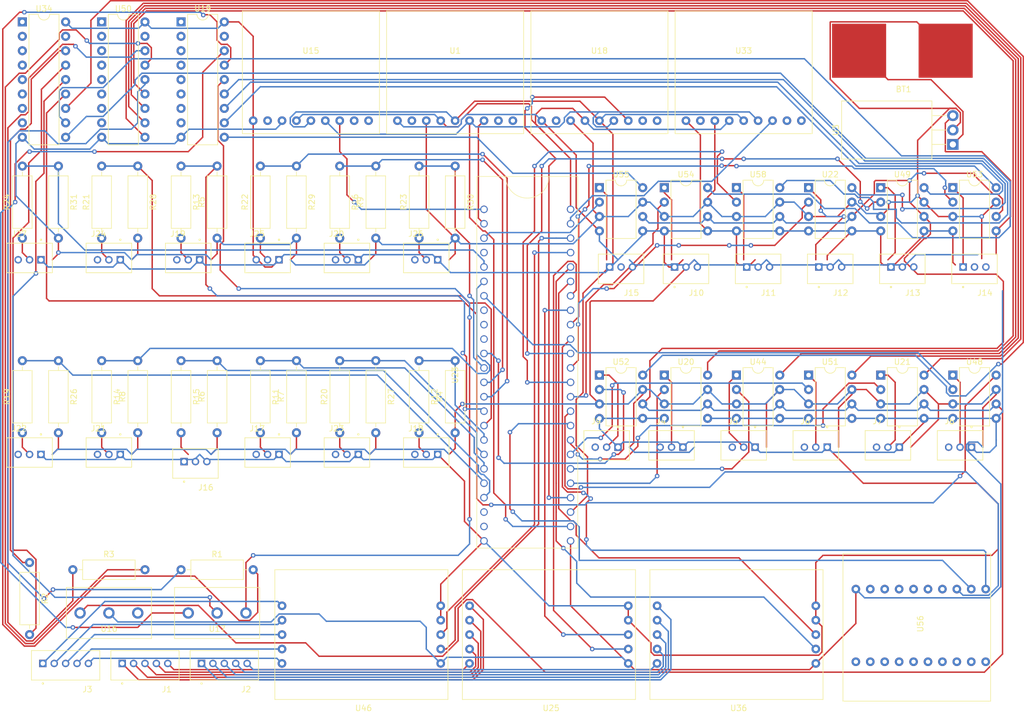
<source format=kicad_pcb>
(kicad_pcb (version 20171130) (host pcbnew "(5.1.10)-1")
  (title_block (title "Test Stand PCB") (date 2021-07-01) (rev v02) (company "Project Caelus") (comment 2 creativecommons.org/license/by/4.0/) (comment 3 "License: CC BY 4.0") (comment 4 "Author: Eric Feng"))
  (layers (0 F.Cu signal) (31 B.Cu signal) (35 F.Paste user) (37 F.SilkS user) (38 B.Mask user) (39 F.Mask user) (44 Edge.Cuts user))
  (net 0 "")
  (net 1 GND1)
  (net 2 "Net-(BT1-Pad1)")
  (net 3 "Net-(J1-Pad1)")
  (net 4 "Net-(J1-Pad2)")
  (net 5 "Net-(J1-Pad3)")
  (net 6 "Net-(J1-Pad4)")
  (net 7 "Net-(J1-Pad5)")
  (net 8 "Net-(J2-Pad1)")
  (net 9 "Net-(J2-Pad2)")
  (net 10 "Net-(J2-Pad3)")
  (net 11 "Net-(J2-Pad4)")
  (net 12 "Net-(J2-Pad5)")
  (net 13 "Net-(J3-Pad1)")
  (net 14 "Net-(J3-Pad2)")
  (net 15 "Net-(J3-Pad3)")
  (net 16 "Net-(J3-Pad4)")
  (net 17 "Net-(J3-Pad5)")
  (net 18 "Net-(R1-Pad2)")
  (net 19 "Net-(R1-Pad1)")
  (net 20 "Net-(R2-Pad2)")
  (net 21 "Net-(R2-Pad1)")
  (net 22 "Net-(R3-Pad2)")
  (net 23 "Net-(R3-Pad1)")
  (net 24 "Net-(R12-Pad1)")
  (net 25 "Net-(R13-Pad1)")
  (net 26 "Net-(R15-Pad1)")
  (net 27 "Net-(R11-Pad1)")
  (net 28 "Net-(R14-Pad1)")
  (net 29 "Net-(R16-Pad1)")
  (net 30 "Net-(R19-Pad2)")
  (net 31 "Net-(R20-Pad2)")
  (net 32 "Net-(R21-Pad2)")
  (net 33 "Net-(R22-Pad2)")
  (net 34 "Net-(R23-Pad2)")
  (net 35 "Net-(R24-Pad2)")
  (net 36 +5V)
  (net 37 1)
  (net 38 14)
  (net 39 13)
  (net 40 51)
  (net 41 40)
  (net 42 41)
  (net 43 42)
  (net 44 43)
  (net 45 44)
  (net 46 45)
  (net 47 53)
  (net 48 54)
  (net 49 48)
  (net 50 46)
  (net 51 47)
  (net 52 49)
  (net 53 50)
  (net 54 52)
  (net 55 27)
  (net 56 26)
  (net 57 25)
  (net 58 15)
  (net 59 36)
  (net 60 37)
  (net 61 38)
  (net 62 39)
  (net 63 28)
  (net 64 3)
  (net 65 31)
  (net 66 6)
  (net 67 11)
  (net 68 8)
  (net 69 7)
  (net 70 58)
  (net 71 4)
  (net 72 5)
  (net 73 61)
  (net 74 60)
  (net 75 9)
  (net 76 10)
  (net 77 12)
  (net 78 3.3)
  (net 79 57)
  (net 80 16)
  (net 81 17)
  (net 82 18)
  (net 83 19)
  (net 84 20)
  (net 85 21)
  (net 86 2)
  (net 87 32)
  (net 88 33)
  (net 89 34)
  (net 90 35)
  (net 91 29)
  (net 92 30)
  (net 93 "Net-(J16-Pad1)")
  (net 94 "Net-(J17-Pad1)")
  (net 95 "Net-(J18-Pad1)")
  (net 96 "Net-(J19-Pad1)")
  (net 97 "Net-(J20-Pad1)")
  (net 98 "Net-(J21-Pad1)")
  (net 99 "Net-(J22-Pad1)")
  (net 100 "Net-(J23-Pad1)")
  (net 101 "Net-(J24-Pad1)")
  (net 102 "Net-(J25-Pad1)")
  (net 103 "Net-(J26-Pad1)")
  (net 104 "Net-(J27-Pad1)")
  (net 105 "Net-(U1-Pad2)")
  (net 106 "Net-(U1-Pad8)")
  (net 107 "Net-(U1-Pad9)")
  (net 108 "Net-(U15-Pad2)")
  (net 109 "Net-(U15-Pad8)")
  (net 110 "Net-(U15-Pad9)")
  (net 111 "Net-(U16-Pad3)")
  (net 112 "Net-(U18-Pad9)")
  (net 113 "Net-(U18-Pad8)")
  (net 114 "Net-(U18-Pad2)")
  (net 115 "Net-(U19-Pad1)")
  (net 116 "Net-(U19-Pad2)")
  (net 117 "Net-(U19-Pad3)")
  (net 118 "Net-(U19-Pad4)")
  (net 119 "Net-(U19-Pad5)")
  (net 120 "Net-(U19-Pad6)")
  (net 121 "Net-(U19-Pad7)")
  (net 122 "Net-(U19-Pad8)")
  (net 123 "Net-(U19-Pad17)")
  (net 124 55)
  (net 125 "Net-(U23-Pad45)")
  (net 126 "Net-(U23-Pad44)")
  (net 127 "Net-(U23-Pad43)")
  (net 128 "Net-(U23-Pad42)")
  (net 129 "Net-(U23-Pad41)")
  (net 130 "Net-(U33-Pad9)")
  (net 131 "Net-(U33-Pad8)")
  (net 132 "Net-(U33-Pad2)")
  (net 133 "Net-(U34-Pad1)")
  (net 134 "Net-(U34-Pad2)")
  (net 135 "Net-(U34-Pad3)")
  (net 136 "Net-(U34-Pad4)")
  (net 137 "Net-(U34-Pad5)")
  (net 138 "Net-(U34-Pad6)")
  (net 139 "Net-(U34-Pad7)")
  (net 140 "Net-(U34-Pad8)")
  (net 141 "Net-(U34-Pad17)")
  (net 142 "Net-(U50-Pad17)")
  (net 143 "Net-(U50-Pad8)")
  (net 144 "Net-(U50-Pad7)")
  (net 145 "Net-(U50-Pad6)")
  (net 146 "Net-(U50-Pad5)")
  (net 147 "Net-(U50-Pad4)")
  (net 148 "Net-(U50-Pad3)")
  (net 149 "Net-(U50-Pad2)")
  (net 150 "Net-(U50-Pad1)")
  (net 151 "Net-(U56-Pad4)")
  (net 152 "Net-(U56-Pad5)")
  (net 153 "Net-(U56-Pad6)")
  (net 154 "Net-(U56-Pad7)")
  (net 155 "Net-(U56-Pad8)")
  (net 156 "Net-(U56-Pad9)")
  (net 157 "Net-(U56-Pad11)")
  (net 158 "Net-(U56-Pad12)")
  (net 159 "Net-(U56-Pad13)")
  (net 160 "Net-(U56-Pad14)")
  (net 161 "Net-(U56-Pad15)")
  (net 162 "Net-(U56-Pad16)")
  (net 163 "Net-(U56-Pad17)")
  (net 164 "Net-(U56-Pad18)")
  (net 165 "Net-(U56-Pad19)")
  (net 166 "Net-(U56-Pad20)")
  (module Launchbox:TE_1735446-3 (layer F.Cu) (at 58.42 71.12)
    (fp_text reference J27 (at -1.832 -4.565) (layer F.SilkS))
    (fp_text value 440055-3)
    (pad 3 thru_hole circle (at -2.007 0) (size 1.308 1.308) (drill 0.8) (layers *.Cu *.Mask) (net 1 GND1))
    (pad 2 thru_hole circle (at 0 0) (size 1.308 1.308) (drill 0.8) (layers *.Cu *.Mask) (net 36 +5V))
    (pad 1 thru_hole rect (at 2.007 0) (size 1.308 1.308) (drill 0.8) (layers *.Cu *.Mask) (net 104 "Net-(J27-Pad1)"))
  )
  (module Launchbox:TE_1735446-3 (layer F.Cu) (at 128.27 71.12)
    (fp_text reference J26 (at -1.832 -4.565) (layer F.SilkS))
    (fp_text value 440055-3)
    (pad 3 thru_hole circle (at -2.007 0) (size 1.308 1.308) (drill 0.8) (layers *.Cu *.Mask) (net 1 GND1))
    (pad 2 thru_hole circle (at 0 0) (size 1.308 1.308) (drill 0.8) (layers *.Cu *.Mask) (net 36 +5V))
    (pad 1 thru_hole rect (at 2.007 0) (size 1.308 1.308) (drill 0.8) (layers *.Cu *.Mask) (net 103 "Net-(J26-Pad1)"))
  )
  (module Launchbox:TE_1735446-3 (layer F.Cu) (at 100.33 71.12)
    (fp_text reference J25 (at -1.832 -4.565) (layer F.SilkS))
    (fp_text value 440055-3)
    (pad 3 thru_hole circle (at -2.007 0) (size 1.308 1.308) (drill 0.8) (layers *.Cu *.Mask) (net 1 GND1))
    (pad 2 thru_hole circle (at 0 0) (size 1.308 1.308) (drill 0.8) (layers *.Cu *.Mask) (net 36 +5V))
    (pad 1 thru_hole rect (at 2.007 0) (size 1.308 1.308) (drill 0.8) (layers *.Cu *.Mask) (net 102 "Net-(J25-Pad1)"))
  )
  (module Launchbox:TE_1735446-3 (layer F.Cu) (at 72.39 71.12)
    (fp_text reference J24 (at -1.832 -4.565) (layer F.SilkS))
    (fp_text value 440055-3)
    (pad 3 thru_hole circle (at -2.007 0) (size 1.308 1.308) (drill 0.8) (layers *.Cu *.Mask) (net 1 GND1))
    (pad 2 thru_hole circle (at 0 0) (size 1.308 1.308) (drill 0.8) (layers *.Cu *.Mask) (net 36 +5V))
    (pad 1 thru_hole rect (at 2.007 0) (size 1.308 1.308) (drill 0.8) (layers *.Cu *.Mask) (net 101 "Net-(J24-Pad1)"))
  )
  (module Launchbox:TE_1735446-3 (layer F.Cu) (at 114.3 105.41)
    (fp_text reference J23 (at -1.832 -4.565) (layer F.SilkS))
    (fp_text value 440055-3)
    (pad 3 thru_hole circle (at -2.007 0) (size 1.308 1.308) (drill 0.8) (layers *.Cu *.Mask) (net 1 GND1))
    (pad 2 thru_hole circle (at 0 0) (size 1.308 1.308) (drill 0.8) (layers *.Cu *.Mask) (net 36 +5V))
    (pad 1 thru_hole rect (at 2.007 0) (size 1.308 1.308) (drill 0.8) (layers *.Cu *.Mask) (net 100 "Net-(J23-Pad1)"))
  )
  (module Launchbox:TE_1735446-3 (layer F.Cu) (at 58.42 105.41)
    (fp_text reference J22 (at -1.832 -4.565) (layer F.SilkS))
    (fp_text value 440055-3)
    (pad 3 thru_hole circle (at -2.007 0) (size 1.308 1.308) (drill 0.8) (layers *.Cu *.Mask) (net 1 GND1))
    (pad 2 thru_hole circle (at 0 0) (size 1.308 1.308) (drill 0.8) (layers *.Cu *.Mask) (net 36 +5V))
    (pad 1 thru_hole rect (at 2.007 0) (size 1.308 1.308) (drill 0.8) (layers *.Cu *.Mask) (net 99 "Net-(J22-Pad1)"))
  )
  (module Launchbox:TE_1735446-3 (layer F.Cu) (at 72.39 105.41)
    (fp_text reference J21 (at -1.832 -4.565) (layer F.SilkS))
    (fp_text value 440055-3)
    (pad 3 thru_hole circle (at -2.007 0) (size 1.308 1.308) (drill 0.8) (layers *.Cu *.Mask) (net 1 GND1))
    (pad 2 thru_hole circle (at 0 0) (size 1.308 1.308) (drill 0.8) (layers *.Cu *.Mask) (net 36 +5V))
    (pad 1 thru_hole rect (at 2.007 0) (size 1.308 1.308) (drill 0.8) (layers *.Cu *.Mask) (net 98 "Net-(J21-Pad1)"))
  )
  (module Launchbox:TE_1735446-3 (layer F.Cu) (at 114.3 71.12)
    (fp_text reference J20 (at -1.832 -4.565) (layer F.SilkS))
    (fp_text value 440055-3)
    (pad 3 thru_hole circle (at -2.007 0) (size 1.308 1.308) (drill 0.8) (layers *.Cu *.Mask) (net 1 GND1))
    (pad 2 thru_hole circle (at 0 0) (size 1.308 1.308) (drill 0.8) (layers *.Cu *.Mask) (net 36 +5V))
    (pad 1 thru_hole rect (at 2.007 0) (size 1.308 1.308) (drill 0.8) (layers *.Cu *.Mask) (net 97 "Net-(J20-Pad1)"))
  )
  (module Launchbox:TE_1735446-3 (layer F.Cu) (at 86.36 71.12)
    (fp_text reference J19 (at -1.832 -4.565) (layer F.SilkS))
    (fp_text value 440055-3)
    (pad 3 thru_hole circle (at -2.007 0) (size 1.308 1.308) (drill 0.8) (layers *.Cu *.Mask) (net 1 GND1))
    (pad 2 thru_hole circle (at 0 0) (size 1.308 1.308) (drill 0.8) (layers *.Cu *.Mask) (net 36 +5V))
    (pad 1 thru_hole rect (at 2.007 0) (size 1.308 1.308) (drill 0.8) (layers *.Cu *.Mask) (net 96 "Net-(J19-Pad1)"))
  )
  (module Launchbox:TE_1735446-3 (layer F.Cu) (at 128.27 105.41)
    (fp_text reference J18 (at -1.832 -4.565) (layer F.SilkS))
    (fp_text value 440055-3)
    (pad 3 thru_hole circle (at -2.007 0) (size 1.308 1.308) (drill 0.8) (layers *.Cu *.Mask) (net 1 GND1))
    (pad 2 thru_hole circle (at 0 0) (size 1.308 1.308) (drill 0.8) (layers *.Cu *.Mask) (net 36 +5V))
    (pad 1 thru_hole rect (at 2.007 0) (size 1.308 1.308) (drill 0.8) (layers *.Cu *.Mask) (net 95 "Net-(J18-Pad1)"))
  )
  (module Launchbox:TE_1735446-3 (layer F.Cu) (at 100.33 105.41)
    (fp_text reference J17 (at -1.832 -4.565) (layer F.SilkS))
    (fp_text value 440055-3)
    (pad 3 thru_hole circle (at -2.007 0) (size 1.308 1.308) (drill 0.8) (layers *.Cu *.Mask) (net 1 GND1))
    (pad 2 thru_hole circle (at 0 0) (size 1.308 1.308) (drill 0.8) (layers *.Cu *.Mask) (net 36 +5V))
    (pad 1 thru_hole rect (at 2.007 0) (size 1.308 1.308) (drill 0.8) (layers *.Cu *.Mask) (net 94 "Net-(J17-Pad1)"))
  )
  (module Launchbox:TE_1735446-3 (layer F.Cu) (at 87.63 106.68 180)
    (fp_text reference J16 (at -1.832 -4.565) (layer F.SilkS))
    (fp_text value 440055-3)
    (pad 3 thru_hole circle (at -2.007 0 180) (size 1.308 1.308) (drill 0.8) (layers *.Cu *.Mask) (net 1 GND1))
    (pad 2 thru_hole circle (at 0 0 180) (size 1.308 1.308) (drill 0.8) (layers *.Cu *.Mask) (net 36 +5V))
    (pad 1 thru_hole rect (at 2.007 0 180) (size 1.308 1.308) (drill 0.8) (layers *.Cu *.Mask) (net 93 "Net-(J16-Pad1)"))
  )
  (module Launchbox:TE_1735446-3 (layer F.Cu) (at 162.56 72.39 180)
    (fp_text reference J15 (at -1.832 -4.565) (layer F.SilkS))
    (fp_text value 440055-3)
    (pad 3 thru_hole circle (at -2.007 0 180) (size 1.308 1.308) (drill 0.8) (layers *.Cu *.Mask) (net 1 GND1))
    (pad 2 thru_hole circle (at 0 0 180) (size 1.308 1.308) (drill 0.8) (layers *.Cu *.Mask) (net 36 +5V))
    (pad 1 thru_hole rect (at 2.007 0 180) (size 1.308 1.308) (drill 0.8) (layers *.Cu *.Mask) (net 48 54))
  )
  (module Launchbox:TE_1735446-3 (layer F.Cu) (at 224.79 72.39 180)
    (fp_text reference J14 (at -1.832 -4.565) (layer F.SilkS))
    (fp_text value 440055-3)
    (pad 3 thru_hole circle (at -2.007 0 180) (size 1.308 1.308) (drill 0.8) (layers *.Cu *.Mask) (net 1 GND1))
    (pad 2 thru_hole circle (at 0 0 180) (size 1.308 1.308) (drill 0.8) (layers *.Cu *.Mask) (net 36 +5V))
    (pad 1 thru_hole rect (at 2.007 0 180) (size 1.308 1.308) (drill 0.8) (layers *.Cu *.Mask) (net 47 53))
  )
  (module Launchbox:TE_1735446-3 (layer F.Cu) (at 212.09 72.39 180)
    (fp_text reference J13 (at -1.832 -4.565) (layer F.SilkS))
    (fp_text value 440055-3)
    (pad 3 thru_hole circle (at -2.007 0 180) (size 1.308 1.308) (drill 0.8) (layers *.Cu *.Mask) (net 1 GND1))
    (pad 2 thru_hole circle (at 0 0 180) (size 1.308 1.308) (drill 0.8) (layers *.Cu *.Mask) (net 36 +5V))
    (pad 1 thru_hole rect (at 2.007 0 180) (size 1.308 1.308) (drill 0.8) (layers *.Cu *.Mask) (net 52 49))
  )
  (module Launchbox:TE_1735446-3 (layer F.Cu) (at 199.39 72.39 180)
    (fp_text reference J12 (at -1.832 -4.565) (layer F.SilkS))
    (fp_text value 440055-3)
    (pad 3 thru_hole circle (at -2.007 0 180) (size 1.308 1.308) (drill 0.8) (layers *.Cu *.Mask) (net 1 GND1))
    (pad 2 thru_hole circle (at 0 0 180) (size 1.308 1.308) (drill 0.8) (layers *.Cu *.Mask) (net 36 +5V))
    (pad 1 thru_hole rect (at 2.007 0 180) (size 1.308 1.308) (drill 0.8) (layers *.Cu *.Mask) (net 49 48))
  )
  (module Launchbox:TE_1735446-3 (layer F.Cu) (at 186.69 72.39 180)
    (fp_text reference J11 (at -1.832 -4.565) (layer F.SilkS))
    (fp_text value 440055-3)
    (pad 3 thru_hole circle (at -2.007 0 180) (size 1.308 1.308) (drill 0.8) (layers *.Cu *.Mask) (net 1 GND1))
    (pad 2 thru_hole circle (at 0 0 180) (size 1.308 1.308) (drill 0.8) (layers *.Cu *.Mask) (net 36 +5V))
    (pad 1 thru_hole rect (at 2.007 0 180) (size 1.308 1.308) (drill 0.8) (layers *.Cu *.Mask) (net 51 47))
  )
  (module Launchbox:TE_1735446-3 (layer F.Cu) (at 173.99 72.39 180)
    (fp_text reference J10 (at -1.832 -4.565) (layer F.SilkS))
    (fp_text value 440055-3)
    (pad 3 thru_hole circle (at -2.007 0 180) (size 1.308 1.308) (drill 0.8) (layers *.Cu *.Mask) (net 1 GND1))
    (pad 2 thru_hole circle (at 0 0 180) (size 1.308 1.308) (drill 0.8) (layers *.Cu *.Mask) (net 36 +5V))
    (pad 1 thru_hole rect (at 2.007 0 180) (size 1.308 1.308) (drill 0.8) (layers *.Cu *.Mask) (net 50 46))
  )
  (module Launchbox:TE_1735446-3 (layer F.Cu) (at 160.02 104.14)
    (fp_text reference J9 (at -1.832 -4.565) (layer F.SilkS))
    (fp_text value 440055-3)
    (pad 3 thru_hole circle (at -2.007 0) (size 1.308 1.308) (drill 0.8) (layers *.Cu *.Mask) (net 1 GND1))
    (pad 2 thru_hole circle (at 0 0) (size 1.308 1.308) (drill 0.8) (layers *.Cu *.Mask) (net 36 +5V))
    (pad 1 thru_hole rect (at 2.007 0) (size 1.308 1.308) (drill 0.8) (layers *.Cu *.Mask) (net 46 45))
  )
  (module Launchbox:TE_1735446-3 (layer F.Cu) (at 222.25 104.14)
    (fp_text reference J8 (at -1.832 -4.565) (layer F.SilkS))
    (fp_text value 440055-3)
    (pad 3 thru_hole circle (at -2.007 0) (size 1.308 1.308) (drill 0.8) (layers *.Cu *.Mask) (net 1 GND1))
    (pad 2 thru_hole circle (at 0 0) (size 1.308 1.308) (drill 0.8) (layers *.Cu *.Mask) (net 36 +5V))
    (pad 1 thru_hole rect (at 2.007 0) (size 1.308 1.308) (drill 0.8) (layers *.Cu *.Mask) (net 45 44))
  )
  (module Launchbox:TE_1735446-3 (layer F.Cu) (at 209.55 104.14)
    (fp_text reference J7 (at -1.832 -4.565) (layer F.SilkS))
    (fp_text value 440055-3)
    (pad 3 thru_hole circle (at -2.007 0) (size 1.308 1.308) (drill 0.8) (layers *.Cu *.Mask) (net 1 GND1))
    (pad 2 thru_hole circle (at 0 0) (size 1.308 1.308) (drill 0.8) (layers *.Cu *.Mask) (net 36 +5V))
    (pad 1 thru_hole rect (at 2.007 0) (size 1.308 1.308) (drill 0.8) (layers *.Cu *.Mask) (net 44 43))
  )
  (module Launchbox:TE_1735446-3 (layer F.Cu) (at 196.85 104.14)
    (fp_text reference J6 (at -1.832 -4.565) (layer F.SilkS))
    (fp_text value 440055-3)
    (pad 3 thru_hole circle (at -2.007 0) (size 1.308 1.308) (drill 0.8) (layers *.Cu *.Mask) (net 1 GND1))
    (pad 2 thru_hole circle (at 0 0) (size 1.308 1.308) (drill 0.8) (layers *.Cu *.Mask) (net 36 +5V))
    (pad 1 thru_hole rect (at 2.007 0) (size 1.308 1.308) (drill 0.8) (layers *.Cu *.Mask) (net 43 42))
  )
  (module Launchbox:TE_1735446-3 (layer F.Cu) (at 184.15 104.14)
    (fp_text reference J5 (at -1.832 -4.565) (layer F.SilkS))
    (fp_text value 440055-3)
    (pad 3 thru_hole circle (at -2.007 0) (size 1.308 1.308) (drill 0.8) (layers *.Cu *.Mask) (net 1 GND1))
    (pad 2 thru_hole circle (at 0 0) (size 1.308 1.308) (drill 0.8) (layers *.Cu *.Mask) (net 36 +5V))
    (pad 1 thru_hole rect (at 2.007 0) (size 1.308 1.308) (drill 0.8) (layers *.Cu *.Mask) (net 42 41))
  )
  (module Launchbox:TE_1735446-3 (layer F.Cu) (at 171.45 104.14)
    (fp_text reference J4 (at -1.832 -4.565) (layer F.SilkS))
    (fp_text value 440055-3)
    (pad 3 thru_hole circle (at -2.007 0) (size 1.308 1.308) (drill 0.8) (layers *.Cu *.Mask) (net 1 GND1))
    (pad 2 thru_hole circle (at 0 0) (size 1.308 1.308) (drill 0.8) (layers *.Cu *.Mask) (net 36 +5V))
    (pad 1 thru_hole rect (at 2.007 0) (size 1.308 1.308) (drill 0.8) (layers *.Cu *.Mask) (net 41 40))
  )
  (module Launchbox:TE_1735446-5 (layer F.Cu) (at 64.77 142.24 180)
    (fp_text reference J3 (at -3.838 -4.565) (layer F.SilkS))
    (fp_text value 440055-5)
    (pad 5 thru_hole circle (at -4.013 0 180) (size 1.308 1.308) (drill 0.8) (layers *.Cu *.Mask) (net 17 "Net-(J3-Pad5)"))
    (pad 4 thru_hole circle (at -2.007 0 180) (size 1.308 1.308) (drill 0.8) (layers *.Cu *.Mask) (net 16 "Net-(J3-Pad4)"))
    (pad 3 thru_hole circle (at 0 0 180) (size 1.308 1.308) (drill 0.8) (layers *.Cu *.Mask) (net 15 "Net-(J3-Pad3)"))
    (pad 2 thru_hole circle (at 2.007 0 180) (size 1.308 1.308) (drill 0.8) (layers *.Cu *.Mask) (net 14 "Net-(J3-Pad2)"))
    (pad 1 thru_hole rect (at 4.013 0 180) (size 1.308 1.308) (drill 0.8) (layers *.Cu *.Mask) (net 13 "Net-(J3-Pad1)"))
  )
  (module Launchbox:TE_1735446-5 (layer F.Cu) (at 92.71 142.24 180)
    (fp_text reference J2 (at -3.838 -4.565) (layer F.SilkS))
    (fp_text value 440055-5)
    (pad 5 thru_hole circle (at -4.013 0 180) (size 1.308 1.308) (drill 0.8) (layers *.Cu *.Mask) (net 12 "Net-(J2-Pad5)"))
    (pad 4 thru_hole circle (at -2.007 0 180) (size 1.308 1.308) (drill 0.8) (layers *.Cu *.Mask) (net 11 "Net-(J2-Pad4)"))
    (pad 3 thru_hole circle (at 0 0 180) (size 1.308 1.308) (drill 0.8) (layers *.Cu *.Mask) (net 10 "Net-(J2-Pad3)"))
    (pad 2 thru_hole circle (at 2.007 0 180) (size 1.308 1.308) (drill 0.8) (layers *.Cu *.Mask) (net 9 "Net-(J2-Pad2)"))
    (pad 1 thru_hole rect (at 4.013 0 180) (size 1.308 1.308) (drill 0.8) (layers *.Cu *.Mask) (net 8 "Net-(J2-Pad1)"))
  )
  (module Launchbox:TE_1735446-5 (layer F.Cu) (at 78.74 142.24 180)
    (fp_text reference J1 (at -3.838 -4.565) (layer F.SilkS))
    (fp_text value 440055-5)
    (pad 5 thru_hole circle (at -4.013 0 180) (size 1.308 1.308) (drill 0.8) (layers *.Cu *.Mask) (net 7 "Net-(J1-Pad5)"))
    (pad 4 thru_hole circle (at -2.007 0 180) (size 1.308 1.308) (drill 0.8) (layers *.Cu *.Mask) (net 6 "Net-(J1-Pad4)"))
    (pad 3 thru_hole circle (at 0 0 180) (size 1.308 1.308) (drill 0.8) (layers *.Cu *.Mask) (net 5 "Net-(J1-Pad3)"))
    (pad 2 thru_hole circle (at 2.007 0 180) (size 1.308 1.308) (drill 0.8) (layers *.Cu *.Mask) (net 4 "Net-(J1-Pad2)"))
    (pad 1 thru_hole rect (at 4.013 0 180) (size 1.308 1.308) (drill 0.8) (layers *.Cu *.Mask) (net 3 "Net-(J1-Pad1)"))
  )
  (module Launchbox:MAX31856 (layer F.Cu) (at 133.35 38.1)
    (fp_text reference U1 (at 0 -3.81) (layer F.SilkS))
    (fp_text value MAX31856)
    (pad 1 thru_hole circle (at -10.16 8.509) (size 1.524 1.524) (drill 0.762) (layers *.Cu *.Mask) (net 36 +5V))
    (pad 2 thru_hole circle (at -7.62 8.509) (size 1.524 1.524) (drill 0.762) (layers *.Cu *.Mask) (net 105 "Net-(U1-Pad2)"))
    (pad 3 thru_hole circle (at -5.08 8.509) (size 1.524 1.524) (drill 0.762) (layers *.Cu *.Mask) (net 1 GND1))
    (pad 4 thru_hole circle (at -2.54 8.509) (size 1.524 1.524) (drill 0.762) (layers *.Cu *.Mask) (net 37 1))
    (pad 5 thru_hole circle (at 0 8.509) (size 1.524 1.524) (drill 0.762) (layers *.Cu *.Mask) (net 38 14))
    (pad 6 thru_hole circle (at 2.54 8.509) (size 1.524 1.524) (drill 0.762) (layers *.Cu *.Mask) (net 39 13))
    (pad 7 thru_hole circle (at 5.08 8.509) (size 1.524 1.524) (drill 0.762) (layers *.Cu *.Mask) (net 40 51))
    (pad 8 thru_hole circle (at 7.62 8.509) (size 1.524 1.524) (drill 0.762) (layers *.Cu *.Mask) (net 106 "Net-(U1-Pad8)"))
    (pad 9 thru_hole circle (at 10.16 8.509) (size 1.524 1.524) (drill 0.762) (layers *.Cu *.Mask) (net 107 "Net-(U1-Pad9)"))
  )
  (module Launchbox:MAX31856 (layer F.Cu) (at 158.75 38.1)
    (fp_text reference U18 (at 0 -3.81) (layer F.SilkS))
    (fp_text value MAX31856)
    (pad 9 thru_hole circle (at 10.16 8.509) (size 1.524 1.524) (drill 0.762) (layers *.Cu *.Mask) (net 112 "Net-(U18-Pad9)"))
    (pad 8 thru_hole circle (at 7.62 8.509) (size 1.524 1.524) (drill 0.762) (layers *.Cu *.Mask) (net 113 "Net-(U18-Pad8)"))
    (pad 7 thru_hole circle (at 5.08 8.509) (size 1.524 1.524) (drill 0.762) (layers *.Cu *.Mask) (net 58 15))
    (pad 6 thru_hole circle (at 2.54 8.509) (size 1.524 1.524) (drill 0.762) (layers *.Cu *.Mask) (net 39 13))
    (pad 5 thru_hole circle (at 0 8.509) (size 1.524 1.524) (drill 0.762) (layers *.Cu *.Mask) (net 38 14))
    (pad 4 thru_hole circle (at -2.54 8.509) (size 1.524 1.524) (drill 0.762) (layers *.Cu *.Mask) (net 37 1))
    (pad 3 thru_hole circle (at -5.08 8.509) (size 1.524 1.524) (drill 0.762) (layers *.Cu *.Mask) (net 1 GND1))
    (pad 2 thru_hole circle (at -7.62 8.509) (size 1.524 1.524) (drill 0.762) (layers *.Cu *.Mask) (net 114 "Net-(U18-Pad2)"))
    (pad 1 thru_hole circle (at -10.16 8.509) (size 1.524 1.524) (drill 0.762) (layers *.Cu *.Mask) (net 36 +5V))
  )
  (module Package_DIP:DIP-8_W7.62mm (layer F.Cu) (at 195.58 58.42)
    (fp_text reference U22 (at 3.81 -2.33) (layer F.SilkS))
    (fp_text value SPDT_IC)
    (pad 8 thru_hole oval (at 7.62 0) (size 1.6 1.6) (drill 0.8) (layers *.Cu *.Mask) (net 59 36))
    (pad 4 thru_hole oval (at 0 7.62) (size 1.6 1.6) (drill 0.8) (layers *.Cu *.Mask) (net 36 +5V))
    (pad 7 thru_hole oval (at 7.62 2.54) (size 1.6 1.6) (drill 0.8) (layers *.Cu *.Mask) (net 1 GND1))
    (pad 3 thru_hole oval (at 0 5.08) (size 1.6 1.6) (drill 0.8) (layers *.Cu *.Mask) (net 1 GND1))
    (pad 6 thru_hole oval (at 7.62 5.08) (size 1.6 1.6) (drill 0.8) (layers *.Cu *.Mask) (net 54 52))
    (pad 2 thru_hole oval (at 0 2.54) (size 1.6 1.6) (drill 0.8) (layers *.Cu *.Mask) (net 67 11))
    (pad 5 thru_hole oval (at 7.62 7.62) (size 1.6 1.6) (drill 0.8) (layers *.Cu *.Mask) (net 36 +5V))
    (pad 1 thru_hole rect (at 0 0) (size 1.6 1.6) (drill 0.8) (layers *.Cu *.Mask) (net 49 48))
  )
  (module Launchbox:MAX31856 (layer F.Cu) (at 107.95 38.1)
    (fp_text reference U15 (at 0 -3.81) (layer F.SilkS))
    (fp_text value MAX31856)
    (pad 1 thru_hole circle (at -10.16 8.509) (size 1.524 1.524) (drill 0.762) (layers *.Cu *.Mask) (net 36 +5V))
    (pad 2 thru_hole circle (at -7.62 8.509) (size 1.524 1.524) (drill 0.762) (layers *.Cu *.Mask) (net 108 "Net-(U15-Pad2)"))
    (pad 3 thru_hole circle (at -5.08 8.509) (size 1.524 1.524) (drill 0.762) (layers *.Cu *.Mask) (net 1 GND1))
    (pad 4 thru_hole circle (at -2.54 8.509) (size 1.524 1.524) (drill 0.762) (layers *.Cu *.Mask) (net 37 1))
    (pad 5 thru_hole circle (at 0 8.509) (size 1.524 1.524) (drill 0.762) (layers *.Cu *.Mask) (net 38 14))
    (pad 6 thru_hole circle (at 2.54 8.509) (size 1.524 1.524) (drill 0.762) (layers *.Cu *.Mask) (net 39 13))
    (pad 7 thru_hole circle (at 5.08 8.509) (size 1.524 1.524) (drill 0.762) (layers *.Cu *.Mask) (net 53 50))
    (pad 8 thru_hole circle (at 7.62 8.509) (size 1.524 1.524) (drill 0.762) (layers *.Cu *.Mask) (net 109 "Net-(U15-Pad8)"))
    (pad 9 thru_hole circle (at 10.16 8.509) (size 1.524 1.524) (drill 0.762) (layers *.Cu *.Mask) (net 110 "Net-(U15-Pad9)"))
  )
  (module Package_DIP:DIP-8_W7.62mm (layer F.Cu) (at 182.88 58.42)
    (fp_text reference U58 (at 3.81 -2.33) (layer F.SilkS))
    (fp_text value SPDT_IC)
    (pad 1 thru_hole rect (at 0 0) (size 1.6 1.6) (drill 0.8) (layers *.Cu *.Mask) (net 51 47))
    (pad 5 thru_hole oval (at 7.62 7.62) (size 1.6 1.6) (drill 0.8) (layers *.Cu *.Mask) (net 36 +5V))
    (pad 2 thru_hole oval (at 0 2.54) (size 1.6 1.6) (drill 0.8) (layers *.Cu *.Mask) (net 76 10))
    (pad 6 thru_hole oval (at 7.62 5.08) (size 1.6 1.6) (drill 0.8) (layers *.Cu *.Mask) (net 54 52))
    (pad 3 thru_hole oval (at 0 5.08) (size 1.6 1.6) (drill 0.8) (layers *.Cu *.Mask) (net 1 GND1))
    (pad 7 thru_hole oval (at 7.62 2.54) (size 1.6 1.6) (drill 0.8) (layers *.Cu *.Mask) (net 1 GND1))
    (pad 4 thru_hole oval (at 0 7.62) (size 1.6 1.6) (drill 0.8) (layers *.Cu *.Mask) (net 36 +5V))
    (pad 8 thru_hole oval (at 7.62 0) (size 1.6 1.6) (drill 0.8) (layers *.Cu *.Mask) (net 90 35))
  )
  (module Launchbox:MAX31856 (layer F.Cu) (at 184.15 38.1)
    (fp_text reference U33 (at 0 -3.81) (layer F.SilkS))
    (fp_text value MAX31856)
    (pad 9 thru_hole circle (at 10.16 8.509) (size 1.524 1.524) (drill 0.762) (layers *.Cu *.Mask) (net 130 "Net-(U33-Pad9)"))
    (pad 8 thru_hole circle (at 7.62 8.509) (size 1.524 1.524) (drill 0.762) (layers *.Cu *.Mask) (net 131 "Net-(U33-Pad8)"))
    (pad 7 thru_hole circle (at 5.08 8.509) (size 1.524 1.524) (drill 0.762) (layers *.Cu *.Mask) (net 86 2))
    (pad 6 thru_hole circle (at 2.54 8.509) (size 1.524 1.524) (drill 0.762) (layers *.Cu *.Mask) (net 39 13))
    (pad 5 thru_hole circle (at 0 8.509) (size 1.524 1.524) (drill 0.762) (layers *.Cu *.Mask) (net 38 14))
    (pad 4 thru_hole circle (at -2.54 8.509) (size 1.524 1.524) (drill 0.762) (layers *.Cu *.Mask) (net 37 1))
    (pad 3 thru_hole circle (at -5.08 8.509) (size 1.524 1.524) (drill 0.762) (layers *.Cu *.Mask) (net 1 GND1))
    (pad 2 thru_hole circle (at -7.62 8.509) (size 1.524 1.524) (drill 0.762) (layers *.Cu *.Mask) (net 132 "Net-(U33-Pad2)"))
    (pad 1 thru_hole circle (at -10.16 8.509) (size 1.524 1.524) (drill 0.762) (layers *.Cu *.Mask) (net 36 +5V))
  )
  (module Package_DIP:DIP-8_W7.62mm (layer F.Cu) (at 170.18 58.42)
    (fp_text reference U54 (at 3.81 -2.33) (layer F.SilkS))
    (fp_text value SPDT_IC)
    (pad 1 thru_hole rect (at 0 0) (size 1.6 1.6) (drill 0.8) (layers *.Cu *.Mask) (net 50 46))
    (pad 5 thru_hole oval (at 7.62 7.62) (size 1.6 1.6) (drill 0.8) (layers *.Cu *.Mask) (net 36 +5V))
    (pad 2 thru_hole oval (at 0 2.54) (size 1.6 1.6) (drill 0.8) (layers *.Cu *.Mask) (net 75 9))
    (pad 6 thru_hole oval (at 7.62 5.08) (size 1.6 1.6) (drill 0.8) (layers *.Cu *.Mask) (net 54 52))
    (pad 3 thru_hole oval (at 0 5.08) (size 1.6 1.6) (drill 0.8) (layers *.Cu *.Mask) (net 1 GND1))
    (pad 7 thru_hole oval (at 7.62 2.54) (size 1.6 1.6) (drill 0.8) (layers *.Cu *.Mask) (net 1 GND1))
    (pad 4 thru_hole oval (at 0 7.62) (size 1.6 1.6) (drill 0.8) (layers *.Cu *.Mask) (net 36 +5V))
    (pad 8 thru_hole oval (at 7.62 0) (size 1.6 1.6) (drill 0.8) (layers *.Cu *.Mask) (net 89 34))
  )
  (module Launchbox:LoadCellAmp (layer F.Cu) (at 116.84 137.16)
    (fp_text reference U46 (at 0.381 12.954) (layer F.SilkS))
    (fp_text value LoadCellAmp)
    (pad 2 thru_hole circle (at -13.97 -2.54) (size 1.524 1.524) (drill 0.762) (layers *.Cu *.Mask) (net 14 "Net-(J3-Pad2)"))
    (pad 3 thru_hole circle (at -13.97 0) (size 1.524 1.524) (drill 0.762) (layers *.Cu *.Mask) (net 15 "Net-(J3-Pad3)"))
    (pad 4 thru_hole circle (at -13.97 2.54) (size 1.524 1.524) (drill 0.762) (layers *.Cu *.Mask) (net 16 "Net-(J3-Pad4)"))
    (pad 5 thru_hole circle (at -13.98 5.08) (size 1.524 1.524) (drill 0.762) (layers *.Cu *.Mask) (net 17 "Net-(J3-Pad5)"))
    (pad 1 thru_hole circle (at -13.97 -5.08) (size 1.524 1.524) (drill 0.762) (layers *.Cu *.Mask) (net 13 "Net-(J3-Pad1)"))
    (pad 10 thru_hole circle (at 13.97 -5.08) (size 1.524 1.524) (drill 0.762) (layers *.Cu *.Mask) (net 36 +5V))
    (pad 9 thru_hole circle (at 13.97 -2.54) (size 1.524 1.524) (drill 0.762) (layers *.Cu *.Mask) (net 36 +5V))
    (pad 8 thru_hole circle (at 13.97 0) (size 1.524 1.524) (drill 0.762) (layers *.Cu *.Mask) (net 84 20))
    (pad 7 thru_hole circle (at 13.97 2.54) (size 1.524 1.524) (drill 0.762) (layers *.Cu *.Mask) (net 85 21))
    (pad 6 thru_hole circle (at 13.97 5.08) (size 1.524 1.524) (drill 0.762) (layers *.Cu *.Mask) (net 1 GND1))
  )
  (module Launchbox:Lipo_Battery_Connector (layer F.Cu) (at 212.09 34.29)
    (fp_text reference BT1 (at 0.21 6.78) (layer F.SilkS))
    (fp_text value Battery_Cell)
    (pad 1 smd rect (at -7.62 0) (size 9.525 9.525) (layers F.Cu F.Paste F.Mask) (net 2 "Net-(BT1-Pad1)"))
    (pad 2 smd rect (at 7.62 0) (size 9.525 9.525) (layers F.Cu F.Paste F.Mask) (net 1 GND1))
  )
  (module Resistor_THT:R_Axial_DIN0309_L9.0mm_D3.2mm_P12.70mm_Horizontal (layer F.Cu) (at 85.09 125.73)
    (fp_text reference R1 (at 6.35 -2.72) (layer F.SilkS))
    (fp_text value R_US)
    (pad 2 thru_hole oval (at 12.7 0) (size 1.6 1.6) (drill 0.8) (layers *.Cu *.Mask) (net 18 "Net-(R1-Pad2)"))
    (pad 1 thru_hole circle (at 0 0) (size 1.6 1.6) (drill 0.8) (layers *.Cu *.Mask) (net 19 "Net-(R1-Pad1)"))
  )
  (module Resistor_THT:R_Axial_DIN0309_L9.0mm_D3.2mm_P12.70mm_Horizontal (layer F.Cu) (at 58.42 124.46 270)
    (fp_text reference R2 (at 6.35 -2.72 90) (layer F.SilkS))
    (fp_text value R_US)
    (pad 1 thru_hole circle (at 0 0 270) (size 1.6 1.6) (drill 0.8) (layers *.Cu *.Mask) (net 21 "Net-(R2-Pad1)"))
    (pad 2 thru_hole oval (at 12.7 0 270) (size 1.6 1.6) (drill 0.8) (layers *.Cu *.Mask) (net 20 "Net-(R2-Pad2)"))
  )
  (module Resistor_THT:R_Axial_DIN0309_L9.0mm_D3.2mm_P12.70mm_Horizontal (layer F.Cu) (at 66.04 125.73)
    (fp_text reference R3 (at 6.35 -2.72) (layer F.SilkS))
    (fp_text value R_US)
    (pad 2 thru_hole oval (at 12.7 0) (size 1.6 1.6) (drill 0.8) (layers *.Cu *.Mask) (net 22 "Net-(R3-Pad2)"))
    (pad 1 thru_hole circle (at 0 0) (size 1.6 1.6) (drill 0.8) (layers *.Cu *.Mask) (net 23 "Net-(R3-Pad1)"))
  )
  (module Resistor_THT:R_Axial_DIN0309_L9.0mm_D3.2mm_P12.70mm_Horizontal (layer F.Cu) (at 133.35 101.6 90)
    (fp_text reference R4 (at 6.35 -2.72 90) (layer F.SilkS))
    (fp_text value R_US)
    (pad 1 thru_hole circle (at 0 0 90) (size 1.6 1.6) (drill 0.8) (layers *.Cu *.Mask) (net 1 GND1))
    (pad 2 thru_hole oval (at 12.7 0 90) (size 1.6 1.6) (drill 0.8) (layers *.Cu *.Mask) (net 24 "Net-(R12-Pad1)"))
  )
  (module Resistor_THT:R_Axial_DIN0309_L9.0mm_D3.2mm_P12.70mm_Horizontal (layer F.Cu) (at 91.44 67.31 90)
    (fp_text reference R5 (at 6.35 -2.72 90) (layer F.SilkS))
    (fp_text value R_US)
    (pad 1 thru_hole circle (at 0 0 90) (size 1.6 1.6) (drill 0.8) (layers *.Cu *.Mask) (net 1 GND1))
    (pad 2 thru_hole oval (at 12.7 0 90) (size 1.6 1.6) (drill 0.8) (layers *.Cu *.Mask) (net 25 "Net-(R13-Pad1)"))
  )
  (module Resistor_THT:R_Axial_DIN0309_L9.0mm_D3.2mm_P12.70mm_Horizontal (layer F.Cu) (at 91.44 101.6 90)
    (fp_text reference R6 (at 6.35 -2.72 90) (layer F.SilkS))
    (fp_text value R_US)
    (pad 2 thru_hole oval (at 12.7 0 90) (size 1.6 1.6) (drill 0.8) (layers *.Cu *.Mask) (net 26 "Net-(R15-Pad1)"))
    (pad 1 thru_hole circle (at 0 0 90) (size 1.6 1.6) (drill 0.8) (layers *.Cu *.Mask) (net 1 GND1))
  )
  (module Resistor_THT:R_Axial_DIN0309_L9.0mm_D3.2mm_P12.70mm_Horizontal (layer F.Cu) (at 105.41 101.6 90)
    (fp_text reference R7 (at 6.35 -2.72 90) (layer F.SilkS))
    (fp_text value R_US)
    (pad 1 thru_hole circle (at 0 0 90) (size 1.6 1.6) (drill 0.8) (layers *.Cu *.Mask) (net 1 GND1))
    (pad 2 thru_hole oval (at 12.7 0 90) (size 1.6 1.6) (drill 0.8) (layers *.Cu *.Mask) (net 27 "Net-(R11-Pad1)"))
  )
  (module Resistor_THT:R_Axial_DIN0309_L9.0mm_D3.2mm_P12.70mm_Horizontal (layer F.Cu) (at 77.47 101.6 90)
    (fp_text reference R8 (at 6.35 -2.72 90) (layer F.SilkS))
    (fp_text value R_US)
    (pad 1 thru_hole circle (at 0 0 90) (size 1.6 1.6) (drill 0.8) (layers *.Cu *.Mask) (net 1 GND1))
    (pad 2 thru_hole oval (at 12.7 0 90) (size 1.6 1.6) (drill 0.8) (layers *.Cu *.Mask) (net 28 "Net-(R14-Pad1)"))
  )
  (module Resistor_THT:R_Axial_DIN0309_L9.0mm_D3.2mm_P12.70mm_Horizontal (layer F.Cu) (at 119.38 67.31 90)
    (fp_text reference R9 (at 6.35 -2.72 90) (layer F.SilkS))
    (fp_text value R_US)
    (pad 2 thru_hole oval (at 12.7 0 90) (size 1.6 1.6) (drill 0.8) (layers *.Cu *.Mask) (net 29 "Net-(R16-Pad1)"))
    (pad 1 thru_hole circle (at 0 0 90) (size 1.6 1.6) (drill 0.8) (layers *.Cu *.Mask) (net 1 GND1))
  )
  (module Resistor_THT:R_Axial_DIN0309_L9.0mm_D3.2mm_P12.70mm_Horizontal (layer F.Cu) (at 99.06 88.9 270)
    (fp_text reference R11 (at 6.35 -2.72 90) (layer F.SilkS))
    (fp_text value R_US)
    (pad 2 thru_hole oval (at 12.7 0 270) (size 1.6 1.6) (drill 0.8) (layers *.Cu *.Mask) (net 94 "Net-(J17-Pad1)"))
    (pad 1 thru_hole circle (at 0 0 270) (size 1.6 1.6) (drill 0.8) (layers *.Cu *.Mask) (net 27 "Net-(R11-Pad1)"))
  )
  (module Resistor_THT:R_Axial_DIN0309_L9.0mm_D3.2mm_P12.70mm_Horizontal (layer F.Cu) (at 127 88.9 270)
    (fp_text reference R12 (at 6.35 -2.72 90) (layer F.SilkS))
    (fp_text value R_US)
    (pad 2 thru_hole oval (at 12.7 0 270) (size 1.6 1.6) (drill 0.8) (layers *.Cu *.Mask) (net 95 "Net-(J18-Pad1)"))
    (pad 1 thru_hole circle (at 0 0 270) (size 1.6 1.6) (drill 0.8) (layers *.Cu *.Mask) (net 24 "Net-(R12-Pad1)"))
  )
  (module Resistor_THT:R_Axial_DIN0309_L9.0mm_D3.2mm_P12.70mm_Horizontal (layer F.Cu) (at 85.09 54.61 270)
    (fp_text reference R13 (at 6.35 -2.72 90) (layer F.SilkS))
    (fp_text value R_US)
    (pad 2 thru_hole oval (at 12.7 0 270) (size 1.6 1.6) (drill 0.8) (layers *.Cu *.Mask) (net 96 "Net-(J19-Pad1)"))
    (pad 1 thru_hole circle (at 0 0 270) (size 1.6 1.6) (drill 0.8) (layers *.Cu *.Mask) (net 25 "Net-(R13-Pad1)"))
  )
  (module Resistor_THT:R_Axial_DIN0309_L9.0mm_D3.2mm_P12.70mm_Horizontal (layer F.Cu) (at 71.12 88.9 270)
    (fp_text reference R14 (at 6.35 -2.72 90) (layer F.SilkS))
    (fp_text value R_US)
    (pad 2 thru_hole oval (at 12.7 0 270) (size 1.6 1.6) (drill 0.8) (layers *.Cu *.Mask) (net 98 "Net-(J21-Pad1)"))
    (pad 1 thru_hole circle (at 0 0 270) (size 1.6 1.6) (drill 0.8) (layers *.Cu *.Mask) (net 28 "Net-(R14-Pad1)"))
  )
  (module Resistor_THT:R_Axial_DIN0309_L9.0mm_D3.2mm_P12.70mm_Horizontal (layer F.Cu) (at 85.09 88.9 270)
    (fp_text reference R15 (at 6.35 -2.72 90) (layer F.SilkS))
    (fp_text value R_US)
    (pad 1 thru_hole circle (at 0 0 270) (size 1.6 1.6) (drill 0.8) (layers *.Cu *.Mask) (net 26 "Net-(R15-Pad1)"))
    (pad 2 thru_hole oval (at 12.7 0 270) (size 1.6 1.6) (drill 0.8) (layers *.Cu *.Mask) (net 93 "Net-(J16-Pad1)"))
  )
  (module Resistor_THT:R_Axial_DIN0309_L9.0mm_D3.2mm_P12.70mm_Horizontal (layer F.Cu) (at 113.03 54.61 270)
    (fp_text reference R16 (at 6.35 -2.72 90) (layer F.SilkS))
    (fp_text value R_US)
    (pad 1 thru_hole circle (at 0 0 270) (size 1.6 1.6) (drill 0.8) (layers *.Cu *.Mask) (net 29 "Net-(R16-Pad1)"))
    (pad 2 thru_hole oval (at 12.7 0 270) (size 1.6 1.6) (drill 0.8) (layers *.Cu *.Mask) (net 97 "Net-(J20-Pad1)"))
  )
  (module Resistor_THT:R_Axial_DIN0309_L9.0mm_D3.2mm_P12.70mm_Horizontal (layer F.Cu) (at 57.15 101.6 90)
    (fp_text reference R19 (at 6.35 -2.72 90) (layer F.SilkS))
    (fp_text value R_US)
    (pad 2 thru_hole oval (at 12.7 0 90) (size 1.6 1.6) (drill 0.8) (layers *.Cu *.Mask) (net 30 "Net-(R19-Pad2)"))
    (pad 1 thru_hole circle (at 0 0 90) (size 1.6 1.6) (drill 0.8) (layers *.Cu *.Mask) (net 99 "Net-(J22-Pad1)"))
  )
  (module Resistor_THT:R_Axial_DIN0309_L9.0mm_D3.2mm_P12.70mm_Horizontal (layer F.Cu) (at 113.03 101.6 90)
    (fp_text reference R20 (at 6.35 -2.72 90) (layer F.SilkS))
    (fp_text value R_US)
    (pad 1 thru_hole circle (at 0 0 90) (size 1.6 1.6) (drill 0.8) (layers *.Cu *.Mask) (net 100 "Net-(J23-Pad1)"))
    (pad 2 thru_hole oval (at 12.7 0 90) (size 1.6 1.6) (drill 0.8) (layers *.Cu *.Mask) (net 31 "Net-(R20-Pad2)"))
  )
  (module Resistor_THT:R_Axial_DIN0309_L9.0mm_D3.2mm_P12.70mm_Horizontal (layer F.Cu) (at 71.12 67.31 90)
    (fp_text reference R21 (at 6.35 -2.72 90) (layer F.SilkS))
    (fp_text value R_US)
    (pad 1 thru_hole circle (at 0 0 90) (size 1.6 1.6) (drill 0.8) (layers *.Cu *.Mask) (net 101 "Net-(J24-Pad1)"))
    (pad 2 thru_hole oval (at 12.7 0 90) (size 1.6 1.6) (drill 0.8) (layers *.Cu *.Mask) (net 32 "Net-(R21-Pad2)"))
  )
  (module Resistor_THT:R_Axial_DIN0309_L9.0mm_D3.2mm_P12.70mm_Horizontal (layer F.Cu) (at 99.06 67.31 90)
    (fp_text reference R22 (at 6.35 -2.72 90) (layer F.SilkS))
    (fp_text value R_US)
    (pad 1 thru_hole circle (at 0 0 90) (size 1.6 1.6) (drill 0.8) (layers *.Cu *.Mask) (net 102 "Net-(J25-Pad1)"))
    (pad 2 thru_hole oval (at 12.7 0 90) (size 1.6 1.6) (drill 0.8) (layers *.Cu *.Mask) (net 33 "Net-(R22-Pad2)"))
  )
  (module Resistor_THT:R_Axial_DIN0309_L9.0mm_D3.2mm_P12.70mm_Horizontal (layer F.Cu) (at 127 67.31 90)
    (fp_text reference R23 (at 6.35 -2.72 90) (layer F.SilkS))
    (fp_text value R_US)
    (pad 2 thru_hole oval (at 12.7 0 90) (size 1.6 1.6) (drill 0.8) (layers *.Cu *.Mask) (net 34 "Net-(R23-Pad2)"))
    (pad 1 thru_hole circle (at 0 0 90) (size 1.6 1.6) (drill 0.8) (layers *.Cu *.Mask) (net 103 "Net-(J26-Pad1)"))
  )
  (module Resistor_THT:R_Axial_DIN0309_L9.0mm_D3.2mm_P12.70mm_Horizontal (layer F.Cu) (at 57.15 67.31 90)
    (fp_text reference R24 (at 6.35 -2.72 90) (layer F.SilkS))
    (fp_text value R_US)
    (pad 2 thru_hole oval (at 12.7 0 90) (size 1.6 1.6) (drill 0.8) (layers *.Cu *.Mask) (net 35 "Net-(R24-Pad2)"))
    (pad 1 thru_hole circle (at 0 0 90) (size 1.6 1.6) (drill 0.8) (layers *.Cu *.Mask) (net 104 "Net-(J27-Pad1)"))
  )
  (module Resistor_THT:R_Axial_DIN0309_L9.0mm_D3.2mm_P12.70mm_Horizontal (layer F.Cu) (at 63.5 88.9 270)
    (fp_text reference R26 (at 6.35 -2.72 90) (layer F.SilkS))
    (fp_text value R_US)
    (pad 1 thru_hole circle (at 0 0 270) (size 1.6 1.6) (drill 0.8) (layers *.Cu *.Mask) (net 30 "Net-(R19-Pad2)"))
    (pad 2 thru_hole oval (at 12.7 0 270) (size 1.6 1.6) (drill 0.8) (layers *.Cu *.Mask) (net 1 GND1))
  )
  (module Resistor_THT:R_Axial_DIN0309_L9.0mm_D3.2mm_P12.70mm_Horizontal (layer F.Cu) (at 119.38 88.9 270)
    (fp_text reference R27 (at 6.35 -2.72 90) (layer F.SilkS))
    (fp_text value R_US)
    (pad 2 thru_hole oval (at 12.7 0 270) (size 1.6 1.6) (drill 0.8) (layers *.Cu *.Mask) (net 1 GND1))
    (pad 1 thru_hole circle (at 0 0 270) (size 1.6 1.6) (drill 0.8) (layers *.Cu *.Mask) (net 31 "Net-(R20-Pad2)"))
  )
  (module Resistor_THT:R_Axial_DIN0309_L9.0mm_D3.2mm_P12.70mm_Horizontal (layer F.Cu) (at 77.47 54.61 270)
    (fp_text reference R28 (at 6.35 -2.72 90) (layer F.SilkS))
    (fp_text value R_US)
    (pad 2 thru_hole oval (at 12.7 0 270) (size 1.6 1.6) (drill 0.8) (layers *.Cu *.Mask) (net 1 GND1))
    (pad 1 thru_hole circle (at 0 0 270) (size 1.6 1.6) (drill 0.8) (layers *.Cu *.Mask) (net 32 "Net-(R21-Pad2)"))
  )
  (module Resistor_THT:R_Axial_DIN0309_L9.0mm_D3.2mm_P12.70mm_Horizontal (layer F.Cu) (at 105.41 54.61 270)
    (fp_text reference R29 (at 6.35 -2.72 90) (layer F.SilkS))
    (fp_text value R_US)
    (pad 1 thru_hole circle (at 0 0 270) (size 1.6 1.6) (drill 0.8) (layers *.Cu *.Mask) (net 33 "Net-(R22-Pad2)"))
    (pad 2 thru_hole oval (at 12.7 0 270) (size 1.6 1.6) (drill 0.8) (layers *.Cu *.Mask) (net 1 GND1))
  )
  (module Resistor_THT:R_Axial_DIN0309_L9.0mm_D3.2mm_P12.70mm_Horizontal (layer F.Cu) (at 133.35 54.61 270)
    (fp_text reference R30 (at 6.35 -2.72 90) (layer F.SilkS))
    (fp_text value R_US)
    (pad 1 thru_hole circle (at 0 0 270) (size 1.6 1.6) (drill 0.8) (layers *.Cu *.Mask) (net 34 "Net-(R23-Pad2)"))
    (pad 2 thru_hole oval (at 12.7 0 270) (size 1.6 1.6) (drill 0.8) (layers *.Cu *.Mask) (net 1 GND1))
  )
  (module Resistor_THT:R_Axial_DIN0309_L9.0mm_D3.2mm_P12.70mm_Horizontal (layer F.Cu) (at 63.5 54.61 270)
    (fp_text reference R31 (at 6.35 -2.72 90) (layer F.SilkS))
    (fp_text value R_US)
    (pad 1 thru_hole circle (at 0 0 270) (size 1.6 1.6) (drill 0.8) (layers *.Cu *.Mask) (net 35 "Net-(R24-Pad2)"))
    (pad 2 thru_hole oval (at 12.7 0 270) (size 1.6 1.6) (drill 0.8) (layers *.Cu *.Mask) (net 1 GND1))
  )
  (module Package_TO_SOT_THT:TO-220-3_Horizontal_TabDown (layer F.Cu) (at 220.98 50.8 90)
    (fp_text reference U3 (at 2.54 -20.58 90) (layer F.SilkS))
    (fp_text value L7805)
    (pad "" np_thru_hole oval (at 2.54 -16.66 90) (size 3.5 3.5) (drill 3.5) (layers *.Cu *.Mask))
    (pad 1 thru_hole rect (at 0 0 90) (size 1.905 2) (drill 1.1) (layers *.Cu *.Mask) (net 2 "Net-(BT1-Pad1)"))
    (pad 2 thru_hole oval (at 2.54 0 90) (size 1.905 2) (drill 1.1) (layers *.Cu *.Mask) (net 1 GND1))
    (pad 3 thru_hole oval (at 5.08 0 90) (size 1.905 2) (drill 1.1) (layers *.Cu *.Mask) (net 36 +5V))
  )
  (module Launchbox:ScrewTerminals (layer F.Cu) (at 72.39 133.35)
    (fp_text reference U16 (at 0.02 2.794) (layer F.SilkS))
    (fp_text value SerialScrewTerminals)
    (pad 1 thru_hole circle (at -5.08 0) (size 2 2) (drill 1.2) (layers *.Cu *.Mask) (net 54 52))
    (pad 2 thru_hole circle (at 0 0) (size 2 2) (drill 1.2) (layers *.Cu *.Mask) (net 1 GND1))
    (pad 3 thru_hole circle (at 5.08 0) (size 2 2) (drill 1.2) (layers *.Cu *.Mask) (net 111 "Net-(U16-Pad3)"))
  )
  (module Launchbox:ScrewTerminals (layer F.Cu) (at 91.44 133.35)
    (fp_text reference U17 (at 0.02 2.794) (layer F.SilkS))
    (fp_text value SerialScrewTerminals)
    (pad 3 thru_hole circle (at 5.08 0) (size 2 2) (drill 1.2) (layers *.Cu *.Mask) (net 55 27))
    (pad 2 thru_hole circle (at 0 0) (size 2 2) (drill 1.2) (layers *.Cu *.Mask) (net 56 26))
    (pad 1 thru_hole circle (at -5.08 0) (size 2 2) (drill 1.2) (layers *.Cu *.Mask) (net 57 25))
  )
  (module Package_DIP:DIP-18_W7.62mm (layer F.Cu) (at 85.09 29.21)
    (fp_text reference U19 (at 3.81 -2.33) (layer F.SilkS))
    (fp_text value Launchbox_HT12D)
    (pad 1 thru_hole rect (at 0 0) (size 1.6 1.6) (drill 0.8) (layers *.Cu *.Mask) (net 115 "Net-(U19-Pad1)"))
    (pad 10 thru_hole oval (at 7.62 20.32) (size 1.6 1.6) (drill 0.8) (layers *.Cu *.Mask) (net 62 39))
    (pad 2 thru_hole oval (at 0 2.54) (size 1.6 1.6) (drill 0.8) (layers *.Cu *.Mask) (net 116 "Net-(U19-Pad2)"))
    (pad 11 thru_hole oval (at 7.62 17.78) (size 1.6 1.6) (drill 0.8) (layers *.Cu *.Mask) (net 61 38))
    (pad 3 thru_hole oval (at 0 5.08) (size 1.6 1.6) (drill 0.8) (layers *.Cu *.Mask) (net 117 "Net-(U19-Pad3)"))
    (pad 12 thru_hole oval (at 7.62 15.24) (size 1.6 1.6) (drill 0.8) (layers *.Cu *.Mask) (net 60 37))
    (pad 4 thru_hole oval (at 0 7.62) (size 1.6 1.6) (drill 0.8) (layers *.Cu *.Mask) (net 118 "Net-(U19-Pad4)"))
    (pad 13 thru_hole oval (at 7.62 12.7) (size 1.6 1.6) (drill 0.8) (layers *.Cu *.Mask) (net 59 36))
    (pad 5 thru_hole oval (at 0 10.16) (size 1.6 1.6) (drill 0.8) (layers *.Cu *.Mask) (net 119 "Net-(U19-Pad5)"))
    (pad 14 thru_hole oval (at 7.62 10.16) (size 1.6 1.6) (drill 0.8) (layers *.Cu *.Mask) (net 55 27))
    (pad 6 thru_hole oval (at 0 12.7) (size 1.6 1.6) (drill 0.8) (layers *.Cu *.Mask) (net 120 "Net-(U19-Pad6)"))
    (pad 15 thru_hole oval (at 7.62 7.62) (size 1.6 1.6) (drill 0.8) (layers *.Cu *.Mask) (net 18 "Net-(R1-Pad2)"))
    (pad 7 thru_hole oval (at 0 15.24) (size 1.6 1.6) (drill 0.8) (layers *.Cu *.Mask) (net 121 "Net-(U19-Pad7)"))
    (pad 16 thru_hole oval (at 7.62 5.08) (size 1.6 1.6) (drill 0.8) (layers *.Cu *.Mask) (net 19 "Net-(R1-Pad1)"))
    (pad 8 thru_hole oval (at 0 17.78) (size 1.6 1.6) (drill 0.8) (layers *.Cu *.Mask) (net 122 "Net-(U19-Pad8)"))
    (pad 17 thru_hole oval (at 7.62 2.54) (size 1.6 1.6) (drill 0.8) (layers *.Cu *.Mask) (net 123 "Net-(U19-Pad17)"))
    (pad 9 thru_hole oval (at 0 20.32) (size 1.6 1.6) (drill 0.8) (layers *.Cu *.Mask) (net 1 GND1))
    (pad 18 thru_hole oval (at 7.62 0) (size 1.6 1.6) (drill 0.8) (layers *.Cu *.Mask) (net 36 +5V))
  )
  (module Package_DIP:DIP-8_W7.62mm (layer F.Cu) (at 170.18 91.44)
    (fp_text reference U20 (at 3.81 -2.33) (layer F.SilkS))
    (fp_text value SPDT_IC)
    (pad 1 thru_hole rect (at 0 0) (size 1.6 1.6) (drill 0.8) (layers *.Cu *.Mask) (net 41 40))
    (pad 5 thru_hole oval (at 7.62 7.62) (size 1.6 1.6) (drill 0.8) (layers *.Cu *.Mask) (net 36 +5V))
    (pad 2 thru_hole oval (at 0 2.54) (size 1.6 1.6) (drill 0.8) (layers *.Cu *.Mask) (net 64 3))
    (pad 6 thru_hole oval (at 7.62 5.08) (size 1.6 1.6) (drill 0.8) (layers *.Cu *.Mask) (net 54 52))
    (pad 3 thru_hole oval (at 0 5.08) (size 1.6 1.6) (drill 0.8) (layers *.Cu *.Mask) (net 1 GND1))
    (pad 7 thru_hole oval (at 7.62 2.54) (size 1.6 1.6) (drill 0.8) (layers *.Cu *.Mask) (net 1 GND1))
    (pad 4 thru_hole oval (at 0 7.62) (size 1.6 1.6) (drill 0.8) (layers *.Cu *.Mask) (net 36 +5V))
    (pad 8 thru_hole oval (at 7.62 0) (size 1.6 1.6) (drill 0.8) (layers *.Cu *.Mask) (net 63 28))
  )
  (module Package_DIP:DIP-8_W7.62mm (layer F.Cu) (at 208.28 91.44)
    (fp_text reference U21 (at 3.81 -2.33) (layer F.SilkS))
    (fp_text value SPDT_IC)
    (pad 8 thru_hole oval (at 7.62 0) (size 1.6 1.6) (drill 0.8) (layers *.Cu *.Mask) (net 65 31))
    (pad 4 thru_hole oval (at 0 7.62) (size 1.6 1.6) (drill 0.8) (layers *.Cu *.Mask) (net 36 +5V))
    (pad 7 thru_hole oval (at 7.62 2.54) (size 1.6 1.6) (drill 0.8) (layers *.Cu *.Mask) (net 1 GND1))
    (pad 3 thru_hole oval (at 0 5.08) (size 1.6 1.6) (drill 0.8) (layers *.Cu *.Mask) (net 1 GND1))
    (pad 6 thru_hole oval (at 7.62 5.08) (size 1.6 1.6) (drill 0.8) (layers *.Cu *.Mask) (net 54 52))
    (pad 2 thru_hole oval (at 0 2.54) (size 1.6 1.6) (drill 0.8) (layers *.Cu *.Mask) (net 66 6))
    (pad 5 thru_hole oval (at 7.62 7.62) (size 1.6 1.6) (drill 0.8) (layers *.Cu *.Mask) (net 36 +5V))
    (pad 1 thru_hole rect (at 0 0) (size 1.6 1.6) (drill 0.8) (layers *.Cu *.Mask) (net 44 43))
  )
  (module "Launchbox:Teensy 3.6" (layer F.Cu) (at 146.05 91.44 270)
    (fp_text reference U23 (at 0 12.7 90) (layer F.SilkS))
    (fp_text value Teensy3.6)
    (pad 32 thru_hole circle (at -29.21 -7.62 270) (size 1.3208 1.3208) (drill 0.9398) (layers *.Cu *.Mask) (net 37 1))
    (pad 31 thru_hole circle (at -26.67 -7.62 270) (size 1.3208 1.3208) (drill 0.9398) (layers *.Cu *.Mask) (net 86 2))
    (pad 30 thru_hole circle (at -24.13 -7.62 270) (size 1.3208 1.3208) (drill 0.9398) (layers *.Cu *.Mask) (net 85 21))
    (pad 29 thru_hole circle (at -21.59 -7.62 270) (size 1.3208 1.3208) (drill 0.9398) (layers *.Cu *.Mask) (net 84 20))
    (pad 28 thru_hole circle (at -19.05 -7.62 270) (size 1.3208 1.3208) (drill 0.9398) (layers *.Cu *.Mask) (net 83 19))
    (pad 27 thru_hole circle (at -16.51 -7.62 270) (size 1.3208 1.3208) (drill 0.9398) (layers *.Cu *.Mask) (net 82 18))
    (pad 26 thru_hole circle (at -13.97 -7.62 270) (size 1.3208 1.3208) (drill 0.9398) (layers *.Cu *.Mask) (net 81 17))
    (pad 25 thru_hole circle (at -11.43 -7.62 270) (size 1.3208 1.3208) (drill 0.9398) (layers *.Cu *.Mask) (net 80 16))
    (pad 24 thru_hole circle (at -8.89 -7.62 270) (size 1.3208 1.3208) (drill 0.9398) (layers *.Cu *.Mask) (net 79 57))
    (pad 47 thru_hole circle (at -6.35 -7.62 270) (size 1.3208 1.3208) (drill 0.9398) (layers *.Cu *.Mask) (net 78 3.3))
    (pad 12 thru_hole circle (at -3.81 -7.62 270) (size 1.3208 1.3208) (drill 0.9398) (layers *.Cu *.Mask) (net 77 12))
    (pad 11 thru_hole circle (at -1.27 -7.62 270) (size 1.3208 1.3208) (drill 0.9398) (layers *.Cu *.Mask) (net 67 11))
    (pad 10 thru_hole circle (at 1.27 -7.62 270) (size 1.3208 1.3208) (drill 0.9398) (layers *.Cu *.Mask) (net 76 10))
    (pad 9 thru_hole circle (at 3.81 -7.62 270) (size 1.3208 1.3208) (drill 0.9398) (layers *.Cu *.Mask) (net 75 9))
    (pad 8 thru_hole circle (at 6.35 -7.62 270) (size 1.3208 1.3208) (drill 0.9398) (layers *.Cu *.Mask) (net 74 60))
    (pad 7 thru_hole circle (at 8.89 -7.62 270) (size 1.3208 1.3208) (drill 0.9398) (layers *.Cu *.Mask) (net 73 61))
    (pad 6 thru_hole circle (at 11.43 -7.62 270) (size 1.3208 1.3208) (drill 0.9398) (layers *.Cu *.Mask) (net 66 6))
    (pad 5 thru_hole circle (at 13.97 -7.62 270) (size 1.3208 1.3208) (drill 0.9398) (layers *.Cu *.Mask) (net 72 5))
    (pad 4 thru_hole circle (at 16.51 -7.62 270) (size 1.3208 1.3208) (drill 0.9398) (layers *.Cu *.Mask) (net 71 4))
    (pad 3 thru_hole circle (at 19.05 -7.62 270) (size 1.3208 1.3208) (drill 0.9398) (layers *.Cu *.Mask) (net 64 3))
    (pad 2 thru_hole circle (at 21.59 -7.62 270) (size 1.3208 1.3208) (drill 0.9398) (layers *.Cu *.Mask) (net 58 15))
    (pad 1 thru_hole circle (at 24.13 -7.62 270) (size 1.3208 1.3208) (drill 0.9398) (layers *.Cu *.Mask) (net 38 14))
    (pad 0 thru_hole circle (at 26.67 -7.62 270) (size 1.3208 1.3208) (drill 0.9398) (layers *.Cu *.Mask) (net 39 13))
    (pad 46 thru_hole circle (at 29.21 -7.62 270) (size 1.3208 1.3208) (drill 0.9398) (layers *.Cu *.Mask) (net 1 GND1))
    (pad 33 thru_hole circle (at -29.21 7.62 270) (size 1.3208 1.3208) (drill 0.9398) (layers *.Cu *.Mask) (net 53 50))
    (pad 34 thru_hole circle (at -26.67 7.62 270) (size 1.3208 1.3208) (drill 0.9398) (layers *.Cu *.Mask) (net 40 51))
    (pad 35 thru_hole circle (at -24.13 7.62 270) (size 1.3208 1.3208) (drill 0.9398) (layers *.Cu *.Mask) (net 70 58))
    (pad 36 thru_hole circle (at -21.59 7.62 270) (size 1.3208 1.3208) (drill 0.9398) (layers *.Cu *.Mask) (net 124 55))
    (pad 37 thru_hole circle (at -19.05 7.62 270) (size 1.3208 1.3208) (drill 0.9398) (layers *.Cu *.Mask) (net 35 "Net-(R24-Pad2)"))
    (pad 38 thru_hole circle (at -16.51 7.62 270) (size 1.3208 1.3208) (drill 0.9398) (layers *.Cu *.Mask) (net 28 "Net-(R14-Pad1)"))
    (pad 39 thru_hole circle (at -13.97 7.62 270) (size 1.3208 1.3208) (drill 0.9398) (layers *.Cu *.Mask) (net 69 7))
    (pad 45 thru_hole circle (at -11.43 7.62 270) (size 1.3208 1.3208) (drill 0.9398) (layers *.Cu *.Mask) (net 125 "Net-(U23-Pad45)"))
    (pad 44 thru_hole circle (at -8.89 7.62 270) (size 1.3208 1.3208) (drill 0.9398) (layers *.Cu *.Mask) (net 126 "Net-(U23-Pad44)"))
    (pad 43 thru_hole circle (at -6.35 7.62 270) (size 1.3208 1.3208) (drill 0.9398) (layers *.Cu *.Mask) (net 127 "Net-(U23-Pad43)"))
    (pad 13 thru_hole circle (at -3.81 7.62 270) (size 1.3208 1.3208) (drill 0.9398) (layers *.Cu *.Mask) (net 68 8))
    (pad 14 thru_hole circle (at -1.27 7.62 270) (size 1.3208 1.3208) (drill 0.9398) (layers *.Cu *.Mask) (net 34 "Net-(R23-Pad2)"))
    (pad 15 thru_hole circle (at 1.27 7.62 270) (size 1.3208 1.3208) (drill 0.9398) (layers *.Cu *.Mask) (net 29 "Net-(R16-Pad1)"))
    (pad 16 thru_hole circle (at 3.81 7.62 270) (size 1.3208 1.3208) (drill 0.9398) (layers *.Cu *.Mask) (net 33 "Net-(R22-Pad2)"))
    (pad 17 thru_hole circle (at 6.35 7.62 270) (size 1.3208 1.3208) (drill 0.9398) (layers *.Cu *.Mask) (net 25 "Net-(R13-Pad1)"))
    (pad 18 thru_hole circle (at 8.89 7.62 270) (size 1.3208 1.3208) (drill 0.9398) (layers *.Cu *.Mask) (net 32 "Net-(R21-Pad2)"))
    (pad 19 thru_hole circle (at 11.43 7.62 270) (size 1.3208 1.3208) (drill 0.9398) (layers *.Cu *.Mask) (net 24 "Net-(R12-Pad1)"))
    (pad 20 thru_hole circle (at 13.97 7.62 270) (size 1.3208 1.3208) (drill 0.9398) (layers *.Cu *.Mask) (net 31 "Net-(R20-Pad2)"))
    (pad 21 thru_hole circle (at 16.51 7.62 270) (size 1.3208 1.3208) (drill 0.9398) (layers *.Cu *.Mask) (net 27 "Net-(R11-Pad1)"))
    (pad 22 thru_hole circle (at 19.05 7.62 270) (size 1.3208 1.3208) (drill 0.9398) (layers *.Cu *.Mask) (net 30 "Net-(R19-Pad2)"))
    (pad 23 thru_hole circle (at 21.59 7.62 270) (size 1.3208 1.3208) (drill 0.9398) (layers *.Cu *.Mask) (net 26 "Net-(R15-Pad1)"))
    (pad 42 thru_hole circle (at 24.13 7.62 270) (size 1.3208 1.3208) (drill 0.9398) (layers *.Cu *.Mask) (net 128 "Net-(U23-Pad42)"))
    (pad 41 thru_hole circle (at 26.67 7.62 270) (size 1.3208 1.3208) (drill 0.9398) (layers *.Cu *.Mask) (net 129 "Net-(U23-Pad41)"))
    (pad 40 thru_hole circle (at 29.21 7.62 270) (size 1.3208 1.3208) (drill 0.9398) (layers *.Cu *.Mask) (net 36 +5V))
  )
  (module Launchbox:LoadCellAmp (layer F.Cu) (at 149.86 137.16)
    (fp_text reference U25 (at 0.381 12.954) (layer F.SilkS))
    (fp_text value LoadCellAmp)
    (pad 2 thru_hole circle (at -13.97 -2.54) (size 1.524 1.524) (drill 0.762) (layers *.Cu *.Mask) (net 4 "Net-(J1-Pad2)"))
    (pad 3 thru_hole circle (at -13.97 0) (size 1.524 1.524) (drill 0.762) (layers *.Cu *.Mask) (net 5 "Net-(J1-Pad3)"))
    (pad 4 thru_hole circle (at -13.97 2.54) (size 1.524 1.524) (drill 0.762) (layers *.Cu *.Mask) (net 6 "Net-(J1-Pad4)"))
    (pad 5 thru_hole circle (at -13.98 5.08) (size 1.524 1.524) (drill 0.762) (layers *.Cu *.Mask) (net 7 "Net-(J1-Pad5)"))
    (pad 1 thru_hole circle (at -13.97 -5.08) (size 1.524 1.524) (drill 0.762) (layers *.Cu *.Mask) (net 3 "Net-(J1-Pad1)"))
    (pad 10 thru_hole circle (at 13.97 -5.08) (size 1.524 1.524) (drill 0.762) (layers *.Cu *.Mask) (net 36 +5V))
    (pad 9 thru_hole circle (at 13.97 -2.54) (size 1.524 1.524) (drill 0.762) (layers *.Cu *.Mask) (net 36 +5V))
    (pad 8 thru_hole circle (at 13.97 0) (size 1.524 1.524) (drill 0.762) (layers *.Cu *.Mask) (net 80 16))
    (pad 7 thru_hole circle (at 13.97 2.54) (size 1.524 1.524) (drill 0.762) (layers *.Cu *.Mask) (net 81 17))
    (pad 6 thru_hole circle (at 13.97 5.08) (size 1.524 1.524) (drill 0.762) (layers *.Cu *.Mask) (net 1 GND1))
  )
  (module Package_DIP:DIP-18_W7.62mm (layer F.Cu) (at 57.15 29.21)
    (fp_text reference U34 (at 3.81 -2.33) (layer F.SilkS))
    (fp_text value Launchbox_HT12D)
    (pad 1 thru_hole rect (at 0 0) (size 1.6 1.6) (drill 0.8) (layers *.Cu *.Mask) (net 133 "Net-(U34-Pad1)"))
    (pad 10 thru_hole oval (at 7.62 20.32) (size 1.6 1.6) (drill 0.8) (layers *.Cu *.Mask) (net 90 35))
    (pad 2 thru_hole oval (at 0 2.54) (size 1.6 1.6) (drill 0.8) (layers *.Cu *.Mask) (net 134 "Net-(U34-Pad2)"))
    (pad 11 thru_hole oval (at 7.62 17.78) (size 1.6 1.6) (drill 0.8) (layers *.Cu *.Mask) (net 89 34))
    (pad 3 thru_hole oval (at 0 5.08) (size 1.6 1.6) (drill 0.8) (layers *.Cu *.Mask) (net 135 "Net-(U34-Pad3)"))
    (pad 12 thru_hole oval (at 7.62 15.24) (size 1.6 1.6) (drill 0.8) (layers *.Cu *.Mask) (net 88 33))
    (pad 4 thru_hole oval (at 0 7.62) (size 1.6 1.6) (drill 0.8) (layers *.Cu *.Mask) (net 136 "Net-(U34-Pad4)"))
    (pad 13 thru_hole oval (at 7.62 12.7) (size 1.6 1.6) (drill 0.8) (layers *.Cu *.Mask) (net 87 32))
    (pad 5 thru_hole oval (at 0 10.16) (size 1.6 1.6) (drill 0.8) (layers *.Cu *.Mask) (net 137 "Net-(U34-Pad5)"))
    (pad 14 thru_hole oval (at 7.62 10.16) (size 1.6 1.6) (drill 0.8) (layers *.Cu *.Mask) (net 56 26))
    (pad 6 thru_hole oval (at 0 12.7) (size 1.6 1.6) (drill 0.8) (layers *.Cu *.Mask) (net 138 "Net-(U34-Pad6)"))
    (pad 15 thru_hole oval (at 7.62 7.62) (size 1.6 1.6) (drill 0.8) (layers *.Cu *.Mask) (net 20 "Net-(R2-Pad2)"))
    (pad 7 thru_hole oval (at 0 15.24) (size 1.6 1.6) (drill 0.8) (layers *.Cu *.Mask) (net 139 "Net-(U34-Pad7)"))
    (pad 16 thru_hole oval (at 7.62 5.08) (size 1.6 1.6) (drill 0.8) (layers *.Cu *.Mask) (net 21 "Net-(R2-Pad1)"))
    (pad 8 thru_hole oval (at 0 17.78) (size 1.6 1.6) (drill 0.8) (layers *.Cu *.Mask) (net 140 "Net-(U34-Pad8)"))
    (pad 17 thru_hole oval (at 7.62 2.54) (size 1.6 1.6) (drill 0.8) (layers *.Cu *.Mask) (net 141 "Net-(U34-Pad17)"))
    (pad 9 thru_hole oval (at 0 20.32) (size 1.6 1.6) (drill 0.8) (layers *.Cu *.Mask) (net 1 GND1))
    (pad 18 thru_hole oval (at 7.62 0) (size 1.6 1.6) (drill 0.8) (layers *.Cu *.Mask) (net 36 +5V))
  )
  (module Launchbox:LoadCellAmp (layer F.Cu) (at 182.88 137.16)
    (fp_text reference U36 (at 0.381 12.954) (layer F.SilkS))
    (fp_text value LoadCellAmp)
    (pad 6 thru_hole circle (at 13.97 5.08) (size 1.524 1.524) (drill 0.762) (layers *.Cu *.Mask) (net 1 GND1))
    (pad 7 thru_hole circle (at 13.97 2.54) (size 1.524 1.524) (drill 0.762) (layers *.Cu *.Mask) (net 83 19))
    (pad 8 thru_hole circle (at 13.97 0) (size 1.524 1.524) (drill 0.762) (layers *.Cu *.Mask) (net 82 18))
    (pad 9 thru_hole circle (at 13.97 -2.54) (size 1.524 1.524) (drill 0.762) (layers *.Cu *.Mask) (net 36 +5V))
    (pad 10 thru_hole circle (at 13.97 -5.08) (size 1.524 1.524) (drill 0.762) (layers *.Cu *.Mask) (net 36 +5V))
    (pad 1 thru_hole circle (at -13.97 -5.08) (size 1.524 1.524) (drill 0.762) (layers *.Cu *.Mask) (net 8 "Net-(J2-Pad1)"))
    (pad 5 thru_hole circle (at -13.98 5.08) (size 1.524 1.524) (drill 0.762) (layers *.Cu *.Mask) (net 12 "Net-(J2-Pad5)"))
    (pad 4 thru_hole circle (at -13.97 2.54) (size 1.524 1.524) (drill 0.762) (layers *.Cu *.Mask) (net 11 "Net-(J2-Pad4)"))
    (pad 3 thru_hole circle (at -13.97 0) (size 1.524 1.524) (drill 0.762) (layers *.Cu *.Mask) (net 10 "Net-(J2-Pad3)"))
    (pad 2 thru_hole circle (at -13.97 -2.54) (size 1.524 1.524) (drill 0.762) (layers *.Cu *.Mask) (net 9 "Net-(J2-Pad2)"))
  )
  (module Package_DIP:DIP-8_W7.62mm (layer F.Cu) (at 182.88 91.44)
    (fp_text reference U44 (at 3.81 -2.33) (layer F.SilkS))
    (fp_text value SPDT_IC)
    (pad 8 thru_hole oval (at 7.62 0) (size 1.6 1.6) (drill 0.8) (layers *.Cu *.Mask) (net 91 29))
    (pad 4 thru_hole oval (at 0 7.62) (size 1.6 1.6) (drill 0.8) (layers *.Cu *.Mask) (net 36 +5V))
    (pad 7 thru_hole oval (at 7.62 2.54) (size 1.6 1.6) (drill 0.8) (layers *.Cu *.Mask) (net 1 GND1))
    (pad 3 thru_hole oval (at 0 5.08) (size 1.6 1.6) (drill 0.8) (layers *.Cu *.Mask) (net 1 GND1))
    (pad 6 thru_hole oval (at 7.62 5.08) (size 1.6 1.6) (drill 0.8) (layers *.Cu *.Mask) (net 54 52))
    (pad 2 thru_hole oval (at 0 2.54) (size 1.6 1.6) (drill 0.8) (layers *.Cu *.Mask) (net 71 4))
    (pad 5 thru_hole oval (at 7.62 7.62) (size 1.6 1.6) (drill 0.8) (layers *.Cu *.Mask) (net 36 +5V))
    (pad 1 thru_hole rect (at 0 0) (size 1.6 1.6) (drill 0.8) (layers *.Cu *.Mask) (net 42 41))
  )
  (module Package_DIP:DIP-8_W7.62mm (layer F.Cu) (at 220.98 91.44)
    (fp_text reference U48 (at 3.81 -2.33) (layer F.SilkS))
    (fp_text value SPDT_IC)
    (pad 1 thru_hole rect (at 0 0) (size 1.6 1.6) (drill 0.8) (layers *.Cu *.Mask) (net 45 44))
    (pad 5 thru_hole oval (at 7.62 7.62) (size 1.6 1.6) (drill 0.8) (layers *.Cu *.Mask) (net 36 +5V))
    (pad 2 thru_hole oval (at 0 2.54) (size 1.6 1.6) (drill 0.8) (layers *.Cu *.Mask) (net 69 7))
    (pad 6 thru_hole oval (at 7.62 5.08) (size 1.6 1.6) (drill 0.8) (layers *.Cu *.Mask) (net 54 52))
    (pad 3 thru_hole oval (at 0 5.08) (size 1.6 1.6) (drill 0.8) (layers *.Cu *.Mask) (net 1 GND1))
    (pad 7 thru_hole oval (at 7.62 2.54) (size 1.6 1.6) (drill 0.8) (layers *.Cu *.Mask) (net 1 GND1))
    (pad 4 thru_hole oval (at 0 7.62) (size 1.6 1.6) (drill 0.8) (layers *.Cu *.Mask) (net 36 +5V))
    (pad 8 thru_hole oval (at 7.62 0) (size 1.6 1.6) (drill 0.8) (layers *.Cu *.Mask) (net 87 32))
  )
  (module Package_DIP:DIP-8_W7.62mm (layer F.Cu) (at 208.28 58.42)
    (fp_text reference U49 (at 3.81 -2.33) (layer F.SilkS))
    (fp_text value SPDT_IC)
    (pad 1 thru_hole rect (at 0 0) (size 1.6 1.6) (drill 0.8) (layers *.Cu *.Mask) (net 52 49))
    (pad 5 thru_hole oval (at 7.62 7.62) (size 1.6 1.6) (drill 0.8) (layers *.Cu *.Mask) (net 36 +5V))
    (pad 2 thru_hole oval (at 0 2.54) (size 1.6 1.6) (drill 0.8) (layers *.Cu *.Mask) (net 77 12))
    (pad 6 thru_hole oval (at 7.62 5.08) (size 1.6 1.6) (drill 0.8) (layers *.Cu *.Mask) (net 54 52))
    (pad 3 thru_hole oval (at 0 5.08) (size 1.6 1.6) (drill 0.8) (layers *.Cu *.Mask) (net 1 GND1))
    (pad 7 thru_hole oval (at 7.62 2.54) (size 1.6 1.6) (drill 0.8) (layers *.Cu *.Mask) (net 1 GND1))
    (pad 4 thru_hole oval (at 0 7.62) (size 1.6 1.6) (drill 0.8) (layers *.Cu *.Mask) (net 36 +5V))
    (pad 8 thru_hole oval (at 7.62 0) (size 1.6 1.6) (drill 0.8) (layers *.Cu *.Mask) (net 60 37))
  )
  (module Package_DIP:DIP-18_W7.62mm (layer F.Cu) (at 71.12 29.21)
    (fp_text reference U50 (at 3.81 -2.33) (layer F.SilkS))
    (fp_text value Launchbox_HT12D)
    (pad 18 thru_hole oval (at 7.62 0) (size 1.6 1.6) (drill 0.8) (layers *.Cu *.Mask) (net 36 +5V))
    (pad 9 thru_hole oval (at 0 20.32) (size 1.6 1.6) (drill 0.8) (layers *.Cu *.Mask) (net 1 GND1))
    (pad 17 thru_hole oval (at 7.62 2.54) (size 1.6 1.6) (drill 0.8) (layers *.Cu *.Mask) (net 142 "Net-(U50-Pad17)"))
    (pad 8 thru_hole oval (at 0 17.78) (size 1.6 1.6) (drill 0.8) (layers *.Cu *.Mask) (net 143 "Net-(U50-Pad8)"))
    (pad 16 thru_hole oval (at 7.62 5.08) (size 1.6 1.6) (drill 0.8) (layers *.Cu *.Mask) (net 23 "Net-(R3-Pad1)"))
    (pad 7 thru_hole oval (at 0 15.24) (size 1.6 1.6) (drill 0.8) (layers *.Cu *.Mask) (net 144 "Net-(U50-Pad7)"))
    (pad 15 thru_hole oval (at 7.62 7.62) (size 1.6 1.6) (drill 0.8) (layers *.Cu *.Mask) (net 22 "Net-(R3-Pad2)"))
    (pad 6 thru_hole oval (at 0 12.7) (size 1.6 1.6) (drill 0.8) (layers *.Cu *.Mask) (net 145 "Net-(U50-Pad6)"))
    (pad 14 thru_hole oval (at 7.62 10.16) (size 1.6 1.6) (drill 0.8) (layers *.Cu *.Mask) (net 57 25))
    (pad 5 thru_hole oval (at 0 10.16) (size 1.6 1.6) (drill 0.8) (layers *.Cu *.Mask) (net 146 "Net-(U50-Pad5)"))
    (pad 13 thru_hole oval (at 7.62 12.7) (size 1.6 1.6) (drill 0.8) (layers *.Cu *.Mask) (net 63 28))
    (pad 4 thru_hole oval (at 0 7.62) (size 1.6 1.6) (drill 0.8) (layers *.Cu *.Mask) (net 147 "Net-(U50-Pad4)"))
    (pad 12 thru_hole oval (at 7.62 15.24) (size 1.6 1.6) (drill 0.8) (layers *.Cu *.Mask) (net 91 29))
    (pad 3 thru_hole oval (at 0 5.08) (size 1.6 1.6) (drill 0.8) (layers *.Cu *.Mask) (net 148 "Net-(U50-Pad3)"))
    (pad 11 thru_hole oval (at 7.62 17.78) (size 1.6 1.6) (drill 0.8) (layers *.Cu *.Mask) (net 92 30))
    (pad 2 thru_hole oval (at 0 2.54) (size 1.6 1.6) (drill 0.8) (layers *.Cu *.Mask) (net 149 "Net-(U50-Pad2)"))
    (pad 10 thru_hole oval (at 7.62 20.32) (size 1.6 1.6) (drill 0.8) (layers *.Cu *.Mask) (net 65 31))
    (pad 1 thru_hole rect (at 0 0) (size 1.6 1.6) (drill 0.8) (layers *.Cu *.Mask) (net 150 "Net-(U50-Pad1)"))
  )
  (module Package_DIP:DIP-8_W7.62mm (layer F.Cu) (at 195.58 91.44)
    (fp_text reference U51 (at 3.81 -2.33) (layer F.SilkS))
    (fp_text value SPDT_IC)
    (pad 1 thru_hole rect (at 0 0) (size 1.6 1.6) (drill 0.8) (layers *.Cu *.Mask) (net 43 42))
    (pad 5 thru_hole oval (at 7.62 7.62) (size 1.6 1.6) (drill 0.8) (layers *.Cu *.Mask) (net 36 +5V))
    (pad 2 thru_hole oval (at 0 2.54) (size 1.6 1.6) (drill 0.8) (layers *.Cu *.Mask) (net 72 5))
    (pad 6 thru_hole oval (at 7.62 5.08) (size 1.6 1.6) (drill 0.8) (layers *.Cu *.Mask) (net 54 52))
    (pad 3 thru_hole oval (at 0 5.08) (size 1.6 1.6) (drill 0.8) (layers *.Cu *.Mask) (net 1 GND1))
    (pad 7 thru_hole oval (at 7.62 2.54) (size 1.6 1.6) (drill 0.8) (layers *.Cu *.Mask) (net 1 GND1))
    (pad 4 thru_hole oval (at 0 7.62) (size 1.6 1.6) (drill 0.8) (layers *.Cu *.Mask) (net 36 +5V))
    (pad 8 thru_hole oval (at 7.62 0) (size 1.6 1.6) (drill 0.8) (layers *.Cu *.Mask) (net 92 30))
  )
  (module Package_DIP:DIP-8_W7.62mm (layer F.Cu) (at 158.75 91.44)
    (fp_text reference U52 (at 3.81 -2.33) (layer F.SilkS))
    (fp_text value SPDT_IC)
    (pad 8 thru_hole oval (at 7.62 0) (size 1.6 1.6) (drill 0.8) (layers *.Cu *.Mask) (net 88 33))
    (pad 4 thru_hole oval (at 0 7.62) (size 1.6 1.6) (drill 0.8) (layers *.Cu *.Mask) (net 36 +5V))
    (pad 7 thru_hole oval (at 7.62 2.54) (size 1.6 1.6) (drill 0.8) (layers *.Cu *.Mask) (net 1 GND1))
    (pad 3 thru_hole oval (at 0 5.08) (size 1.6 1.6) (drill 0.8) (layers *.Cu *.Mask) (net 1 GND1))
    (pad 6 thru_hole oval (at 7.62 5.08) (size 1.6 1.6) (drill 0.8) (layers *.Cu *.Mask) (net 54 52))
    (pad 2 thru_hole oval (at 0 2.54) (size 1.6 1.6) (drill 0.8) (layers *.Cu *.Mask) (net 68 8))
    (pad 5 thru_hole oval (at 7.62 7.62) (size 1.6 1.6) (drill 0.8) (layers *.Cu *.Mask) (net 36 +5V))
    (pad 1 thru_hole rect (at 0 0) (size 1.6 1.6) (drill 0.8) (layers *.Cu *.Mask) (net 46 45))
  )
  (module Package_DIP:DIP-8_W7.62mm (layer F.Cu) (at 220.98 58.42)
    (fp_text reference U53 (at 3.81 -2.33) (layer F.SilkS))
    (fp_text value SPDT_IC)
    (pad 8 thru_hole oval (at 7.62 0) (size 1.6 1.6) (drill 0.8) (layers *.Cu *.Mask) (net 61 38))
    (pad 4 thru_hole oval (at 0 7.62) (size 1.6 1.6) (drill 0.8) (layers *.Cu *.Mask) (net 36 +5V))
    (pad 7 thru_hole oval (at 7.62 2.54) (size 1.6 1.6) (drill 0.8) (layers *.Cu *.Mask) (net 1 GND1))
    (pad 3 thru_hole oval (at 0 5.08) (size 1.6 1.6) (drill 0.8) (layers *.Cu *.Mask) (net 1 GND1))
    (pad 6 thru_hole oval (at 7.62 5.08) (size 1.6 1.6) (drill 0.8) (layers *.Cu *.Mask) (net 54 52))
    (pad 2 thru_hole oval (at 0 2.54) (size 1.6 1.6) (drill 0.8) (layers *.Cu *.Mask) (net 79 57))
    (pad 5 thru_hole oval (at 7.62 7.62) (size 1.6 1.6) (drill 0.8) (layers *.Cu *.Mask) (net 36 +5V))
    (pad 1 thru_hole rect (at 0 0) (size 1.6 1.6) (drill 0.8) (layers *.Cu *.Mask) (net 47 53))
  )
  (module Package_DIP:DIP-8_W7.62mm (layer F.Cu) (at 158.75 58.42)
    (fp_text reference U55 (at 3.81 -2.33) (layer F.SilkS))
    (fp_text value SPDT_IC)
    (pad 8 thru_hole oval (at 7.62 0) (size 1.6 1.6) (drill 0.8) (layers *.Cu *.Mask) (net 62 39))
    (pad 4 thru_hole oval (at 0 7.62) (size 1.6 1.6) (drill 0.8) (layers *.Cu *.Mask) (net 36 +5V))
    (pad 7 thru_hole oval (at 7.62 2.54) (size 1.6 1.6) (drill 0.8) (layers *.Cu *.Mask) (net 1 GND1))
    (pad 3 thru_hole oval (at 0 5.08) (size 1.6 1.6) (drill 0.8) (layers *.Cu *.Mask) (net 1 GND1))
    (pad 6 thru_hole oval (at 7.62 5.08) (size 1.6 1.6) (drill 0.8) (layers *.Cu *.Mask) (net 54 52))
    (pad 2 thru_hole oval (at 0 2.54) (size 1.6 1.6) (drill 0.8) (layers *.Cu *.Mask) (net 70 58))
    (pad 5 thru_hole oval (at 7.62 7.62) (size 1.6 1.6) (drill 0.8) (layers *.Cu *.Mask) (net 36 +5V))
    (pad 1 thru_hole rect (at 0 0) (size 1.6 1.6) (drill 0.8) (layers *.Cu *.Mask) (net 48 54))
  )
  (module Launchbox:Xbee_Breakout (layer F.Cu) (at 214.63 135.89 90)
    (fp_text reference U56 (at 0.635 0.635 90) (layer F.SilkS))
    (fp_text value XBee_Breakout)
    (pad 1 thru_hole circle (at 6.74798 12.12918 270) (size 1.524 1.524) (drill 0.762) (layers *.Cu *.Mask) (net 78 3.3))
    (pad 2 thru_hole circle (at 6.74798 9.58918 270) (size 1.524 1.524) (drill 0.762) (layers *.Cu *.Mask) (net 73 61))
    (pad 3 thru_hole circle (at 6.74798 7.04918 270) (size 1.524 1.524) (drill 0.762) (layers *.Cu *.Mask) (net 74 60))
    (pad 4 thru_hole circle (at 6.74798 4.50918 270) (size 1.524 1.524) (drill 0.762) (layers *.Cu *.Mask) (net 151 "Net-(U56-Pad4)"))
    (pad 5 thru_hole circle (at 6.74798 1.96918 270) (size 1.524 1.524) (drill 0.762) (layers *.Cu *.Mask) (net 152 "Net-(U56-Pad5)"))
    (pad 6 thru_hole circle (at 6.74798 -0.57082 270) (size 1.524 1.524) (drill 0.762) (layers *.Cu *.Mask) (net 153 "Net-(U56-Pad6)"))
    (pad 7 thru_hole circle (at 6.74798 -3.11082 270) (size 1.524 1.524) (drill 0.762) (layers *.Cu *.Mask) (net 154 "Net-(U56-Pad7)"))
    (pad 8 thru_hole circle (at 6.74798 -5.65082 270) (size 1.524 1.524) (drill 0.762) (layers *.Cu *.Mask) (net 155 "Net-(U56-Pad8)"))
    (pad 9 thru_hole circle (at 6.74798 -8.19082 270) (size 1.524 1.524) (drill 0.762) (layers *.Cu *.Mask) (net 156 "Net-(U56-Pad9)"))
    (pad 10 thru_hole circle (at 6.74798 -10.73082 270) (size 1.524 1.524) (drill 0.762) (layers *.Cu *.Mask) (net 1 GND1))
    (pad 11 thru_hole circle (at -6.05202 -10.73082 270) (size 1.524 1.524) (drill 0.762) (layers *.Cu *.Mask) (net 157 "Net-(U56-Pad11)"))
    (pad 12 thru_hole circle (at -6.05202 -8.19082 270) (size 1.524 1.524) (drill 0.762) (layers *.Cu *.Mask) (net 158 "Net-(U56-Pad12)"))
    (pad 13 thru_hole circle (at -6.05202 -5.65082 270) (size 1.524 1.524) (drill 0.762) (layers *.Cu *.Mask) (net 159 "Net-(U56-Pad13)"))
    (pad 14 thru_hole circle (at -6.05202 -3.11082 270) (size 1.524 1.524) (drill 0.762) (layers *.Cu *.Mask) (net 160 "Net-(U56-Pad14)"))
    (pad 15 thru_hole circle (at -6.05202 -0.57082 270) (size 1.524 1.524) (drill 0.762) (layers *.Cu *.Mask) (net 161 "Net-(U56-Pad15)"))
    (pad 16 thru_hole circle (at -6.05202 1.96918 270) (size 1.524 1.524) (drill 0.762) (layers *.Cu *.Mask) (net 162 "Net-(U56-Pad16)"))
    (pad 17 thru_hole circle (at -6.05202 4.50918 270) (size 1.524 1.524) (drill 0.762) (layers *.Cu *.Mask) (net 163 "Net-(U56-Pad17)"))
    (pad 18 thru_hole circle (at -6.05202 7.04918 270) (size 1.524 1.524) (drill 0.762) (layers *.Cu *.Mask) (net 164 "Net-(U56-Pad18)"))
    (pad 19 thru_hole circle (at -6.05202 9.58918 270) (size 1.524 1.524) (drill 0.762) (layers *.Cu *.Mask) (net 165 "Net-(U56-Pad19)"))
    (pad 20 thru_hole circle (at -6.05202 12.12918 270) (size 1.524 1.524) (drill 0.762) (layers *.Cu *.Mask) (net 166 "Net-(U56-Pad20)"))
  )
  (segment (start 203.89918 135.19082) (end 203.89918 129.14202) (width 0.25) (layer F.Cu) (net 1))
  (segment (start 196.85 142.24) (end 203.89918 135.19082) (width 0.25) (layer F.Cu) (net 1))
  (segment (start 214.774999 59.834999) (end 215.9 60.96) (width 0.25) (layer F.Cu) (net 1))
  (segment (start 214.774999 50.07083) (end 214.774999 59.834999) (width 0.25) (layer F.Cu) (net 1))
  (segment (start 220.403339 44.44249) (end 214.774999 50.07083) (width 0.25) (layer F.Cu) (net 1))
  (segment (start 221.556661 44.44249) (end 220.403339 44.44249) (width 0.25) (layer F.Cu) (net 1))
  (segment (start 222.30501 46.93499) (end 220.98 48.26) (width 0.25) (layer F.Cu) (net 1))
  (segment (start 221.556661 44.44249) (end 222.30501 45.190839) (width 0.25) (layer F.Cu) (net 1))
  (segment (start 199.382499 39.312501) (end 204.512488 44.44249) (width 0.25) (layer F.Cu) (net 1))
  (segment (start 199.382499 29.267499) (end 199.382499 39.312501) (width 0.25) (layer F.Cu) (net 1))
  (segment (start 199.447499 29.202499) (end 199.382499 29.267499) (width 0.25) (layer F.Cu) (net 1))
  (segment (start 222.30501 45.190839) (end 222.30501 46.93499) (width 0.25) (layer F.Cu) (net 1))
  (segment (start 214.622499 29.202499) (end 199.447499 29.202499) (width 0.25) (layer F.Cu) (net 1))
  (segment (start 204.512488 44.44249) (end 221.556661 44.44249) (width 0.25) (layer F.Cu) (net 1))
  (segment (start 219.71 34.29) (end 214.622499 29.202499) (width 0.25) (layer F.Cu) (net 1))
  (segment (start 128.27 62.23) (end 133.35 67.31) (width 0.25) (layer F.Cu) (net 1))
  (segment (start 128.27 46.609) (end 128.27 62.23) (width 0.25) (layer F.Cu) (net 1))
  (segment (start 157.624999 62.374999) (end 158.75 63.5) (width 0.25) (layer F.Cu) (net 1))
  (segment (start 157.624999 50.563999) (end 157.624999 62.374999) (width 0.25) (layer F.Cu) (net 1))
  (segment (start 153.67 46.609) (end 157.624999 50.563999) (width 0.25) (layer F.Cu) (net 1))
  (segment (start 177.8 60.085002) (end 177.8 60.96) (width 0.25) (layer F.Cu) (net 1))
  (segment (start 179.07 58.815002) (end 177.8 60.085002) (width 0.25) (layer F.Cu) (net 1))
  (segment (start 179.07 46.609) (end 179.07 58.815002) (width 0.25) (layer F.Cu) (net 1))
  (segment (start 56.024999 59.834999) (end 63.5 67.31) (width 0.25) (layer B.Cu) (net 1))
  (segment (start 56.024999 50.655001) (end 56.024999 59.834999) (width 0.25) (layer B.Cu) (net 1))
  (segment (start 57.15 49.53) (end 56.024999 50.655001) (width 0.25) (layer B.Cu) (net 1))
  (segment (start 72.39 133.35) (end 73.971989 134.931989) (width 0.25) (layer B.Cu) (net 1))
  (segment (start 73.971989 134.931989) (end 100.949249 134.931989) (width 0.25) (layer B.Cu) (net 1))
  (segment (start 100.949249 134.931989) (end 102.348239 133.532999) (width 0.25) (layer B.Cu) (net 1))
  (segment (start 109.402999 133.532999) (end 102.348239 133.532999) (width 0.25) (layer B.Cu) (net 1))
  (segment (start 110.672999 134.802999) (end 109.402999 133.532999) (width 0.25) (layer B.Cu) (net 1))
  (segment (start 63.5 70.053) (end 62.433 71.12) (width 0.25) (layer F.Cu) (net 1))
  (segment (start 63.5 67.31) (end 63.5 70.053) (width 0.25) (layer F.Cu) (net 1))
  (segment (start 76.403 71.12) (end 77.47 70.053) (width 0.25) (layer F.Cu) (net 1))
  (segment (start 77.47 70.053) (end 77.47 67.31) (width 0.25) (layer F.Cu) (net 1))
  (segment (start 62.433 105.41) (end 63.5 104.343) (width 0.25) (layer F.Cu) (net 1))
  (segment (start 63.5 104.343) (end 63.5 101.6) (width 0.25) (layer F.Cu) (net 1))
  (segment (start 76.403 105.41) (end 77.47 104.343) (width 0.25) (layer F.Cu) (net 1))
  (segment (start 77.47 104.343) (end 77.47 101.6) (width 0.25) (layer F.Cu) (net 1))
  (segment (start 90.373 105.41) (end 91.44 104.343) (width 0.25) (layer F.Cu) (net 1))
  (segment (start 91.44 104.343) (end 91.44 101.6) (width 0.25) (layer F.Cu) (net 1))
  (segment (start 104.343 105.41) (end 105.41 104.343) (width 0.25) (layer F.Cu) (net 1))
  (segment (start 105.41 104.343) (end 105.41 101.6) (width 0.25) (layer F.Cu) (net 1))
  (segment (start 118.313 105.41) (end 119.38 104.343) (width 0.25) (layer F.Cu) (net 1))
  (segment (start 119.38 104.343) (end 119.38 101.6) (width 0.25) (layer F.Cu) (net 1))
  (segment (start 132.283 105.41) (end 133.35 104.343) (width 0.25) (layer F.Cu) (net 1))
  (segment (start 133.35 104.343) (end 133.35 101.6) (width 0.25) (layer F.Cu) (net 1))
  (segment (start 90.373 71.12) (end 91.44 70.053) (width 0.25) (layer F.Cu) (net 1))
  (segment (start 91.44 70.053) (end 91.44 67.31) (width 0.25) (layer F.Cu) (net 1))
  (segment (start 104.343 71.12) (end 105.41 70.053) (width 0.25) (layer F.Cu) (net 1))
  (segment (start 105.41 70.053) (end 105.41 67.31) (width 0.25) (layer F.Cu) (net 1))
  (segment (start 118.313 71.12) (end 119.38 70.053) (width 0.25) (layer F.Cu) (net 1))
  (segment (start 119.38 70.053) (end 119.38 67.31) (width 0.25) (layer F.Cu) (net 1))
  (segment (start 132.283 71.12) (end 133.35 70.053) (width 0.25) (layer F.Cu) (net 1))
  (segment (start 133.35 70.053) (end 133.35 67.31) (width 0.25) (layer F.Cu) (net 1))
  (via (at 63.5 69.85) (size 0.8) (drill 0.4) (layers F.Cu B.Cu) (net 1))
  (segment (start 63.5 70.053) (end 63.5 69.85) (width 0.25) (layer F.Cu) (net 1))
  (segment (start 75.133 69.85) (end 76.403 71.12) (width 0.25) (layer B.Cu) (net 1))
  (segment (start 63.5 69.85) (end 75.133 69.85) (width 0.25) (layer B.Cu) (net 1))
  (segment (start 226.06 63.5) (end 228.6 60.96) (width 0.25) (layer F.Cu) (net 1))
  (segment (start 215.9 60.96) (end 218.44 63.5) (width 0.25) (layer F.Cu) (net 1))
  (via (at 226.06 63.5) (size 0.8) (drill 0.4) (layers F.Cu B.Cu) (net 1))
  (segment (start 218.44 96.52) (end 215.9 93.98) (width 0.25) (layer F.Cu) (net 1))
  (segment (start 220.98 96.52) (end 218.44 96.52) (width 0.25) (layer F.Cu) (net 1))
  (segment (start 226.06 103.937) (end 226.263 104.14) (width 0.25) (layer B.Cu) (net 1))
  (segment (start 200.66 63.5) (end 203.2 60.96) (width 0.25) (layer F.Cu) (net 1))
  (segment (start 195.58 63.5) (end 200.66 63.5) (width 0.25) (layer F.Cu) (net 1))
  (segment (start 218.44 99.263) (end 213.563 104.14) (width 0.25) (layer F.Cu) (net 1))
  (segment (start 218.44 96.52) (end 218.44 99.263) (width 0.25) (layer F.Cu) (net 1))
  (segment (start 205.74 93.98) (end 208.28 96.52) (width 0.25) (layer F.Cu) (net 1))
  (segment (start 203.2 93.98) (end 205.74 93.98) (width 0.25) (layer F.Cu) (net 1))
  (segment (start 163.83 96.52) (end 166.37 93.98) (width 0.25) (layer B.Cu) (net 1))
  (segment (start 158.75 96.52) (end 163.83 96.52) (width 0.25) (layer B.Cu) (net 1))
  (segment (start 187.96 96.52) (end 190.5 93.98) (width 0.25) (layer B.Cu) (net 1))
  (segment (start 182.88 96.52) (end 187.96 96.52) (width 0.25) (layer B.Cu) (net 1))
  (segment (start 180.34 96.52) (end 177.8 93.98) (width 0.25) (layer B.Cu) (net 1))
  (segment (start 182.88 96.52) (end 180.34 96.52) (width 0.25) (layer B.Cu) (net 1))
  (segment (start 175.26 96.52) (end 177.8 93.98) (width 0.25) (layer B.Cu) (net 1))
  (segment (start 170.18 96.52) (end 175.26 96.52) (width 0.25) (layer B.Cu) (net 1))
  (segment (start 76.2 105.207) (end 76.403 105.41) (width 0.25) (layer B.Cu) (net 1))
  (segment (start 175.26 63.5) (end 177.8 60.96) (width 0.25) (layer B.Cu) (net 1))
  (segment (start 170.18 63.5) (end 175.26 63.5) (width 0.25) (layer B.Cu) (net 1))
  (segment (start 180.34 63.5) (end 182.88 63.5) (width 0.25) (layer B.Cu) (net 1))
  (segment (start 177.8 60.96) (end 180.34 63.5) (width 0.25) (layer B.Cu) (net 1))
  (segment (start 200.66 96.52) (end 203.2 93.98) (width 0.25) (layer B.Cu) (net 1))
  (segment (start 195.58 96.52) (end 200.66 96.52) (width 0.25) (layer B.Cu) (net 1))
  (segment (start 213.36 96.52) (end 215.9 93.98) (width 0.25) (layer B.Cu) (net 1))
  (segment (start 208.28 96.52) (end 213.36 96.52) (width 0.25) (layer B.Cu) (net 1))
  (segment (start 103.442999 104.509999) (end 104.343 105.41) (width 0.25) (layer B.Cu) (net 1))
  (segment (start 91.273001 104.509999) (end 103.442999 104.509999) (width 0.25) (layer B.Cu) (net 1))
  (segment (start 90.373 105.41) (end 91.273001 104.509999) (width 0.25) (layer B.Cu) (net 1))
  (segment (start 117.412999 104.509999) (end 118.313 105.41) (width 0.25) (layer B.Cu) (net 1))
  (segment (start 105.243001 104.509999) (end 117.412999 104.509999) (width 0.25) (layer B.Cu) (net 1))
  (segment (start 104.343 105.41) (end 105.243001 104.509999) (width 0.25) (layer B.Cu) (net 1))
  (segment (start 131.382999 104.509999) (end 132.283 105.41) (width 0.25) (layer B.Cu) (net 1))
  (segment (start 119.213001 104.509999) (end 131.382999 104.509999) (width 0.25) (layer B.Cu) (net 1))
  (segment (start 118.313 105.41) (end 119.213001 104.509999) (width 0.25) (layer B.Cu) (net 1))
  (segment (start 75.502999 104.509999) (end 76.403 105.41) (width 0.25) (layer B.Cu) (net 1))
  (segment (start 63.333001 104.509999) (end 75.502999 104.509999) (width 0.25) (layer B.Cu) (net 1))
  (segment (start 62.433 105.41) (end 63.333001 104.509999) (width 0.25) (layer B.Cu) (net 1))
  (segment (start 89.472999 104.509999) (end 90.373 105.41) (width 0.25) (layer B.Cu) (net 1))
  (segment (start 77.303001 104.509999) (end 89.472999 104.509999) (width 0.25) (layer B.Cu) (net 1))
  (segment (start 76.403 105.41) (end 77.303001 104.509999) (width 0.25) (layer B.Cu) (net 1))
  (segment (start 72.245001 50.655001) (end 83.964999 50.655001) (width 0.25) (layer B.Cu) (net 1))
  (segment (start 83.964999 50.655001) (end 85.09 49.53) (width 0.25) (layer B.Cu) (net 1))
  (segment (start 71.12 49.53) (end 72.245001 50.655001) (width 0.25) (layer B.Cu) (net 1))
  (segment (start 86.504999 48.115001) (end 101.744999 48.115001) (width 0.25) (layer B.Cu) (net 1))
  (segment (start 85.09 49.53) (end 86.504999 48.115001) (width 0.25) (layer B.Cu) (net 1))
  (segment (start 102.87 46.99) (end 102.87 46.609) (width 0.25) (layer B.Cu) (net 1))
  (segment (start 101.744999 48.115001) (end 102.87 46.99) (width 0.25) (layer B.Cu) (net 1))
  (segment (start 163.83 63.5) (end 166.37 60.96) (width 0.25) (layer B.Cu) (net 1))
  (segment (start 158.75 63.5) (end 163.83 63.5) (width 0.25) (layer B.Cu) (net 1))
  (segment (start 167.64 60.96) (end 170.18 63.5) (width 0.25) (layer B.Cu) (net 1))
  (segment (start 166.37 60.96) (end 167.64 60.96) (width 0.25) (layer B.Cu) (net 1))
  (segment (start 157.10499 78.584666) (end 157.10499 94.87499) (width 0.25) (layer F.Cu) (net 1))
  (segment (start 157.324666 78.36499) (end 157.10499 78.584666) (width 0.25) (layer F.Cu) (net 1))
  (segment (start 168.21801 78.36499) (end 157.324666 78.36499) (width 0.25) (layer F.Cu) (net 1))
  (segment (start 175.463 71.12) (end 168.21801 78.36499) (width 0.25) (layer F.Cu) (net 1))
  (segment (start 167.64 93.98) (end 170.18 96.52) (width 0.25) (layer B.Cu) (net 1))
  (segment (start 166.37 93.98) (end 167.64 93.98) (width 0.25) (layer B.Cu) (net 1))
  (segment (start 164.033 104.14) (end 164.794989 103.378011) (width 0.25) (layer F.Cu) (net 1))
  (segment (start 166.37 94.854998) (end 166.37 93.98) (width 0.25) (layer F.Cu) (net 1))
  (segment (start 164.794989 96.430009) (end 166.37 94.854998) (width 0.25) (layer F.Cu) (net 1))
  (segment (start 164.794989 103.378011) (end 164.794989 96.430009) (width 0.25) (layer F.Cu) (net 1))
  (segment (start 174.562999 105.040001) (end 175.463 104.14) (width 0.25) (layer B.Cu) (net 1))
  (segment (start 164.933001 105.040001) (end 174.562999 105.040001) (width 0.25) (layer B.Cu) (net 1))
  (segment (start 164.033 104.14) (end 164.933001 105.040001) (width 0.25) (layer B.Cu) (net 1))
  (segment (start 193.04 93.98) (end 195.58 96.52) (width 0.25) (layer B.Cu) (net 1))
  (segment (start 190.5 93.98) (end 193.04 93.98) (width 0.25) (layer B.Cu) (net 1))
  (segment (start 188.163 96.317) (end 190.5 93.98) (width 0.25) (layer F.Cu) (net 1))
  (segment (start 188.163 104.14) (end 188.163 96.317) (width 0.25) (layer F.Cu) (net 1))
  (segment (start 226.06 96.52) (end 228.6 93.98) (width 0.25) (layer B.Cu) (net 1))
  (segment (start 220.98 96.52) (end 226.06 96.52) (width 0.25) (layer B.Cu) (net 1))
  (segment (start 228.6 94.854998) (end 228.6 93.98) (width 0.25) (layer F.Cu) (net 1))
  (segment (start 226.263 97.191998) (end 228.6 94.854998) (width 0.25) (layer F.Cu) (net 1))
  (segment (start 226.263 104.14) (end 226.263 97.191998) (width 0.25) (layer F.Cu) (net 1))
  (segment (start 163.83 142.24) (end 153.67 132.08) (width 0.25) (layer F.Cu) (net 1))
  (segment (start 153.67 132.08) (end 153.67 120.65) (width 0.25) (layer F.Cu) (net 1))
  (segment (start 195.762999 143.327001) (end 196.85 142.24) (width 0.25) (layer F.Cu) (net 1))
  (segment (start 164.917001 143.327001) (end 195.762999 143.327001) (width 0.25) (layer F.Cu) (net 1))
  (segment (start 163.83 142.24) (end 164.917001 143.327001) (width 0.25) (layer F.Cu) (net 1))
  (segment (start 134.335401 68.295401) (end 133.35 67.31) (width 0.25) (layer B.Cu) (net 1))
  (segment (start 154.142993 68.295401) (end 134.335401 68.295401) (width 0.25) (layer B.Cu) (net 1))
  (segment (start 158.75 63.688394) (end 154.142993 68.295401) (width 0.25) (layer B.Cu) (net 1))
  (segment (start 158.75 63.5) (end 158.75 63.688394) (width 0.25) (layer B.Cu) (net 1))
  (segment (start 187.96 63.5) (end 190.5 60.96) (width 0.25) (layer B.Cu) (net 1))
  (segment (start 182.88 63.5) (end 187.96 63.5) (width 0.25) (layer B.Cu) (net 1))
  (segment (start 193.04 60.96) (end 195.58 63.5) (width 0.25) (layer B.Cu) (net 1))
  (segment (start 190.5 60.96) (end 193.04 60.96) (width 0.25) (layer B.Cu) (net 1))
  (segment (start 57.15 49.53) (end 59.23999 51.61999) (width 0.25) (layer B.Cu) (net 1))
  (segment (start 69.03001 51.61999) (end 71.12 49.53) (width 0.25) (layer B.Cu) (net 1))
  (segment (start 59.23999 51.61999) (end 69.03001 51.61999) (width 0.25) (layer B.Cu) (net 1))
  (segment (start 89.472999 70.219999) (end 90.373 71.12) (width 0.25) (layer B.Cu) (net 1))
  (segment (start 77.303001 70.219999) (end 89.472999 70.219999) (width 0.25) (layer B.Cu) (net 1))
  (segment (start 76.403 71.12) (end 77.303001 70.219999) (width 0.25) (layer B.Cu) (net 1))
  (segment (start 132.224999 68.435001) (end 133.35 67.31) (width 0.25) (layer B.Cu) (net 1))
  (segment (start 120.505001 68.435001) (end 132.224999 68.435001) (width 0.25) (layer B.Cu) (net 1))
  (segment (start 119.38 67.31) (end 120.505001 68.435001) (width 0.25) (layer B.Cu) (net 1))
  (segment (start 105.243001 72.020001) (end 104.343 71.12) (width 0.25) (layer B.Cu) (net 1))
  (segment (start 117.412999 72.020001) (end 105.243001 72.020001) (width 0.25) (layer B.Cu) (net 1))
  (segment (start 118.313 71.12) (end 117.412999 72.020001) (width 0.25) (layer B.Cu) (net 1))
  (segment (start 104.284999 68.435001) (end 105.41 67.31) (width 0.25) (layer B.Cu) (net 1))
  (segment (start 92.565001 68.435001) (end 104.284999 68.435001) (width 0.25) (layer B.Cu) (net 1))
  (segment (start 91.44 67.31) (end 92.565001 68.435001) (width 0.25) (layer B.Cu) (net 1))
  (segment (start 203.2 94.854998) (end 203.2 93.98) (width 0.25) (layer F.Cu) (net 1))
  (segment (start 200.863 97.191998) (end 203.2 94.854998) (width 0.25) (layer F.Cu) (net 1))
  (segment (start 200.863 104.14) (end 200.863 97.191998) (width 0.25) (layer F.Cu) (net 1))
  (segment (start 110.672999 134.802999) (end 127.182999 134.802999) (width 0.25) (layer B.Cu) (net 1))
  (segment (start 127.182999 134.802999) (end 128.27 135.89) (width 0.25) (layer B.Cu) (net 1))
  (segment (start 128.27 139.7) (end 130.81 142.24) (width 0.25) (layer B.Cu) (net 1))
  (segment (start 128.27 135.89) (end 128.27 139.7) (width 0.25) (layer B.Cu) (net 1))
  (segment (start 225.362999 103.239999) (end 226.263 104.14) (width 0.25) (layer B.Cu) (net 1))
  (segment (start 223.824999 103.239999) (end 225.362999 103.239999) (width 0.25) (layer B.Cu) (net 1))
  (segment (start 229.42502 128.721352) (end 229.42502 110.640022) (width 0.25) (layer B.Cu) (net 1))
  (segment (start 223.356999 103.707999) (end 223.824999 103.239999) (width 0.25) (layer B.Cu) (net 1))
  (segment (start 227.467342 130.67903) (end 229.42502 128.721352) (width 0.25) (layer B.Cu) (net 1))
  (segment (start 229.42502 110.640022) (end 223.356999 104.572001) (width 0.25) (layer B.Cu) (net 1))
  (segment (start 205.43619 130.67903) (end 227.467342 130.67903) (width 0.25) (layer B.Cu) (net 1))
  (segment (start 223.356999 104.572001) (end 223.356999 103.707999) (width 0.25) (layer B.Cu) (net 1))
  (segment (start 203.89918 129.14202) (end 205.43619 130.67903) (width 0.25) (layer B.Cu) (net 1))
  (segment (start 174.562999 72.020001) (end 175.463 71.12) (width 0.25) (layer B.Cu) (net 1))
  (segment (start 164.933001 72.020001) (end 174.562999 72.020001) (width 0.25) (layer B.Cu) (net 1))
  (segment (start 164.033 71.12) (end 164.933001 72.020001) (width 0.25) (layer B.Cu) (net 1))
  (segment (start 187.262999 72.020001) (end 188.163 71.12) (width 0.25) (layer B.Cu) (net 1))
  (segment (start 176.363001 72.020001) (end 187.262999 72.020001) (width 0.25) (layer B.Cu) (net 1))
  (segment (start 175.463 71.12) (end 176.363001 72.020001) (width 0.25) (layer B.Cu) (net 1))
  (segment (start 199.962999 72.020001) (end 200.863 71.12) (width 0.25) (layer B.Cu) (net 1))
  (segment (start 189.063001 72.020001) (end 199.962999 72.020001) (width 0.25) (layer B.Cu) (net 1))
  (segment (start 188.163 71.12) (end 189.063001 72.020001) (width 0.25) (layer B.Cu) (net 1))
  (segment (start 212.662999 72.020001) (end 213.563 71.12) (width 0.25) (layer B.Cu) (net 1))
  (segment (start 201.763001 72.020001) (end 212.662999 72.020001) (width 0.25) (layer B.Cu) (net 1))
  (segment (start 200.863 71.12) (end 201.763001 72.020001) (width 0.25) (layer B.Cu) (net 1))
  (segment (start 214.463001 70.219999) (end 225.362999 70.219999) (width 0.25) (layer B.Cu) (net 1))
  (segment (start 213.563 71.12) (end 214.463001 70.219999) (width 0.25) (layer B.Cu) (net 1))
  (segment (start 218.44 63.5) (end 220.98 63.5) (width 0.25) (layer F.Cu) (net 1))
  (segment (start 226.06 63.5) (end 226.06 70.917) (width 0.25) (layer F.Cu) (net 1))
  (segment (start 220.98 63.5) (end 226.06 63.5) (width 0.25) (layer B.Cu) (net 1))
  (segment (start 133.35 97.79) (end 134.62 96.52) (width 0.25) (layer F.Cu) (net 1))
  (via (at 134.62 96.52) (size 0.8) (drill 0.4) (layers F.Cu B.Cu) (net 1))
  (segment (start 133.35 101.6) (end 133.35 97.79) (width 0.25) (layer F.Cu) (net 1))
  (segment (start 134.62 96.52) (end 154.94 96.52) (width 0.25) (layer B.Cu) (net 1))
  (via (at 209.680003 60.96) (size 0.8) (drill 0.4) (layers F.Cu B.Cu) (net 1))
  (segment (start 209.680003 62.099997) (end 209.680003 60.96) (width 0.25) (layer F.Cu) (net 1))
  (segment (start 208.28 63.5) (end 209.680003 62.099997) (width 0.25) (layer F.Cu) (net 1))
  (via (at 214.774999 59.834999) (size 0.8) (drill 0.4) (layers F.Cu B.Cu) (net 1))
  (segment (start 213.649998 60.96) (end 214.774999 59.834999) (width 0.25) (layer B.Cu) (net 1))
  (segment (start 209.680003 60.96) (end 213.649998 60.96) (width 0.25) (layer B.Cu) (net 1))
  (segment (start 203.72722 60.96) (end 205.74 62.97278) (width 0.25) (layer B.Cu) (net 1))
  (segment (start 203.2 60.96) (end 203.72722 60.96) (width 0.25) (layer B.Cu) (net 1))
  (segment (start 207.75278 62.97278) (end 208.28 63.5) (width 0.25) (layer B.Cu) (net 1))
  (segment (start 205.74 62.97278) (end 207.75278 62.97278) (width 0.25) (layer B.Cu) (net 1))
  (segment (start 154.94 96.52) (end 158.75 96.52) (width 0.25) (layer B.Cu) (net 1))
  (segment (start 157.10499 94.87499) (end 158.75 96.52) (width 0.25) (layer F.Cu) (net 1))
  (segment (start 131.897001 141.152999) (end 162.742999 141.152999) (width 0.25) (layer B.Cu) (net 1))
  (segment (start 162.742999 141.152999) (end 163.83 142.24) (width 0.25) (layer B.Cu) (net 1))
  (segment (start 130.81 142.24) (end 131.897001 141.152999) (width 0.25) (layer B.Cu) (net 1))
  (segment (start 209.557501 39.377501) (end 204.47 34.29) (width 0.25) (layer F.Cu) (net 2))
  (segment (start 217.128082 39.377501) (end 209.557501 39.377501) (width 0.25) (layer F.Cu) (net 2))
  (segment (start 222.755019 45.004438) (end 217.128082 39.377501) (width 0.25) (layer F.Cu) (net 2))
  (segment (start 222.755019 49.024981) (end 222.755019 45.004438) (width 0.25) (layer F.Cu) (net 2))
  (segment (start 220.98 50.8) (end 222.755019 49.024981) (width 0.25) (layer F.Cu) (net 2))
  (segment (start 77.614037 145.127037) (end 74.727 142.24) (width 0.25) (layer F.Cu) (net 3))
  (segment (start 136.510955 145.127037) (end 77.614037 145.127037) (width 0.25) (layer F.Cu) (net 3))
  (segment (start 138.317031 143.320961) (end 136.510955 145.127037) (width 0.25) (layer F.Cu) (net 3))
  (segment (start 138.317031 134.507031) (end 138.317031 143.320961) (width 0.25) (layer F.Cu) (net 3))
  (segment (start 135.89 132.08) (end 138.317031 134.507031) (width 0.25) (layer F.Cu) (net 3))
  (segment (start 79.170028 144.677028) (end 76.733 142.24) (width 0.25) (layer F.Cu) (net 4))
  (segment (start 137.867021 143.134561) (end 136.324554 144.677028) (width 0.25) (layer F.Cu) (net 4))
  (segment (start 136.324554 144.677028) (end 79.170028 144.677028) (width 0.25) (layer F.Cu) (net 4))
  (segment (start 137.867021 136.597021) (end 137.867021 143.134561) (width 0.25) (layer F.Cu) (net 4))
  (segment (start 135.89 134.62) (end 137.867021 136.597021) (width 0.25) (layer F.Cu) (net 4))
  (segment (start 80.727019 144.227019) (end 78.74 142.24) (width 0.25) (layer F.Cu) (net 5))
  (segment (start 136.138153 144.227019) (end 80.727019 144.227019) (width 0.25) (layer F.Cu) (net 5))
  (segment (start 137.417011 142.948161) (end 136.138153 144.227019) (width 0.25) (layer F.Cu) (net 5))
  (segment (start 137.417011 138.687011) (end 137.417011 142.948161) (width 0.25) (layer F.Cu) (net 5))
  (segment (start 135.89 137.16) (end 137.417011 138.687011) (width 0.25) (layer F.Cu) (net 5))
  (segment (start 82.28401 143.77701) (end 80.747 142.24) (width 0.25) (layer F.Cu) (net 6))
  (segment (start 136.967001 142.761761) (end 135.951752 143.77701) (width 0.25) (layer F.Cu) (net 6))
  (segment (start 136.967001 140.777001) (end 136.967001 142.761761) (width 0.25) (layer F.Cu) (net 6))
  (segment (start 135.951752 143.77701) (end 82.28401 143.77701) (width 0.25) (layer F.Cu) (net 6))
  (segment (start 135.89 139.7) (end 136.967001 140.777001) (width 0.25) (layer F.Cu) (net 6))
  (segment (start 83.840001 143.327001) (end 82.753 142.24) (width 0.25) (layer F.Cu) (net 7))
  (segment (start 134.792999 143.327001) (end 83.840001 143.327001) (width 0.25) (layer F.Cu) (net 7))
  (segment (start 135.88 142.24) (end 134.792999 143.327001) (width 0.25) (layer F.Cu) (net 7))
  (segment (start 91.584037 145.127037) (end 88.697 142.24) (width 0.25) (layer B.Cu) (net 8))
  (segment (start 169.530955 145.127037) (end 91.584037 145.127037) (width 0.25) (layer B.Cu) (net 8))
  (segment (start 171.337031 143.320961) (end 169.530955 145.127037) (width 0.25) (layer B.Cu) (net 8))
  (segment (start 171.337031 134.507031) (end 171.337031 143.320961) (width 0.25) (layer B.Cu) (net 8))
  (segment (start 168.91 132.08) (end 171.337031 134.507031) (width 0.25) (layer B.Cu) (net 8))
  (segment (start 169.344554 144.677028) (end 93.140028 144.677028) (width 0.25) (layer B.Cu) (net 9))
  (segment (start 93.140028 144.677028) (end 90.703 142.24) (width 0.25) (layer B.Cu) (net 9))
  (segment (start 170.887021 143.134561) (end 169.344554 144.677028) (width 0.25) (layer B.Cu) (net 9))
  (segment (start 170.887021 136.597021) (end 170.887021 143.134561) (width 0.25) (layer B.Cu) (net 9))
  (segment (start 168.91 134.62) (end 170.887021 136.597021) (width 0.25) (layer B.Cu) (net 9))
  (segment (start 94.697019 144.227019) (end 92.71 142.24) (width 0.25) (layer B.Cu) (net 10))
  (segment (start 169.158153 144.227019) (end 94.697019 144.227019) (width 0.25) (layer B.Cu) (net 10))
  (segment (start 170.437011 142.948161) (end 169.158153 144.227019) (width 0.25) (layer B.Cu) (net 10))
  (segment (start 170.437011 138.687011) (end 170.437011 142.948161) (width 0.25) (layer B.Cu) (net 10))
  (segment (start 168.91 137.16) (end 170.437011 138.687011) (width 0.25) (layer B.Cu) (net 10))
  (segment (start 96.25401 143.77701) (end 94.717 142.24) (width 0.25) (layer B.Cu) (net 11))
  (segment (start 169.987001 142.761761) (end 168.971752 143.77701) (width 0.25) (layer B.Cu) (net 11))
  (segment (start 169.987001 140.777001) (end 169.987001 142.761761) (width 0.25) (layer B.Cu) (net 11))
  (segment (start 168.971752 143.77701) (end 96.25401 143.77701) (width 0.25) (layer B.Cu) (net 11))
  (segment (start 168.91 139.7) (end 169.987001 140.777001) (width 0.25) (layer B.Cu) (net 11))
  (segment (start 97.810001 143.327001) (end 96.723 142.24) (width 0.25) (layer B.Cu) (net 12))
  (segment (start 167.812999 143.327001) (end 97.810001 143.327001) (width 0.25) (layer B.Cu) (net 12))
  (segment (start 168.9 142.24) (end 167.812999 143.327001) (width 0.25) (layer B.Cu) (net 12))
  (segment (start 71.678999 131.318001) (end 60.757 142.24) (width 0.25) (layer B.Cu) (net 13))
  (segment (start 102.108001 131.318001) (end 71.678999 131.318001) (width 0.25) (layer B.Cu) (net 13))
  (segment (start 102.87 132.08) (end 102.108001 131.318001) (width 0.25) (layer B.Cu) (net 13))
  (segment (start 102.108001 135.381999) (end 102.87 134.62) (width 0.25) (layer B.Cu) (net 14))
  (segment (start 69.621001 135.381999) (end 102.108001 135.381999) (width 0.25) (layer B.Cu) (net 14))
  (segment (start 62.763 142.24) (end 69.621001 135.381999) (width 0.25) (layer B.Cu) (net 14))
  (segment (start 102.87 137.16) (end 70.053 137.16) (width 0.25) (layer B.Cu) (net 15))
  (segment (start 69.85 137.16) (end 70.053 137.16) (width 0.25) (layer B.Cu) (net 15))
  (segment (start 64.77 142.24) (end 69.85 137.16) (width 0.25) (layer B.Cu) (net 15))
  (segment (start 102.87 139.7) (end 69.52 139.7) (width 0.25) (layer B.Cu) (net 16))
  (segment (start 69.317 139.7) (end 69.52 139.7) (width 0.25) (layer B.Cu) (net 16))
  (segment (start 66.777 142.24) (end 69.317 139.7) (width 0.25) (layer B.Cu) (net 16))
  (segment (start 101.959999 141.339999) (end 102.86 142.24) (width 0.25) (layer B.Cu) (net 17))
  (segment (start 69.683001 141.339999) (end 101.959999 141.339999) (width 0.25) (layer B.Cu) (net 17))
  (segment (start 68.783 142.24) (end 69.683001 141.339999) (width 0.25) (layer B.Cu) (net 17))
  (segment (start 92.71 36.83) (end 93.835001 35.704999) (width 0.25) (layer F.Cu) (net 18))
  (segment (start 93.835001 35.704999) (end 93.835001 33.749999) (width 0.25) (layer F.Cu) (net 18))
  (segment (start 93.835001 33.749999) (end 93.250001 33.164999) (width 0.25) (layer F.Cu) (net 18))
  (segment (start 93.250001 33.164999) (end 92.169999 33.164999) (width 0.25) (layer F.Cu) (net 18))
  (segment (start 91.44 32.435) (end 91.44 29.21) (width 0.25) (layer F.Cu) (net 18))
  (segment (start 91.44 29.21) (end 90.17 27.94) (width 0.25) (layer F.Cu) (net 18))
  (segment (start 92.169999 33.164999) (end 91.44 32.435) (width 0.25) (layer F.Cu) (net 18))
  (via (at 89 28) (size 0.8) (drill 0.4) (layers F.Cu B.Cu) (net 18))
  (segment (start 89.06 27.94) (end 89 28) (width 0.25) (layer F.Cu) (net 18))
  (segment (start 90.17 27.94) (end 89.06 27.94) (width 0.25) (layer F.Cu) (net 18))
  (segment (start 88.5 27.5) (end 57.5 27.5) (width 0.25) (layer B.Cu) (net 18))
  (via (at 57.5 27.5) (size 0.8) (drill 0.4) (layers F.Cu B.Cu) (net 18))
  (segment (start 89 28) (end 88.5 27.5) (width 0.25) (layer B.Cu) (net 18))
  (segment (start 98.589999 126.529999) (end 97.79 125.73) (width 0.25) (layer F.Cu) (net 18))
  (segment (start 95.325002 134.675001) (end 97.156001 134.675001) (width 0.25) (layer F.Cu) (net 18))
  (segment (start 87.505002 126.855001) (end 95.325002 134.675001) (width 0.25) (layer F.Cu) (net 18))
  (segment (start 71.662819 126.855001) (end 87.505002 126.855001) (width 0.25) (layer F.Cu) (net 18))
  (segment (start 59.3328 139.18502) (end 71.662819 126.855001) (width 0.25) (layer F.Cu) (net 18))
  (segment (start 57.507197 139.185019) (end 59.3328 139.18502) (width 0.25) (layer F.Cu) (net 18))
  (segment (start 97.156001 134.675001) (end 98.589999 133.241003) (width 0.25) (layer F.Cu) (net 18))
  (segment (start 53.704952 30.470046) (end 53.704952 135.382774) (width 0.25) (layer F.Cu) (net 18))
  (segment (start 98.589999 133.241003) (end 98.589999 126.529999) (width 0.25) (layer F.Cu) (net 18))
  (segment (start 56.674998 27.5) (end 53.704952 30.470046) (width 0.25) (layer F.Cu) (net 18))
  (segment (start 53.704952 135.382774) (end 57.507197 139.185019) (width 0.25) (layer F.Cu) (net 18))
  (segment (start 57.5 27.5) (end 56.674998 27.5) (width 0.25) (layer F.Cu) (net 18))
  (via (at 69.85 52.07) (size 0.8) (drill 0.4) (layers F.Cu B.Cu) (net 19))
  (segment (start 69.85 52.07) (end 62.23 52.07) (width 0.25) (layer B.Cu) (net 19))
  (via (at 55.88 60.96) (size 0.8) (drill 0.4) (layers F.Cu B.Cu) (net 19))
  (segment (start 55.88 54.214998) (end 55.88 60.96) (width 0.25) (layer F.Cu) (net 19))
  (segment (start 55.88 60.96) (end 54.61 62.23) (width 0.25) (layer B.Cu) (net 19))
  (segment (start 54.61 62.23) (end 54.61 68.957) (width 0.25) (layer B.Cu) (net 19))
  (via (at 60.96 130.81) (size 0.8) (drill 0.4) (layers F.Cu B.Cu) (net 19))
  (segment (start 54.61 124.46) (end 60.96 130.81) (width 0.25) (layer B.Cu) (net 19))
  (segment (start 54.61 68.957) (end 54.61 124.46) (width 0.25) (layer B.Cu) (net 19))
  (via (at 62.545152 129.224848) (size 0.8) (drill 0.4) (layers F.Cu B.Cu) (net 19))
  (segment (start 60.96 130.81) (end 62.545152 129.224848) (width 0.25) (layer F.Cu) (net 19))
  (segment (start 81.595152 129.224848) (end 85.09 125.73) (width 0.25) (layer B.Cu) (net 19))
  (segment (start 62.545152 129.224848) (end 81.595152 129.224848) (width 0.25) (layer B.Cu) (net 19))
  (segment (start 58.024998 52.07) (end 58.42 52.07) (width 0.25) (layer F.Cu) (net 19))
  (via (at 58.42 52.07) (size 0.8) (drill 0.4) (layers F.Cu B.Cu) (net 19))
  (segment (start 55.88 54.214998) (end 58.024998 52.07) (width 0.25) (layer F.Cu) (net 19))
  (segment (start 58.42 52.07) (end 62.23 52.07) (width 0.25) (layer B.Cu) (net 19))
  (segment (start 88.9 38.1) (end 92.71 34.29) (width 0.25) (layer F.Cu) (net 19))
  (segment (start 88.9 49.53) (end 88.9 38.1) (width 0.25) (layer F.Cu) (net 19))
  (segment (start 86.36 52.07) (end 88.9 49.53) (width 0.25) (layer F.Cu) (net 19))
  (segment (start 69.85 52.07) (end 86.36 52.07) (width 0.25) (layer F.Cu) (net 19))
  (segment (start 60.50999 41.09001) (end 64.77 36.83) (width 0.25) (layer F.Cu) (net 20))
  (segment (start 60.50999 51.83501) (end 60.50999 41.09001) (width 0.25) (layer F.Cu) (net 20))
  (segment (start 58.275001 64.519997) (end 58.275001 54.069999) (width 0.25) (layer F.Cu) (net 20))
  (segment (start 55.50499 67.290008) (end 58.275001 64.519997) (width 0.25) (layer F.Cu) (net 20))
  (segment (start 58.275001 54.069999) (end 60.50999 51.83501) (width 0.25) (layer F.Cu) (net 20))
  (segment (start 55.724666 122.29501) (end 55.50499 122.075334) (width 0.25) (layer F.Cu) (net 20))
  (segment (start 57.920012 122.29501) (end 55.724666 122.29501) (width 0.25) (layer F.Cu) (net 20))
  (segment (start 59.545001 123.919999) (end 57.920012 122.29501) (width 0.25) (layer F.Cu) (net 20))
  (segment (start 59.545001 136.034999) (end 59.545001 123.919999) (width 0.25) (layer F.Cu) (net 20))
  (segment (start 55.50499 122.075334) (end 55.50499 67.290008) (width 0.25) (layer F.Cu) (net 20))
  (segment (start 58.42 137.16) (end 59.545001 136.034999) (width 0.25) (layer F.Cu) (net 20))
  (segment (start 58.725011 39.306397) (end 63.741408 34.29) (width 0.25) (layer F.Cu) (net 21))
  (segment (start 63.741408 34.29) (end 64.77 34.29) (width 0.25) (layer F.Cu) (net 21))
  (segment (start 58.725011 47.079991) (end 58.725011 39.306397) (width 0.25) (layer F.Cu) (net 21))
  (segment (start 57.690001 48.115001) (end 58.725011 47.079991) (width 0.25) (layer F.Cu) (net 21))
  (segment (start 56.899997 48.115001) (end 57.690001 48.115001) (width 0.25) (layer F.Cu) (net 21))
  (segment (start 55.054981 49.960017) (end 56.899997 48.115001) (width 0.25) (layer F.Cu) (net 21))
  (segment (start 55.054981 122.261735) (end 55.054981 49.960017) (width 0.25) (layer F.Cu) (net 21))
  (segment (start 57.253246 124.46) (end 55.054981 122.261735) (width 0.25) (layer F.Cu) (net 21))
  (segment (start 58.42 124.46) (end 57.253246 124.46) (width 0.25) (layer F.Cu) (net 21))
  (segment (start 64.229999 30.624999) (end 65.499999 30.624999) (width 0.25) (layer F.Cu) (net 22))
  (segment (start 63.644999 31.209999) (end 64.229999 30.624999) (width 0.25) (layer F.Cu) (net 22))
  (segment (start 63.644999 32.290001) (end 63.644999 31.209999) (width 0.25) (layer F.Cu) (net 22))
  (segment (start 57.690001 38.244999) (end 63.644999 32.290001) (width 0.25) (layer F.Cu) (net 22))
  (segment (start 56.609999 38.244999) (end 57.690001 38.244999) (width 0.25) (layer F.Cu) (net 22))
  (segment (start 54.154962 40.700036) (end 56.609999 38.244999) (width 0.25) (layer F.Cu) (net 22))
  (segment (start 57.693598 138.73501) (end 54.154962 135.196374) (width 0.25) (layer F.Cu) (net 22))
  (segment (start 59.146401 138.735011) (end 57.693598 138.73501) (width 0.25) (layer F.Cu) (net 22))
  (segment (start 72.151412 125.73) (end 59.146401 138.735011) (width 0.25) (layer F.Cu) (net 22))
  (segment (start 54.154962 135.196374) (end 54.154962 40.700036) (width 0.25) (layer F.Cu) (net 22))
  (segment (start 78.74 125.73) (end 72.151412 125.73) (width 0.25) (layer F.Cu) (net 22))
  (via (at 68.5 32.5) (size 0.8) (drill 0.4) (layers F.Cu B.Cu) (net 22))
  (segment (start 66.624999 30.624999) (end 68.5 32.5) (width 0.25) (layer F.Cu) (net 22))
  (segment (start 65.499999 30.624999) (end 66.624999 30.624999) (width 0.25) (layer F.Cu) (net 22))
  (via (at 77.5 33) (size 0.8) (drill 0.4) (layers F.Cu B.Cu) (net 22))
  (segment (start 69 33) (end 77.5 33) (width 0.25) (layer B.Cu) (net 22))
  (segment (start 68.5 32.5) (end 69 33) (width 0.25) (layer B.Cu) (net 22))
  (segment (start 79.865001 35.704999) (end 78.74 36.83) (width 0.25) (layer F.Cu) (net 22))
  (segment (start 79.865001 33.749999) (end 79.865001 35.704999) (width 0.25) (layer F.Cu) (net 22))
  (segment (start 79.115002 33) (end 79.865001 33.749999) (width 0.25) (layer F.Cu) (net 22))
  (segment (start 77.5 33) (end 79.115002 33) (width 0.25) (layer F.Cu) (net 22))
  (segment (start 66.04 131.205002) (end 58.960001 138.285001) (width 0.25) (layer F.Cu) (net 23))
  (segment (start 57.690001 45.575001) (end 58.275001 44.990001) (width 0.25) (layer F.Cu) (net 23))
  (segment (start 58.960001 138.285001) (end 57.879999 138.285001) (width 0.25) (layer F.Cu) (net 23))
  (segment (start 54.604972 135.009974) (end 54.604972 47.870026) (width 0.25) (layer F.Cu) (net 23))
  (segment (start 57.879999 138.285001) (end 54.604972 135.009974) (width 0.25) (layer F.Cu) (net 23))
  (segment (start 64.229999 33.164999) (end 65.310001 33.164999) (width 0.25) (layer F.Cu) (net 23))
  (segment (start 54.604972 47.870026) (end 56.899997 45.575001) (width 0.25) (layer F.Cu) (net 23))
  (segment (start 58.275001 39.119997) (end 64.229999 33.164999) (width 0.25) (layer F.Cu) (net 23))
  (segment (start 66.04 125.73) (end 66.04 131.205002) (width 0.25) (layer F.Cu) (net 23))
  (segment (start 56.899997 45.575001) (end 57.690001 45.575001) (width 0.25) (layer F.Cu) (net 23))
  (segment (start 58.275001 44.990001) (end 58.275001 39.119997) (width 0.25) (layer F.Cu) (net 23))
  (via (at 66.5 33.5) (size 0.8) (drill 0.4) (layers F.Cu B.Cu) (net 23))
  (segment (start 66.164999 33.164999) (end 66.5 33.5) (width 0.25) (layer F.Cu) (net 23))
  (segment (start 65.310001 33.164999) (end 66.164999 33.164999) (width 0.25) (layer F.Cu) (net 23))
  (segment (start 77.228592 34.29) (end 78.74 34.29) (width 0.25) (layer B.Cu) (net 23))
  (segment (start 76.103591 35.415001) (end 77.228592 34.29) (width 0.25) (layer B.Cu) (net 23))
  (segment (start 68.415001 35.415001) (end 76.103591 35.415001) (width 0.25) (layer B.Cu) (net 23))
  (segment (start 66.5 33.5) (end 68.415001 35.415001) (width 0.25) (layer B.Cu) (net 23))
  (segment (start 127 88.9) (end 133.35 88.9) (width 0.25) (layer B.Cu) (net 24))
  (segment (start 138.43 101.788394) (end 138.43 102.87) (width 0.25) (layer B.Cu) (net 24))
  (segment (start 133.35 96.708394) (end 138.43 101.788394) (width 0.25) (layer B.Cu) (net 24))
  (segment (start 133.35 88.9) (end 133.35 96.708394) (width 0.25) (layer B.Cu) (net 24))
  (segment (start 85.09 54.61) (end 91.44 54.61) (width 0.25) (layer B.Cu) (net 25))
  (via (at 90.17 76.2) (size 0.8) (drill 0.4) (layers F.Cu B.Cu) (net 25))
  (segment (start 89.472999 75.502999) (end 90.17 76.2) (width 0.25) (layer F.Cu) (net 25))
  (segment (start 89.472999 56.577001) (end 89.472999 75.502999) (width 0.25) (layer F.Cu) (net 25))
  (segment (start 91.44 54.61) (end 89.472999 56.577001) (width 0.25) (layer F.Cu) (net 25))
  (segment (start 90.17 76.2) (end 91.44 77.47) (width 0.25) (layer B.Cu) (net 25))
  (segment (start 91.44 77.47) (end 133.35 77.47) (width 0.25) (layer B.Cu) (net 25))
  (via (at 134.695154 87.554846) (size 0.8) (drill 0.4) (layers F.Cu B.Cu) (net 25))
  (segment (start 134.99501 87.25499) (end 134.695154 87.554846) (width 0.25) (layer B.Cu) (net 25))
  (segment (start 134.99501 78.584666) (end 134.99501 87.25499) (width 0.25) (layer B.Cu) (net 25))
  (segment (start 133.880344 77.47) (end 134.99501 78.584666) (width 0.25) (layer B.Cu) (net 25))
  (segment (start 133.35 77.47) (end 133.880344 77.47) (width 0.25) (layer B.Cu) (net 25))
  (via (at 135.07659 97.409679) (size 0.8) (drill 0.4) (layers F.Cu B.Cu) (net 25))
  (segment (start 135.345001 97.141268) (end 135.07659 97.409679) (width 0.25) (layer F.Cu) (net 25))
  (segment (start 135.345001 88.204693) (end 135.345001 97.141268) (width 0.25) (layer F.Cu) (net 25))
  (segment (start 134.695154 87.554846) (end 135.345001 88.204693) (width 0.25) (layer F.Cu) (net 25))
  (segment (start 138.049679 97.409679) (end 138.43 97.79) (width 0.25) (layer B.Cu) (net 25))
  (segment (start 135.07659 97.409679) (end 138.049679 97.409679) (width 0.25) (layer B.Cu) (net 25))
  (segment (start 85.09 88.9) (end 91.44 88.9) (width 0.25) (layer B.Cu) (net 26))
  (segment (start 93.16001 90.62001) (end 91.44 88.9) (width 0.25) (layer B.Cu) (net 26))
  (segment (start 137.444599 107.359601) (end 120.705008 90.62001) (width 0.25) (layer B.Cu) (net 26))
  (segment (start 137.444599 108.422993) (end 137.444599 107.359601) (width 0.25) (layer B.Cu) (net 26))
  (segment (start 137.957007 108.935401) (end 137.444599 108.422993) (width 0.25) (layer B.Cu) (net 26))
  (segment (start 138.333795 108.935401) (end 137.957007 108.935401) (width 0.25) (layer B.Cu) (net 26))
  (segment (start 139.415401 110.017007) (end 138.333795 108.935401) (width 0.25) (layer B.Cu) (net 26))
  (segment (start 120.705008 90.62001) (end 93.16001 90.62001) (width 0.25) (layer B.Cu) (net 26))
  (segment (start 139.415401 112.044599) (end 139.415401 110.017007) (width 0.25) (layer B.Cu) (net 26))
  (segment (start 138.43 113.03) (end 139.415401 112.044599) (width 0.25) (layer B.Cu) (net 26))
  (segment (start 99.06 88.9) (end 105.41 88.9) (width 0.25) (layer B.Cu) (net 27))
  (segment (start 106.68 90.17) (end 105.41 88.9) (width 0.25) (layer B.Cu) (net 27))
  (segment (start 124.46 90.17) (end 106.68 90.17) (width 0.25) (layer B.Cu) (net 27))
  (segment (start 136.709991 102.419991) (end 124.46 90.17) (width 0.25) (layer B.Cu) (net 27))
  (segment (start 136.709991 105.148385) (end 136.709991 102.419991) (width 0.25) (layer B.Cu) (net 27))
  (segment (start 138.43 106.868394) (end 136.709991 105.148385) (width 0.25) (layer B.Cu) (net 27))
  (segment (start 138.43 107.95) (end 138.43 106.868394) (width 0.25) (layer B.Cu) (net 27))
  (segment (start 71.12 88.9) (end 77.47 88.9) (width 0.25) (layer B.Cu) (net 28))
  (segment (start 138.902993 91.155401) (end 139.415401 90.642993) (width 0.25) (layer B.Cu) (net 28))
  (segment (start 137.270403 91.155401) (end 138.902993 91.155401) (width 0.25) (layer B.Cu) (net 28))
  (segment (start 132.850012 86.73501) (end 137.270403 91.155401) (width 0.25) (layer B.Cu) (net 28))
  (segment (start 79.63499 86.73501) (end 132.850012 86.73501) (width 0.25) (layer B.Cu) (net 28))
  (segment (start 77.47 88.9) (end 79.63499 86.73501) (width 0.25) (layer B.Cu) (net 28))
  (segment (start 138.241606 88.9) (end 137.16 87.818394) (width 0.25) (layer B.Cu) (net 28))
  (segment (start 139.415401 89.697007) (end 138.618394 88.9) (width 0.25) (layer B.Cu) (net 28))
  (segment (start 138.618394 88.9) (end 138.241606 88.9) (width 0.25) (layer B.Cu) (net 28))
  (segment (start 139.415401 90.642993) (end 139.415401 89.697007) (width 0.25) (layer B.Cu) (net 28))
  (segment (start 137.16 76.2) (end 138.43 74.93) (width 0.25) (layer B.Cu) (net 28))
  (segment (start 137.16 87.818394) (end 137.16 76.2) (width 0.25) (layer B.Cu) (net 28))
  (segment (start 113.03 54.61) (end 119.38 54.61) (width 0.25) (layer B.Cu) (net 29))
  (via (at 141.695 90.5) (size 0.8) (drill 0.4) (layers F.Cu B.Cu) (net 29))
  (segment (start 139.485 92.71) (end 141.695 90.5) (width 0.25) (layer B.Cu) (net 29))
  (segment (start 138.43 92.71) (end 139.485 92.71) (width 0.25) (layer B.Cu) (net 29))
  (via (at 138.169599 53.5) (size 0.8) (drill 0.4) (layers F.Cu B.Cu) (net 29))
  (segment (start 141.695 57.025401) (end 138.169599 53.5) (width 0.25) (layer F.Cu) (net 29))
  (segment (start 141.695 90.5) (end 141.695 57.025401) (width 0.25) (layer F.Cu) (net 29))
  (segment (start 120.505001 53.484999) (end 119.38 54.61) (width 0.25) (layer B.Cu) (net 29))
  (segment (start 138.154598 53.484999) (end 120.505001 53.484999) (width 0.25) (layer B.Cu) (net 29))
  (segment (start 138.169599 53.5) (end 138.154598 53.484999) (width 0.25) (layer B.Cu) (net 29))
  (segment (start 57.15 88.9) (end 63.5 88.9) (width 0.25) (layer B.Cu) (net 30))
  (segment (start 66.04 91.44) (end 63.5 88.9) (width 0.25) (layer B.Cu) (net 30))
  (segment (start 119.645002 91.44) (end 66.04 91.44) (width 0.25) (layer B.Cu) (net 30))
  (segment (start 138.43 110.224998) (end 119.645002 91.44) (width 0.25) (layer B.Cu) (net 30))
  (segment (start 138.43 110.49) (end 138.43 110.224998) (width 0.25) (layer B.Cu) (net 30))
  (segment (start 113.03 88.9) (end 119.38 88.9) (width 0.25) (layer B.Cu) (net 31))
  (segment (start 124.46 88.9) (end 119.38 88.9) (width 0.25) (layer B.Cu) (net 31))
  (segment (start 137.16 101.6) (end 124.46 88.9) (width 0.25) (layer B.Cu) (net 31))
  (segment (start 137.16 104.14) (end 137.16 101.6) (width 0.25) (layer B.Cu) (net 31))
  (segment (start 138.43 105.41) (end 137.16 104.14) (width 0.25) (layer B.Cu) (net 31))
  (segment (start 71.12 54.61) (end 77.47 54.61) (width 0.25) (layer B.Cu) (net 32))
  (segment (start 134.516754 77.47) (end 81.28 77.47) (width 0.25) (layer F.Cu) (net 32))
  (segment (start 81.28 77.47) (end 80.01 76.2) (width 0.25) (layer F.Cu) (net 32))
  (segment (start 80.01 57.15) (end 77.47 54.61) (width 0.25) (layer F.Cu) (net 32))
  (segment (start 80.01 71.12) (end 80.01 57.15) (width 0.25) (layer F.Cu) (net 32))
  (segment (start 134.516754 77.47) (end 135.786754 78.74) (width 0.25) (layer F.Cu) (net 32))
  (segment (start 138.618394 78.74) (end 139.7 79.821606) (width 0.25) (layer F.Cu) (net 32))
  (segment (start 135.786754 78.74) (end 138.618394 78.74) (width 0.25) (layer F.Cu) (net 32))
  (segment (start 139.7 99.06) (end 138.43 100.33) (width 0.25) (layer F.Cu) (net 32))
  (segment (start 139.7 79.821606) (end 139.7 99.06) (width 0.25) (layer F.Cu) (net 32))
  (segment (start 80.01 71.12) (end 80.01 76.2) (width 0.25) (layer F.Cu) (net 32))
  (segment (start 99.06 54.61) (end 105.41 54.61) (width 0.25) (layer B.Cu) (net 33))
  (via (at 142.5 92.5) (size 0.8) (drill 0.4) (layers F.Cu B.Cu) (net 33))
  (segment (start 139.75 95.25) (end 142.5 92.5) (width 0.25) (layer B.Cu) (net 33))
  (segment (start 138.43 95.25) (end 139.75 95.25) (width 0.25) (layer B.Cu) (net 33))
  (segment (start 138.242601 52.5) (end 138.169599 52.5) (width 0.25) (layer F.Cu) (net 33))
  (via (at 138.169599 52.5) (size 0.8) (drill 0.4) (layers F.Cu B.Cu) (net 33))
  (segment (start 142.5 56.757399) (end 138.242601 52.5) (width 0.25) (layer F.Cu) (net 33))
  (segment (start 142.5 92.5) (end 142.5 56.757399) (width 0.25) (layer F.Cu) (net 33))
  (segment (start 107.52 52.5) (end 105.41 54.61) (width 0.25) (layer B.Cu) (net 33))
  (segment (start 138.169599 52.5) (end 107.52 52.5) (width 0.25) (layer B.Cu) (net 33))
  (segment (start 127 54.61) (end 133.35 54.61) (width 0.25) (layer B.Cu) (net 34))
  (via (at 135.89 77.47) (size 0.8) (drill 0.4) (layers F.Cu B.Cu) (net 34))
  (segment (start 135.89 68.184998) (end 135.89 77.47) (width 0.25) (layer F.Cu) (net 34))
  (segment (start 133.35 65.644998) (end 135.89 68.184998) (width 0.25) (layer F.Cu) (net 34))
  (segment (start 133.35 54.61) (end 133.35 65.644998) (width 0.25) (layer F.Cu) (net 34))
  (segment (start 136.615001 88.355001) (end 138.43 90.17) (width 0.25) (layer B.Cu) (net 34))
  (segment (start 136.615001 78.195001) (end 136.615001 88.355001) (width 0.25) (layer B.Cu) (net 34))
  (segment (start 135.89 77.47) (end 136.615001 78.195001) (width 0.25) (layer B.Cu) (net 34))
  (segment (start 57.15 54.61) (end 63.5 54.61) (width 0.25) (layer B.Cu) (net 35))
  (segment (start 138.43 71.308394) (end 138.43 72.39) (width 0.25) (layer B.Cu) (net 35))
  (segment (start 136.521596 69.39999) (end 138.43 71.308394) (width 0.25) (layer B.Cu) (net 35))
  (segment (start 68.12999 69.39999) (end 136.521596 69.39999) (width 0.25) (layer B.Cu) (net 35))
  (segment (start 63.5 64.77) (end 68.12999 69.39999) (width 0.25) (layer B.Cu) (net 35))
  (segment (start 63.5 54.61) (end 63.5 64.77) (width 0.25) (layer B.Cu) (net 35))
  (segment (start 215.9 66.777) (end 215.9 66.04) (width 0.25) (layer B.Cu) (net 36))
  (segment (start 130.81 132.08) (end 130.81 128.27) (width 0.25) (layer F.Cu) (net 36))
  (segment (start 130.81 134.62) (end 130.81 132.08) (width 0.25) (layer F.Cu) (net 36))
  (segment (start 97.79 46.609) (end 97.79 67.705002) (width 0.25) (layer F.Cu) (net 36))
  (segment (start 123.19 46.99) (end 123.19 46.609) (width 0.25) (layer B.Cu) (net 36))
  (segment (start 154.655401 61.945401) (end 158.75 66.04) (width 0.25) (layer F.Cu) (net 36))
  (segment (start 154.655401 52.674401) (end 154.655401 61.945401) (width 0.25) (layer F.Cu) (net 36))
  (segment (start 148.59 46.609) (end 154.655401 52.674401) (width 0.25) (layer F.Cu) (net 36))
  (segment (start 124.277001 47.696001) (end 123.19 46.609) (width 0.25) (layer B.Cu) (net 36))
  (segment (start 133.871761 47.696001) (end 124.277001 47.696001) (width 0.25) (layer B.Cu) (net 36))
  (segment (start 134.437001 47.130761) (end 133.871761 47.696001) (width 0.25) (layer B.Cu) (net 36))
  (segment (start 134.437001 46.453237) (end 134.437001 47.130761) (width 0.25) (layer B.Cu) (net 36))
  (segment (start 135.368239 45.521999) (end 134.437001 46.453237) (width 0.25) (layer B.Cu) (net 36))
  (segment (start 147.502999 45.521999) (end 135.368239 45.521999) (width 0.25) (layer B.Cu) (net 36))
  (segment (start 148.59 46.609) (end 147.502999 45.521999) (width 0.25) (layer B.Cu) (net 36))
  (segment (start 77.614999 30.335001) (end 78.74 29.21) (width 0.25) (layer B.Cu) (net 36))
  (segment (start 65.895001 30.335001) (end 77.614999 30.335001) (width 0.25) (layer B.Cu) (net 36))
  (segment (start 64.77 29.21) (end 65.895001 30.335001) (width 0.25) (layer B.Cu) (net 36))
  (segment (start 91.584999 30.335001) (end 92.71 29.21) (width 0.25) (layer B.Cu) (net 36))
  (segment (start 79.865001 30.335001) (end 91.584999 30.335001) (width 0.25) (layer B.Cu) (net 36))
  (segment (start 78.74 29.21) (end 79.865001 30.335001) (width 0.25) (layer B.Cu) (net 36))
  (segment (start 196.85 134.62) (end 196.85 132.08) (width 0.25) (layer F.Cu) (net 36))
  (segment (start 149.86 132.08) (end 163.83 132.08) (width 0.25) (layer B.Cu) (net 36))
  (segment (start 102.337 71.12) (end 101.067 72.39) (width 0.25) (layer F.Cu) (net 36))
  (segment (start 99.864998 72.39) (end 97.79 70.315002) (width 0.25) (layer F.Cu) (net 36))
  (segment (start 101.067 72.39) (end 99.864998 72.39) (width 0.25) (layer F.Cu) (net 36))
  (segment (start 97.79 70.315002) (end 97.79 67.705002) (width 0.25) (layer F.Cu) (net 36))
  (segment (start 166.37 99.06) (end 170.18 99.06) (width 0.25) (layer B.Cu) (net 36))
  (segment (start 177.8 99.06) (end 182.88 99.06) (width 0.25) (layer B.Cu) (net 36))
  (segment (start 190.5 99.06) (end 195.58 99.06) (width 0.25) (layer B.Cu) (net 36))
  (segment (start 195.58 99.06) (end 203.2 99.06) (width 0.25) (layer B.Cu) (net 36))
  (segment (start 203.2 99.06) (end 208.28 99.06) (width 0.25) (layer B.Cu) (net 36))
  (segment (start 215.9 99.06) (end 220.98 99.06) (width 0.25) (layer B.Cu) (net 36))
  (segment (start 215.9 66.777) (end 215.9 66.04) (width 0.25) (layer F.Cu) (net 36))
  (segment (start 211.557 71.12) (end 215.9 66.777) (width 0.25) (layer F.Cu) (net 36))
  (segment (start 198.857 70.383) (end 198.857 71.12) (width 0.25) (layer F.Cu) (net 36))
  (segment (start 203.2 66.04) (end 198.857 70.383) (width 0.25) (layer F.Cu) (net 36))
  (segment (start 215.9 66.04) (end 220.98 66.04) (width 0.25) (layer B.Cu) (net 36))
  (segment (start 219.719999 52.077501) (end 226.052499 52.077501) (width 0.25) (layer F.Cu) (net 36))
  (segment (start 219.65499 52.012492) (end 219.719999 52.077501) (width 0.25) (layer F.Cu) (net 36))
  (segment (start 219.65499 47.04501) (end 219.65499 52.012492) (width 0.25) (layer F.Cu) (net 36))
  (segment (start 220.98 45.72) (end 219.65499 47.04501) (width 0.25) (layer F.Cu) (net 36))
  (segment (start 226.052499 52.077501) (end 226.06 52.07) (width 0.25) (layer F.Cu) (net 36))
  (segment (start 226.06 52.07) (end 231.14 57.15) (width 0.25) (layer F.Cu) (net 36))
  (segment (start 231.14 63.5) (end 228.6 66.04) (width 0.25) (layer F.Cu) (net 36))
  (segment (start 231.14 57.15) (end 231.14 63.5) (width 0.25) (layer F.Cu) (net 36))
  (segment (start 221.525 99.06) (end 220.98 99.06) (width 0.25) (layer B.Cu) (net 36))
  (segment (start 190.349692 66.190308) (end 190.5 66.04) (width 0.25) (layer F.Cu) (net 36))
  (segment (start 158.75 100.863) (end 162.027 104.14) (width 0.25) (layer B.Cu) (net 36))
  (segment (start 158.75 99.06) (end 158.75 100.863) (width 0.25) (layer B.Cu) (net 36))
  (segment (start 158.75 99.06) (end 166.37 99.06) (width 0.25) (layer B.Cu) (net 36))
  (segment (start 73.496999 106.310001) (end 74.397 105.41) (width 0.25) (layer B.Cu) (net 36))
  (segment (start 61.327001 106.310001) (end 73.496999 106.310001) (width 0.25) (layer B.Cu) (net 36))
  (segment (start 60.427 105.41) (end 61.327001 106.310001) (width 0.25) (layer B.Cu) (net 36))
  (segment (start 158.75 67.843) (end 162.027 71.12) (width 0.25) (layer B.Cu) (net 36))
  (segment (start 158.75 66.04) (end 158.75 67.843) (width 0.25) (layer B.Cu) (net 36))
  (segment (start 102.337 105.41) (end 103.607 106.68) (width 0.25) (layer B.Cu) (net 36))
  (segment (start 116.035002 105.41) (end 116.307 105.41) (width 0.25) (layer B.Cu) (net 36))
  (segment (start 114.765002 106.68) (end 116.035002 105.41) (width 0.25) (layer B.Cu) (net 36))
  (segment (start 103.607 106.68) (end 114.765002 106.68) (width 0.25) (layer B.Cu) (net 36))
  (segment (start 130.277 105.41) (end 134.99501 110.12801) (width 0.25) (layer F.Cu) (net 36))
  (segment (start 135.89 123.19) (end 138.43 120.65) (width 0.25) (layer F.Cu) (net 36))
  (segment (start 130.81 128.27) (end 135.89 123.19) (width 0.25) (layer F.Cu) (net 36))
  (segment (start 190.5 66.04) (end 195.58 66.04) (width 0.25) (layer B.Cu) (net 36))
  (segment (start 177.8 66.04) (end 182.88 66.04) (width 0.25) (layer B.Cu) (net 36))
  (segment (start 228.6 99.06) (end 220.98 99.06) (width 0.25) (layer B.Cu) (net 36))
  (segment (start 129.376999 106.310001) (end 130.277 105.41) (width 0.25) (layer B.Cu) (net 36))
  (segment (start 117.207001 106.310001) (end 129.376999 106.310001) (width 0.25) (layer B.Cu) (net 36))
  (segment (start 116.307 105.41) (end 117.207001 106.310001) (width 0.25) (layer B.Cu) (net 36))
  (segment (start 134.99501 117.21501) (end 134.99501 110.12801) (width 0.25) (layer F.Cu) (net 36))
  (segment (start 138.43 120.65) (end 134.99501 117.21501) (width 0.25) (layer F.Cu) (net 36))
  (segment (start 101.436999 106.310001) (end 102.337 105.41) (width 0.25) (layer B.Cu) (net 36))
  (segment (start 89.267001 106.310001) (end 101.436999 106.310001) (width 0.25) (layer B.Cu) (net 36))
  (segment (start 88.367 105.41) (end 89.267001 106.310001) (width 0.25) (layer B.Cu) (net 36))
  (segment (start 87.466999 106.310001) (end 88.367 105.41) (width 0.25) (layer B.Cu) (net 36))
  (segment (start 75.297001 106.310001) (end 87.466999 106.310001) (width 0.25) (layer B.Cu) (net 36))
  (segment (start 74.397 105.41) (end 75.297001 106.310001) (width 0.25) (layer B.Cu) (net 36))
  (segment (start 97.79 46.609) (end 97.79 31.75) (width 0.25) (layer F.Cu) (net 36))
  (segment (start 95.25 29.21) (end 92.71 29.21) (width 0.25) (layer F.Cu) (net 36))
  (segment (start 97.79 31.75) (end 95.25 29.21) (width 0.25) (layer F.Cu) (net 36))
  (segment (start 166.37 66.04) (end 170.18 66.04) (width 0.25) (layer B.Cu) (net 36))
  (segment (start 173.457 71.12) (end 172.187 72.39) (width 0.25) (layer F.Cu) (net 36))
  (segment (start 170.18 71.585002) (end 170.18 66.04) (width 0.25) (layer F.Cu) (net 36))
  (segment (start 170.984998 72.39) (end 170.18 71.585002) (width 0.25) (layer F.Cu) (net 36))
  (segment (start 172.187 72.39) (end 170.984998 72.39) (width 0.25) (layer F.Cu) (net 36))
  (segment (start 170.18 66.04) (end 177.8 66.04) (width 0.25) (layer B.Cu) (net 36))
  (segment (start 173.99 46.609) (end 176.53 49.149) (width 0.25) (layer F.Cu) (net 36))
  (segment (start 176.53 64.77) (end 177.8 66.04) (width 0.25) (layer F.Cu) (net 36))
  (segment (start 176.53 49.149) (end 176.53 64.77) (width 0.25) (layer F.Cu) (net 36))
  (segment (start 220.98 71.585002) (end 221.414999 72.020001) (width 0.25) (layer F.Cu) (net 36))
  (segment (start 220.98 66.04) (end 220.98 71.585002) (width 0.25) (layer F.Cu) (net 36))
  (segment (start 203.2 66.04) (end 208.28 66.04) (width 0.25) (layer B.Cu) (net 36))
  (segment (start 228.6 70.115002) (end 228.6 66.04) (width 0.25) (layer F.Cu) (net 36))
  (segment (start 210.656999 72.020001) (end 211.557 71.12) (width 0.25) (layer F.Cu) (net 36))
  (segment (start 208.714999 72.020001) (end 210.656999 72.020001) (width 0.25) (layer F.Cu) (net 36))
  (segment (start 208.28 71.585002) (end 208.714999 72.020001) (width 0.25) (layer F.Cu) (net 36))
  (segment (start 208.28 66.04) (end 208.28 71.585002) (width 0.25) (layer F.Cu) (net 36))
  (segment (start 162.927001 103.239999) (end 162.027 104.14) (width 0.25) (layer B.Cu) (net 36))
  (segment (start 172.556999 103.239999) (end 162.927001 103.239999) (width 0.25) (layer B.Cu) (net 36))
  (segment (start 173.457 104.14) (end 172.556999 103.239999) (width 0.25) (layer B.Cu) (net 36))
  (segment (start 185.256999 103.239999) (end 186.157 104.14) (width 0.25) (layer B.Cu) (net 36))
  (segment (start 174.357001 103.239999) (end 185.256999 103.239999) (width 0.25) (layer B.Cu) (net 36))
  (segment (start 173.457 104.14) (end 174.357001 103.239999) (width 0.25) (layer B.Cu) (net 36))
  (segment (start 182.88 99.06) (end 190.5 99.06) (width 0.25) (layer B.Cu) (net 36))
  (segment (start 197.956999 105.040001) (end 198.857 104.14) (width 0.25) (layer B.Cu) (net 36))
  (segment (start 187.057001 105.040001) (end 197.956999 105.040001) (width 0.25) (layer B.Cu) (net 36))
  (segment (start 186.157 104.14) (end 187.057001 105.040001) (width 0.25) (layer B.Cu) (net 36))
  (segment (start 210.656999 105.040001) (end 211.557 104.14) (width 0.25) (layer B.Cu) (net 36))
  (segment (start 199.757001 105.040001) (end 210.656999 105.040001) (width 0.25) (layer B.Cu) (net 36))
  (segment (start 198.857 104.14) (end 199.757001 105.040001) (width 0.25) (layer B.Cu) (net 36))
  (segment (start 208.28 99.06) (end 215.9 99.06) (width 0.25) (layer B.Cu) (net 36))
  (segment (start 215.9 99.797) (end 215.9 99.06) (width 0.25) (layer F.Cu) (net 36))
  (segment (start 211.557 104.14) (end 215.9 99.797) (width 0.25) (layer F.Cu) (net 36))
  (segment (start 196.85 124.46) (end 196.85 132.08) (width 0.25) (layer F.Cu) (net 36))
  (segment (start 227.860344 123.19) (end 198.12 123.19) (width 0.25) (layer F.Cu) (net 36))
  (segment (start 198.12 123.19) (end 196.85 124.46) (width 0.25) (layer F.Cu) (net 36))
  (segment (start 228.97501 122.075334) (end 227.860344 123.19) (width 0.25) (layer F.Cu) (net 36))
  (segment (start 225.320344 110.49) (end 228.97501 114.144666) (width 0.25) (layer F.Cu) (net 36))
  (segment (start 205.207 110.49) (end 225.320344 110.49) (width 0.25) (layer F.Cu) (net 36))
  (segment (start 228.97501 114.144666) (end 228.97501 122.075334) (width 0.25) (layer F.Cu) (net 36))
  (segment (start 198.857 104.14) (end 205.207 110.49) (width 0.25) (layer F.Cu) (net 36))
  (segment (start 149.86 132.08) (end 138.43 120.65) (width 0.25) (layer B.Cu) (net 36))
  (segment (start 182.88 66.04) (end 190.5 66.04) (width 0.25) (layer B.Cu) (net 36))
  (segment (start 182.88 71.585002) (end 182.88 66.04) (width 0.25) (layer F.Cu) (net 36))
  (segment (start 183.314999 72.020001) (end 182.88 71.585002) (width 0.25) (layer F.Cu) (net 36))
  (segment (start 185.256999 72.020001) (end 183.314999 72.020001) (width 0.25) (layer F.Cu) (net 36))
  (segment (start 186.157 71.12) (end 185.256999 72.020001) (width 0.25) (layer F.Cu) (net 36))
  (segment (start 195.58 66.04) (end 203.2 66.04) (width 0.25) (layer B.Cu) (net 36))
  (segment (start 163.83 132.08) (end 163.83 134.62) (width 0.25) (layer F.Cu) (net 36))
  (segment (start 73.127 72.39) (end 74.397 71.12) (width 0.25) (layer B.Cu) (net 36))
  (segment (start 61.697 72.39) (end 73.127 72.39) (width 0.25) (layer B.Cu) (net 36))
  (segment (start 60.427 71.12) (end 61.697 72.39) (width 0.25) (layer B.Cu) (net 36))
  (segment (start 76.022001 72.745001) (end 74.397 71.12) (width 0.25) (layer B.Cu) (net 36))
  (segment (start 86.741999 72.745001) (end 76.022001 72.745001) (width 0.25) (layer B.Cu) (net 36))
  (segment (start 88.367 71.12) (end 86.741999 72.745001) (width 0.25) (layer B.Cu) (net 36))
  (segment (start 101.436999 72.020001) (end 102.337 71.12) (width 0.25) (layer B.Cu) (net 36))
  (segment (start 89.267001 72.020001) (end 101.436999 72.020001) (width 0.25) (layer B.Cu) (net 36))
  (segment (start 88.367 71.12) (end 89.267001 72.020001) (width 0.25) (layer B.Cu) (net 36))
  (segment (start 159.771599 73.375401) (end 162.027 71.12) (width 0.25) (layer B.Cu) (net 36))
  (segment (start 132.532401 73.375401) (end 159.771599 73.375401) (width 0.25) (layer B.Cu) (net 36))
  (segment (start 130.277 71.12) (end 132.532401 73.375401) (width 0.25) (layer B.Cu) (net 36))
  (segment (start 117.207001 70.219999) (end 116.307 71.12) (width 0.25) (layer B.Cu) (net 36))
  (segment (start 129.376999 70.219999) (end 117.207001 70.219999) (width 0.25) (layer B.Cu) (net 36))
  (segment (start 130.277 71.12) (end 129.376999 70.219999) (width 0.25) (layer B.Cu) (net 36))
  (segment (start 103.237001 70.219999) (end 102.337 71.12) (width 0.25) (layer B.Cu) (net 36))
  (segment (start 115.406999 70.219999) (end 103.237001 70.219999) (width 0.25) (layer B.Cu) (net 36))
  (segment (start 116.307 71.12) (end 115.406999 70.219999) (width 0.25) (layer B.Cu) (net 36))
  (segment (start 197.937001 135.707001) (end 196.85 134.62) (width 0.25) (layer F.Cu) (net 36))
  (segment (start 197.937001 140.221761) (end 197.937001 135.707001) (width 0.25) (layer F.Cu) (net 36))
  (segment (start 197.371761 140.787001) (end 197.937001 140.221761) (width 0.25) (layer F.Cu) (net 36))
  (segment (start 168.388239 140.787001) (end 197.371761 140.787001) (width 0.25) (layer F.Cu) (net 36))
  (segment (start 167.822999 140.221761) (end 168.388239 140.787001) (width 0.25) (layer F.Cu) (net 36))
  (segment (start 167.822999 138.612999) (end 167.822999 140.221761) (width 0.25) (layer F.Cu) (net 36))
  (segment (start 163.83 134.62) (end 167.822999 138.612999) (width 0.25) (layer F.Cu) (net 36))
  (segment (start 166.37 66.777) (end 166.37 66.04) (width 0.25) (layer B.Cu) (net 36))
  (segment (start 162.027 71.12) (end 166.37 66.777) (width 0.25) (layer B.Cu) (net 36))
  (segment (start 228.6 102.87) (end 228.6 99.06) (width 0.25) (layer B.Cu) (net 36))
  (segment (start 228.6 103.9) (end 228.6 102.87) (width 0.25) (layer B.Cu) (net 36))
  (segment (start 227.459999 105.040001) (end 228.6 103.9) (width 0.25) (layer B.Cu) (net 36))
  (segment (start 225.157001 105.040001) (end 227.459999 105.040001) (width 0.25) (layer B.Cu) (net 36))
  (segment (start 224.257 104.14) (end 225.157001 105.040001) (width 0.25) (layer B.Cu) (net 36))
  (segment (start 229.725001 97.934999) (end 229.725001 76.588001) (width 0.25) (layer B.Cu) (net 36))
  (segment (start 228.6 99.06) (end 229.725001 97.934999) (width 0.25) (layer B.Cu) (net 36))
  (segment (start 105.41 46.99) (end 105.41 46.609) (width 0.25) (layer F.Cu) (net 37))
  (segment (start 181.61 46.99) (end 181.61 46.609) (width 0.25) (layer B.Cu) (net 37))
  (segment (start 106.497001 45.521999) (end 129.722999 45.521999) (width 0.25) (layer B.Cu) (net 37))
  (segment (start 105.41 46.609) (end 106.497001 45.521999) (width 0.25) (layer B.Cu) (net 37))
  (segment (start 147.502999 45.537001) (end 148.59 44.45) (width 0.25) (layer F.Cu) (net 37))
  (segment (start 154.051 44.45) (end 156.21 46.609) (width 0.25) (layer F.Cu) (net 37))
  (segment (start 148.59 44.45) (end 154.051 44.45) (width 0.25) (layer F.Cu) (net 37))
  (segment (start 147.502999 47.172999) (end 147.502999 45.537001) (width 0.25) (layer F.Cu) (net 37))
  (segment (start 153.67 62.23) (end 153.67 53.34) (width 0.25) (layer F.Cu) (net 37))
  (segment (start 180.072989 48.146011) (end 181.61 46.609) (width 0.25) (layer B.Cu) (net 37))
  (segment (start 157.747011 48.146011) (end 180.072989 48.146011) (width 0.25) (layer B.Cu) (net 37))
  (segment (start 156.21 46.609) (end 157.747011 48.146011) (width 0.25) (layer B.Cu) (net 37))
  (segment (start 129.722999 45.521999) (end 130.81 46.609) (width 0.25) (layer B.Cu) (net 37))
  (segment (start 131.897001 47.696001) (end 130.81 46.609) (width 0.25) (layer F.Cu) (net 37))
  (segment (start 133.871761 47.696001) (end 131.897001 47.696001) (width 0.25) (layer F.Cu) (net 37))
  (segment (start 134.437001 46.453237) (end 134.437001 47.130761) (width 0.25) (layer F.Cu) (net 37))
  (segment (start 137.260228 43.63001) (end 134.437001 46.453237) (width 0.25) (layer F.Cu) (net 37))
  (segment (start 134.437001 47.130761) (end 133.871761 47.696001) (width 0.25) (layer F.Cu) (net 37))
  (segment (start 146.303012 43.63001) (end 137.260228 43.63001) (width 0.25) (layer F.Cu) (net 37))
  (segment (start 146.775001 44.101999) (end 146.303012 43.63001) (width 0.25) (layer F.Cu) (net 37))
  (segment (start 146.775001 46.445001) (end 146.775001 44.101999) (width 0.25) (layer F.Cu) (net 37))
  (segment (start 148.915 48.585) (end 146.775001 46.445001) (width 0.25) (layer F.Cu) (net 37))
  (segment (start 153.67 53.34) (end 148.915 48.585) (width 0.25) (layer F.Cu) (net 37))
  (segment (start 148.915 48.585) (end 147.502999 47.172999) (width 0.25) (layer F.Cu) (net 37))
  (segment (start 107.95 46.99) (end 107.95 46.609) (width 0.25) (layer F.Cu) (net 38))
  (segment (start 153.67 115.124804) (end 153.67 115.57) (width 0.25) (layer F.Cu) (net 38))
  (segment (start 131.81299 45.07199) (end 133.35 46.609) (width 0.25) (layer B.Cu) (net 38))
  (segment (start 105.338248 45.07199) (end 131.81299 45.07199) (width 0.25) (layer B.Cu) (net 38))
  (segment (start 104.322999 46.087239) (end 105.338248 45.07199) (width 0.25) (layer B.Cu) (net 38))
  (segment (start 104.322999 47.130761) (end 104.322999 46.087239) (width 0.25) (layer B.Cu) (net 38))
  (segment (start 104.888239 47.696001) (end 104.322999 47.130761) (width 0.25) (layer B.Cu) (net 38))
  (segment (start 106.862999 47.696001) (end 104.888239 47.696001) (width 0.25) (layer B.Cu) (net 38))
  (segment (start 107.95 46.609) (end 106.862999 47.696001) (width 0.25) (layer B.Cu) (net 38))
  (segment (start 183.062999 45.521999) (end 184.15 46.609) (width 0.25) (layer B.Cu) (net 38))
  (segment (start 159.837001 45.521999) (end 183.062999 45.521999) (width 0.25) (layer B.Cu) (net 38))
  (segment (start 158.75 46.609) (end 159.837001 45.521999) (width 0.25) (layer B.Cu) (net 38))
  (segment (start 133.35 46.609) (end 136.779 43.18) (width 0.25) (layer F.Cu) (net 38))
  (segment (start 155.321 43.18) (end 158.75 46.609) (width 0.25) (layer F.Cu) (net 38))
  (segment (start 136.779 43.18) (end 155.321 43.18) (width 0.25) (layer F.Cu) (net 38))
  (segment (start 153.774157 115.57) (end 153.67 115.57) (width 0.25) (layer F.Cu) (net 38))
  (segment (start 156.654982 112.689175) (end 153.774157 115.57) (width 0.25) (layer F.Cu) (net 38))
  (segment (start 154.655401 103.844599) (end 156.654982 105.84418) (width 0.25) (layer F.Cu) (net 38))
  (segment (start 156.654982 105.84418) (end 156.654982 112.689175) (width 0.25) (layer F.Cu) (net 38))
  (segment (start 154.655401 95.731597) (end 154.655401 103.844599) (width 0.25) (layer F.Cu) (net 38))
  (segment (start 155.861999 94.524999) (end 154.655401 95.731597) (width 0.25) (layer F.Cu) (net 38))
  (segment (start 155.861999 77.013003) (end 155.861999 94.524999) (width 0.25) (layer F.Cu) (net 38))
  (segment (start 161.126999 71.748003) (end 155.861999 77.013003) (width 0.25) (layer F.Cu) (net 38))
  (segment (start 161.126999 48.985999) (end 161.126999 71.748003) (width 0.25) (layer F.Cu) (net 38))
  (segment (start 158.75 46.609) (end 161.126999 48.985999) (width 0.25) (layer F.Cu) (net 38))
  (segment (start 110.49 46.99) (end 110.49 46.609) (width 0.25) (layer F.Cu) (net 39))
  (segment (start 135.89 46.99) (end 135.89 46.609) (width 0.25) (layer F.Cu) (net 39))
  (segment (start 161.29 46.99) (end 161.29 46.609) (width 0.25) (layer F.Cu) (net 39))
  (segment (start 186.69 46.99) (end 186.69 46.609) (width 0.25) (layer B.Cu) (net 39))
  (segment (start 185.152989 45.071989) (end 186.69 46.609) (width 0.25) (layer B.Cu) (net 39))
  (segment (start 158.678249 45.071989) (end 185.152989 45.071989) (width 0.25) (layer B.Cu) (net 39))
  (segment (start 157.662999 46.087239) (end 158.678249 45.071989) (width 0.25) (layer B.Cu) (net 39))
  (segment (start 158.228239 47.696001) (end 157.662999 47.130761) (width 0.25) (layer B.Cu) (net 39))
  (segment (start 160.202999 47.696001) (end 158.228239 47.696001) (width 0.25) (layer B.Cu) (net 39))
  (segment (start 161.29 46.609) (end 160.202999 47.696001) (width 0.25) (layer B.Cu) (net 39))
  (segment (start 136.977001 47.696001) (end 135.89 46.609) (width 0.25) (layer B.Cu) (net 39))
  (segment (start 157.662999 46.807001) (end 157.662999 46.087239) (width 0.25) (layer B.Cu) (net 39))
  (segment (start 157.662999 47.130761) (end 157.662999 46.807001) (width 0.25) (layer B.Cu) (net 39))
  (segment (start 153.598249 45.071989) (end 158.678249 45.071989) (width 0.25) (layer B.Cu) (net 39))
  (segment (start 152.582999 46.087239) (end 153.598249 45.071989) (width 0.25) (layer B.Cu) (net 39))
  (segment (start 151.693999 47.696001) (end 152.582999 46.807001) (width 0.25) (layer B.Cu) (net 39))
  (segment (start 152.582999 46.807001) (end 152.582999 46.087239) (width 0.25) (layer B.Cu) (net 39))
  (segment (start 136.977001 47.696001) (end 151.693999 47.696001) (width 0.25) (layer B.Cu) (net 39))
  (segment (start 140.150009 67.571615) (end 140.150009 112.210009) (width 0.25) (layer F.Cu) (net 39))
  (segment (start 138.618394 66.04) (end 140.150009 67.571615) (width 0.25) (layer F.Cu) (net 39))
  (segment (start 138.241606 66.04) (end 138.618394 66.04) (width 0.25) (layer F.Cu) (net 39))
  (segment (start 135.89 63.688394) (end 138.241606 66.04) (width 0.25) (layer F.Cu) (net 39))
  (segment (start 135.89 46.609) (end 135.89 63.688394) (width 0.25) (layer F.Cu) (net 39))
  (via (at 142.24 116.84) (size 0.8) (drill 0.4) (layers F.Cu B.Cu) (net 39))
  (segment (start 142.24 114.3) (end 142.24 116.84) (width 0.25) (layer F.Cu) (net 39))
  (segment (start 140.150009 112.210009) (end 142.24 114.3) (width 0.25) (layer F.Cu) (net 39))
  (segment (start 142.24 116.84) (end 143.51 118.11) (width 0.25) (layer B.Cu) (net 39))
  (segment (start 143.51 118.11) (end 153.67 118.11) (width 0.25) (layer B.Cu) (net 39))
  (segment (start 133.509001 48.989999) (end 135.89 46.609) (width 0.25) (layer B.Cu) (net 39))
  (segment (start 112.870999 48.989999) (end 133.509001 48.989999) (width 0.25) (layer B.Cu) (net 39))
  (segment (start 110.49 46.609) (end 112.870999 48.989999) (width 0.25) (layer B.Cu) (net 39))
  (segment (start 137.444599 47.594401) (end 137.444599 63.784599) (width 0.25) (layer F.Cu) (net 40))
  (segment (start 137.444599 63.784599) (end 138.43 64.77) (width 0.25) (layer F.Cu) (net 40))
  (segment (start 138.43 46.609) (end 137.444599 47.594401) (width 0.25) (layer F.Cu) (net 40))
  (segment (start 170.18 91.44) (end 171.45 92.71) (width 0.25) (layer F.Cu) (net 41))
  (segment (start 171.45 92.71) (end 171.45 104.14) (width 0.25) (layer F.Cu) (net 41))
  (segment (start 184.15 104.14) (end 181.61 101.6) (width 0.25) (layer F.Cu) (net 42))
  (segment (start 181.61 101.6) (end 181.61 92.71) (width 0.25) (layer F.Cu) (net 42))
  (segment (start 181.61 92.71) (end 182.88 91.44) (width 0.25) (layer F.Cu) (net 42))
  (segment (start 196.85 92.71) (end 195.58 91.44) (width 0.25) (layer F.Cu) (net 43))
  (segment (start 196.85 104.14) (end 196.85 92.71) (width 0.25) (layer F.Cu) (net 43))
  (segment (start 208.28 91.44) (end 209.55 91.44) (width 0.25) (layer F.Cu) (net 44))
  (segment (start 209.55 91.44) (end 210.82 92.71) (width 0.25) (layer F.Cu) (net 44))
  (segment (start 210.82 92.71) (end 210.82 102.87) (width 0.25) (layer F.Cu) (net 44))
  (segment (start 210.82 102.87) (end 209.55 104.14) (width 0.25) (layer F.Cu) (net 44))
  (segment (start 222.25 92.71) (end 220.98 91.44) (width 0.25) (layer F.Cu) (net 45))
  (segment (start 222.25 104.14) (end 222.25 92.71) (width 0.25) (layer F.Cu) (net 45))
  (segment (start 158.75 91.44) (end 160.44 91.44) (width 0.25) (layer F.Cu) (net 46))
  (segment (start 160.44 91.44) (end 162 93) (width 0.25) (layer F.Cu) (net 46))
  (segment (start 162 102.16) (end 160.02 104.14) (width 0.25) (layer F.Cu) (net 46))
  (segment (start 162 93) (end 162 102.16) (width 0.25) (layer F.Cu) (net 46))
  (segment (start 222.783 60.223) (end 222.783 72.39) (width 0.25) (layer F.Cu) (net 47))
  (segment (start 220.98 58.42) (end 222.783 60.223) (width 0.25) (layer F.Cu) (net 47))
  (segment (start 160.02 59.69) (end 158.75 58.42) (width 0.25) (layer F.Cu) (net 48))
  (segment (start 160.02 71.12) (end 160.02 59.69) (width 0.25) (layer F.Cu) (net 48))
  (via (at 201.799997 63.5) (size 0.8) (drill 0.4) (layers F.Cu B.Cu) (net 49))
  (segment (start 196.85 68.449997) (end 201.799997 63.5) (width 0.25) (layer F.Cu) (net 49))
  (segment (start 196.85 71.12) (end 196.85 68.449997) (width 0.25) (layer F.Cu) (net 49))
  (via (at 197.725645 62.465948) (size 0.8) (drill 0.4) (layers F.Cu B.Cu) (net 49))
  (segment (start 198.759697 63.5) (end 197.725645 62.465948) (width 0.25) (layer B.Cu) (net 49))
  (segment (start 201.799997 63.5) (end 198.759697 63.5) (width 0.25) (layer B.Cu) (net 49))
  (segment (start 197.725645 60.565645) (end 195.58 58.42) (width 0.25) (layer F.Cu) (net 49))
  (segment (start 197.725645 62.465948) (end 197.725645 60.565645) (width 0.25) (layer F.Cu) (net 49))
  (segment (start 170.18 59.294998) (end 170.18 58.42) (width 0.25) (layer F.Cu) (net 50))
  (segment (start 171.45 60.564998) (end 170.18 59.294998) (width 0.25) (layer F.Cu) (net 50))
  (segment (start 171.45 71.12) (end 171.45 60.564998) (width 0.25) (layer F.Cu) (net 50))
  (segment (start 184.15 59.69) (end 182.88 58.42) (width 0.25) (layer F.Cu) (net 51))
  (segment (start 184.15 71.12) (end 184.15 59.69) (width 0.25) (layer F.Cu) (net 51))
  (segment (start 209.55 71.12) (end 210.82 69.85) (width 0.25) (layer F.Cu) (net 52))
  (segment (start 210.82 69.85) (end 210.82 59.69) (width 0.25) (layer F.Cu) (net 52))
  (segment (start 210.82 59.69) (end 209.55 58.42) (width 0.25) (layer F.Cu) (net 52))
  (segment (start 209.55 58.42) (end 208.28 58.42) (width 0.25) (layer F.Cu) (net 52))
  (segment (start 128.651 62.23) (end 138.43 62.23) (width 0.25) (layer B.Cu) (net 53))
  (segment (start 113.03 46.609) (end 113.03 52.07) (width 0.25) (layer F.Cu) (net 53))
  (segment (start 113.03 52.07) (end 114.3 53.34) (width 0.25) (layer F.Cu) (net 53))
  (via (at 115.57 60.96) (size 0.8) (drill 0.4) (layers F.Cu B.Cu) (net 53))
  (segment (start 114.3 59.69) (end 115.57 60.96) (width 0.25) (layer F.Cu) (net 53))
  (segment (start 114.3 53.34) (end 114.3 59.69) (width 0.25) (layer F.Cu) (net 53))
  (segment (start 116.84 62.23) (end 128.651 62.23) (width 0.25) (layer B.Cu) (net 53))
  (segment (start 115.57 60.96) (end 116.84 62.23) (width 0.25) (layer B.Cu) (net 53))
  (segment (start 189.374999 97.645001) (end 190.5 96.52) (width 0.25) (layer B.Cu) (net 54))
  (segment (start 178.925001 97.645001) (end 189.374999 97.645001) (width 0.25) (layer B.Cu) (net 54))
  (segment (start 177.8 96.52) (end 178.925001 97.645001) (width 0.25) (layer B.Cu) (net 54))
  (segment (start 176.674999 97.645001) (end 177.8 96.52) (width 0.25) (layer B.Cu) (net 54))
  (segment (start 167.495001 97.645001) (end 176.674999 97.645001) (width 0.25) (layer B.Cu) (net 54))
  (segment (start 166.37 96.52) (end 167.495001 97.645001) (width 0.25) (layer B.Cu) (net 54))
  (segment (start 228.6 63.5) (end 228.27861 63.5) (width 0.25) (layer B.Cu) (net 54))
  (segment (start 228.059999 59.545001) (end 224.79 56.275002) (width 0.25) (layer F.Cu) (net 54))
  (segment (start 228.850003 59.545001) (end 228.059999 59.545001) (width 0.25) (layer F.Cu) (net 54))
  (segment (start 229.725001 62.374999) (end 229.725001 60.419999) (width 0.25) (layer F.Cu) (net 54))
  (segment (start 229.725001 60.419999) (end 228.850003 59.545001) (width 0.25) (layer F.Cu) (net 54))
  (segment (start 228.6 63.5) (end 229.725001 62.374999) (width 0.25) (layer F.Cu) (net 54))
  (segment (start 224.79 56.275002) (end 224.79 55.88) (width 0.25) (layer F.Cu) (net 54))
  (via (at 215.9 55.88) (size 0.8) (drill 0.4) (layers F.Cu B.Cu) (net 54))
  (segment (start 224.79 55.88) (end 215.9 55.88) (width 0.25) (layer F.Cu) (net 54))
  (segment (start 215.9 55.88) (end 214.63 55.88) (width 0.25) (layer B.Cu) (net 54))
  (segment (start 214.63 55.88) (end 213.36 57.15) (width 0.25) (layer B.Cu) (net 54))
  (segment (start 207.154999 57.359999) (end 207.364998 57.15) (width 0.25) (layer F.Cu) (net 54))
  (segment (start 207.364998 57.15) (end 213.36 57.15) (width 0.25) (layer F.Cu) (net 54))
  (segment (start 207.154999 59.545001) (end 207.154999 57.359999) (width 0.25) (layer F.Cu) (net 54))
  (segment (start 203.2 63.5) (end 207.154999 59.545001) (width 0.25) (layer F.Cu) (net 54))
  (segment (start 167.495001 64.625001) (end 166.37 63.5) (width 0.25) (layer B.Cu) (net 54))
  (segment (start 176.674999 64.625001) (end 167.495001 64.625001) (width 0.25) (layer B.Cu) (net 54))
  (segment (start 177.8 63.5) (end 176.674999 64.625001) (width 0.25) (layer B.Cu) (net 54))
  (segment (start 189.374999 64.625001) (end 190.5 63.5) (width 0.25) (layer B.Cu) (net 54))
  (segment (start 178.925001 64.625001) (end 189.374999 64.625001) (width 0.25) (layer B.Cu) (net 54))
  (segment (start 177.8 63.5) (end 178.925001 64.625001) (width 0.25) (layer B.Cu) (net 54))
  (segment (start 202.074999 97.645001) (end 203.2 96.52) (width 0.25) (layer B.Cu) (net 54))
  (segment (start 191.625001 97.645001) (end 202.074999 97.645001) (width 0.25) (layer B.Cu) (net 54))
  (segment (start 190.5 96.52) (end 191.625001 97.645001) (width 0.25) (layer B.Cu) (net 54))
  (segment (start 214.774999 97.645001) (end 215.9 96.52) (width 0.25) (layer B.Cu) (net 54))
  (segment (start 204.325001 97.645001) (end 214.774999 97.645001) (width 0.25) (layer B.Cu) (net 54))
  (segment (start 203.2 96.52) (end 204.325001 97.645001) (width 0.25) (layer B.Cu) (net 54))
  (segment (start 202.074999 64.625001) (end 203.2 63.5) (width 0.25) (layer B.Cu) (net 54))
  (segment (start 191.625001 64.625001) (end 202.074999 64.625001) (width 0.25) (layer B.Cu) (net 54))
  (segment (start 190.5 63.5) (end 191.625001 64.625001) (width 0.25) (layer B.Cu) (net 54))
  (segment (start 227.474999 97.645001) (end 228.6 96.52) (width 0.25) (layer B.Cu) (net 54))
  (segment (start 217.025001 97.645001) (end 227.474999 97.645001) (width 0.25) (layer B.Cu) (net 54))
  (segment (start 215.9 96.52) (end 217.025001 97.645001) (width 0.25) (layer B.Cu) (net 54))
  (via (at 213.36 57.15) (size 0.8) (drill 0.4) (layers F.Cu B.Cu) (net 54))
  (segment (start 213.36 60.96) (end 215.9 63.5) (width 0.25) (layer F.Cu) (net 54))
  (segment (start 213.36 59.69) (end 213.36 57.15) (width 0.25) (layer F.Cu) (net 54))
  (segment (start 213.36 59.69) (end 213.36 60.96) (width 0.25) (layer F.Cu) (net 54))
  (segment (start 217.025001 64.625001) (end 215.9 63.5) (width 0.25) (layer F.Cu) (net 54))
  (segment (start 217.025001 66.580001) (end 217.025001 64.625001) (width 0.25) (layer F.Cu) (net 54))
  (segment (start 166.37 96.52) (end 167.64 95.25) (width 0.25) (layer F.Cu) (net 54))
  (segment (start 167.64 88.9) (end 169.80499 86.73501) (width 0.25) (layer F.Cu) (net 54))
  (segment (start 169.80499 86.73501) (end 228.755334 86.73501) (width 0.25) (layer F.Cu) (net 54))
  (segment (start 228.755334 86.73501) (end 229.87 85.620344) (width 0.25) (layer F.Cu) (net 54))
  (segment (start 216.243297 67.361705) (end 217.025001 66.580001) (width 0.25) (layer F.Cu) (net 54))
  (segment (start 229.87 85.620344) (end 229.87 74.93) (width 0.25) (layer F.Cu) (net 54))
  (segment (start 229.87 74.93) (end 228.6 73.66) (width 0.25) (layer F.Cu) (net 54))
  (segment (start 228.6 73.66) (end 214.770998 73.66) (width 0.25) (layer F.Cu) (net 54))
  (segment (start 215.951705 67.361705) (end 216.243297 67.361705) (width 0.25) (layer F.Cu) (net 54))
  (segment (start 214.770998 73.66) (end 212.457001 71.346003) (width 0.25) (layer F.Cu) (net 54))
  (segment (start 212.457001 71.346003) (end 212.457001 70.856409) (width 0.25) (layer F.Cu) (net 54))
  (segment (start 167.64 95.25) (end 167.64 88.9) (width 0.25) (layer F.Cu) (net 54))
  (segment (start 212.457001 70.856409) (end 215.951705 67.361705) (width 0.25) (layer F.Cu) (net 54))
  (segment (start 229.725001 97.645001) (end 228.6 96.52) (width 0.25) (layer F.Cu) (net 54))
  (segment (start 229.725001 140.584961) (end 229.725001 97.645001) (width 0.25) (layer F.Cu) (net 54))
  (segment (start 67.31 133.35) (end 68.635001 132.024999) (width 0.25) (layer F.Cu) (net 54))
  (segment (start 68.635001 132.024999) (end 88.153997 132.024999) (width 0.25) (layer F.Cu) (net 54))
  (segment (start 149.195772 143.77701) (end 226.532952 143.77701) (width 0.25) (layer F.Cu) (net 54))
  (segment (start 88.153997 132.024999) (end 94.741997 138.612999) (width 0.25) (layer F.Cu) (net 54))
  (segment (start 94.741997 138.612999) (end 107.031999 138.612999) (width 0.25) (layer F.Cu) (net 54))
  (segment (start 107.031999 138.612999) (end 109.389 140.97) (width 0.25) (layer F.Cu) (net 54))
  (segment (start 109.389 140.97) (end 131.148762 140.97) (width 0.25) (layer F.Cu) (net 54))
  (segment (start 135.368239 130.992999) (end 136.411761 130.992999) (width 0.25) (layer F.Cu) (net 54))
  (segment (start 131.148762 140.97) (end 133.871761 138.247001) (width 0.25) (layer F.Cu) (net 54))
  (segment (start 133.871761 138.247001) (end 133.871761 132.489477) (width 0.25) (layer F.Cu) (net 54))
  (segment (start 136.411761 130.992999) (end 149.195772 143.77701) (width 0.25) (layer F.Cu) (net 54))
  (segment (start 133.871761 132.489477) (end 135.368239 130.992999) (width 0.25) (layer F.Cu) (net 54))
  (segment (start 226.532952 143.77701) (end 229.725001 140.584961) (width 0.25) (layer F.Cu) (net 54))
  (via (at 97.79 123.19) (size 0.8) (drill 0.4) (layers F.Cu B.Cu) (net 55))
  (segment (start 96.52 124.46) (end 97.79 123.19) (width 0.25) (layer F.Cu) (net 55))
  (segment (start 96.52 133.35) (end 96.52 124.46) (width 0.25) (layer F.Cu) (net 55))
  (via (at 135.89 116.84) (size 0.8) (drill 0.4) (layers F.Cu B.Cu) (net 55))
  (segment (start 135.89 121.180344) (end 135.89 116.84) (width 0.25) (layer B.Cu) (net 55))
  (segment (start 133.880344 123.19) (end 135.89 121.180344) (width 0.25) (layer B.Cu) (net 55))
  (segment (start 97.79 123.19) (end 133.880344 123.19) (width 0.25) (layer B.Cu) (net 55))
  (segment (start 135.89 116.84) (end 135.89 81.28) (width 0.25) (layer F.Cu) (net 55))
  (via (at 95.25 76.2) (size 0.8) (drill 0.4) (layers F.Cu B.Cu) (net 55))
  (segment (start 91.584999 40.495001) (end 92.71 39.37) (width 0.25) (layer F.Cu) (net 55))
  (segment (start 91.584999 50.070001) (end 91.584999 40.495001) (width 0.25) (layer F.Cu) (net 55))
  (segment (start 92.565001 51.050003) (end 91.584999 50.070001) (width 0.25) (layer F.Cu) (net 55))
  (segment (start 91.984999 68.430003) (end 92.565001 67.850001) (width 0.25) (layer F.Cu) (net 55))
  (segment (start 91.984999 72.934999) (end 91.984999 68.430003) (width 0.25) (layer F.Cu) (net 55))
  (segment (start 92.565001 67.850001) (end 92.565001 51.050003) (width 0.25) (layer F.Cu) (net 55))
  (segment (start 95.25 76.2) (end 91.984999 72.934999) (width 0.25) (layer F.Cu) (net 55))
  (via (at 135.89 81.28) (size 0.8) (drill 0.4) (layers F.Cu B.Cu) (net 55))
  (segment (start 133.35 76.2) (end 135.89 78.74) (width 0.25) (layer B.Cu) (net 55))
  (segment (start 95.25 76.2) (end 133.35 76.2) (width 0.25) (layer B.Cu) (net 55))
  (segment (start 135.89 78.74) (end 135.89 79.479656) (width 0.25) (layer B.Cu) (net 55))
  (segment (start 135.89 79.479656) (end 135.89 81.28) (width 0.25) (layer B.Cu) (net 55))
  (via (at 59.547175 73.517175) (size 0.8) (drill 0.4) (layers F.Cu B.Cu) (net 56))
  (via (at 90.17 130.593001) (size 0.8) (drill 0.4) (layers F.Cu B.Cu) (net 56))
  (segment (start 62.887999 130.593001) (end 90.17 130.593001) (width 0.25) (layer B.Cu) (net 56))
  (segment (start 55.50499 123.209992) (end 62.887999 130.593001) (width 0.25) (layer B.Cu) (net 56))
  (segment (start 55.50499 77.55936) (end 55.50499 123.209992) (width 0.25) (layer B.Cu) (net 56))
  (segment (start 59.547175 73.517175) (end 55.50499 77.55936) (width 0.25) (layer B.Cu) (net 56))
  (segment (start 90.17 132.08) (end 91.44 133.35) (width 0.25) (layer F.Cu) (net 56))
  (segment (start 90.17 130.593001) (end 90.17 132.08) (width 0.25) (layer F.Cu) (net 56))
  (segment (start 60.96 43.18) (end 64.77 39.37) (width 0.25) (layer F.Cu) (net 56))
  (segment (start 60.96 55.88) (end 60.96 43.18) (width 0.25) (layer F.Cu) (net 56))
  (segment (start 59.526999 57.313001) (end 60.96 55.88) (width 0.25) (layer F.Cu) (net 56))
  (segment (start 59.526999 73.496999) (end 59.526999 57.313001) (width 0.25) (layer F.Cu) (net 56))
  (segment (start 59.547175 73.517175) (end 59.526999 73.496999) (width 0.25) (layer F.Cu) (net 56))
  (segment (start 54.61 61.59359) (end 53.34 62.86359) (width 0.25) (layer B.Cu) (net 57))
  (segment (start 53.34 62.86359) (end 53.34 124.46) (width 0.25) (layer B.Cu) (net 57))
  (via (at 66.04 135.89) (size 0.8) (drill 0.4) (layers F.Cu B.Cu) (net 57))
  (segment (start 64.77 135.89) (end 66.04 135.89) (width 0.25) (layer B.Cu) (net 57))
  (segment (start 53.34 124.46) (end 64.77 135.89) (width 0.25) (layer B.Cu) (net 57))
  (segment (start 66.04 135.89) (end 77.47 135.89) (width 0.25) (layer F.Cu) (net 57))
  (segment (start 80.01 133.35) (end 86.36 133.35) (width 0.25) (layer F.Cu) (net 57))
  (segment (start 77.47 135.89) (end 80.01 133.35) (width 0.25) (layer F.Cu) (net 57))
  (segment (start 56.609999 48.404999) (end 61.104999 48.404999) (width 0.25) (layer B.Cu) (net 57))
  (segment (start 54.61 50.404998) (end 56.609999 48.404999) (width 0.25) (layer B.Cu) (net 57))
  (segment (start 54.61 61.59359) (end 54.61 50.404998) (width 0.25) (layer B.Cu) (net 57))
  (segment (start 70.869997 48.115001) (end 76.344999 48.115001) (width 0.25) (layer B.Cu) (net 57))
  (segment (start 68.329997 50.655001) (end 70.869997 48.115001) (width 0.25) (layer B.Cu) (net 57))
  (segment (start 63.355001 50.655001) (end 68.329997 50.655001) (width 0.25) (layer B.Cu) (net 57))
  (segment (start 61.104999 48.404999) (end 63.355001 50.655001) (width 0.25) (layer B.Cu) (net 57))
  (segment (start 76.344999 48.115001) (end 77.47 46.99) (width 0.25) (layer B.Cu) (net 57))
  (segment (start 78.74 40.244998) (end 78.74 39.37) (width 0.25) (layer B.Cu) (net 57))
  (segment (start 77.47 41.514998) (end 78.74 40.244998) (width 0.25) (layer B.Cu) (net 57))
  (segment (start 77.47 46.99) (end 77.47 41.514998) (width 0.25) (layer B.Cu) (net 57))
  (via (at 146.928358 42.455) (size 0.8) (drill 0.4) (layers F.Cu B.Cu) (net 58))
  (segment (start 159.676 42.455) (end 146.928358 42.455) (width 0.25) (layer F.Cu) (net 58))
  (segment (start 163.83 46.609) (end 159.676 42.455) (width 0.25) (layer F.Cu) (net 58))
  (via (at 146.05 44.45) (size 0.8) (drill 0.4) (layers F.Cu B.Cu) (net 58))
  (segment (start 146.928358 43.571642) (end 146.05 44.45) (width 0.25) (layer B.Cu) (net 58))
  (segment (start 146.928358 42.455) (end 146.928358 43.571642) (width 0.25) (layer B.Cu) (net 58))
  (segment (start 145.650001 44.849999) (end 145.650001 47.860001) (width 0.25) (layer F.Cu) (net 58))
  (segment (start 146.05 44.45) (end 145.650001 44.849999) (width 0.25) (layer F.Cu) (net 58))
  (segment (start 145.650001 47.860001) (end 151.13 53.34) (width 0.25) (layer F.Cu) (net 58))
  (segment (start 149.86 54.61) (end 149.86 113.03) (width 0.25) (layer F.Cu) (net 58))
  (via (at 149.86 113.03) (size 0.8) (drill 0.4) (layers F.Cu B.Cu) (net 58))
  (segment (start 151.13 53.34) (end 149.86 54.61) (width 0.25) (layer F.Cu) (net 58))
  (segment (start 149.86 113.03) (end 153.67 113.03) (width 0.25) (layer B.Cu) (net 58))
  (segment (start 230.17501 61.049992) (end 229.140001 62.085001) (width 0.25) (layer B.Cu) (net 59))
  (segment (start 230.17501 57.693598) (end 230.17501 61.049992) (width 0.25) (layer B.Cu) (net 59))
  (segment (start 226.191392 53.70998) (end 230.17501 57.693598) (width 0.25) (layer B.Cu) (net 59))
  (via (at 212.09 59.69) (size 0.8) (drill 0.4) (layers F.Cu B.Cu) (net 59))
  (segment (start 204.47 59.69) (end 212.09 59.69) (width 0.25) (layer B.Cu) (net 59))
  (segment (start 204.47 59.69) (end 203.2 58.42) (width 0.25) (layer B.Cu) (net 59))
  (via (at 212.09 62.23) (size 0.8) (drill 0.4) (layers F.Cu B.Cu) (net 59))
  (segment (start 212.09 59.69) (end 212.09 62.23) (width 0.25) (layer F.Cu) (net 59))
  (segment (start 212.09 62.23) (end 212.234999 62.085001) (width 0.25) (layer B.Cu) (net 59))
  (segment (start 229.140001 62.085001) (end 212.234999 62.085001) (width 0.25) (layer B.Cu) (net 59))
  (segment (start 205.473569 53.709979) (end 191.13359 39.37) (width 0.25) (layer B.Cu) (net 59))
  (segment (start 226.191392 53.70998) (end 205.473569 53.709979) (width 0.25) (layer B.Cu) (net 59))
  (segment (start 191.13359 39.37) (end 95.25 39.37) (width 0.25) (layer B.Cu) (net 59))
  (segment (start 95.25 39.37) (end 92.71 41.91) (width 0.25) (layer B.Cu) (net 59))
  (segment (start 217.025001 59.545001) (end 215.9 58.42) (width 0.25) (layer B.Cu) (net 60))
  (segment (start 229.725001 58.960001) (end 229.140001 59.545001) (width 0.25) (layer B.Cu) (net 60))
  (segment (start 229.725001 57.879999) (end 229.725001 58.960001) (width 0.25) (layer B.Cu) (net 60))
  (segment (start 226.004992 54.15999) (end 229.725001 57.879999) (width 0.25) (layer B.Cu) (net 60))
  (segment (start 204.47 54.15999) (end 226.004992 54.15999) (width 0.25) (layer B.Cu) (net 60))
  (segment (start 190.13002 39.82001) (end 204.47 54.15999) (width 0.25) (layer B.Cu) (net 60))
  (segment (start 229.140001 59.545001) (end 217.025001 59.545001) (width 0.25) (layer B.Cu) (net 60))
  (segment (start 97.33999 39.82001) (end 190.13002 39.82001) (width 0.25) (layer B.Cu) (net 60))
  (segment (start 92.71 44.45) (end 97.33999 39.82001) (width 0.25) (layer B.Cu) (net 60))
  (segment (start 224.79 54.61) (end 228.6 58.42) (width 0.25) (layer B.Cu) (net 61))
  (segment (start 203.919762 54.61) (end 224.79 54.61) (width 0.25) (layer B.Cu) (net 61))
  (segment (start 99.06 40.64) (end 189.949762 40.64) (width 0.25) (layer B.Cu) (net 61))
  (segment (start 189.949762 40.64) (end 203.919762 54.61) (width 0.25) (layer B.Cu) (net 61))
  (segment (start 92.71 46.99) (end 99.06 40.64) (width 0.25) (layer B.Cu) (net 61))
  (segment (start 166.37 58.42) (end 163.83 55.88) (width 0.25) (layer B.Cu) (net 62))
  (segment (start 163.83 55.88) (end 143.51 55.88) (width 0.25) (layer B.Cu) (net 62))
  (segment (start 92.71 49.53) (end 137.16 49.53) (width 0.25) (layer B.Cu) (net 62))
  (segment (start 137.16 49.53) (end 143.51 55.88) (width 0.25) (layer B.Cu) (net 62))
  (segment (start 231.59001 84.536744) (end 228.941734 87.18502) (width 0.25) (layer F.Cu) (net 63))
  (segment (start 231.59001 36.060008) (end 231.59001 84.536744) (width 0.25) (layer F.Cu) (net 63))
  (segment (start 76.774999 29.509999) (end 79.009999 27.274999) (width 0.25) (layer F.Cu) (net 63))
  (segment (start 222.805001 27.274999) (end 231.59001 36.060008) (width 0.25) (layer F.Cu) (net 63))
  (segment (start 79.009999 27.274999) (end 222.805001 27.274999) (width 0.25) (layer F.Cu) (net 63))
  (segment (start 76.774999 39.944999) (end 76.774999 29.509999) (width 0.25) (layer F.Cu) (net 63))
  (segment (start 78.74 41.91) (end 76.774999 39.944999) (width 0.25) (layer F.Cu) (net 63))
  (segment (start 228.941734 87.18502) (end 179.81498 87.18502) (width 0.25) (layer F.Cu) (net 63))
  (segment (start 177.8 89.2) (end 177.8 91.44) (width 0.25) (layer F.Cu) (net 63))
  (segment (start 179.81498 87.18502) (end 177.8 89.2) (width 0.25) (layer F.Cu) (net 63))
  (via (at 168.91 109.22) (size 0.8) (drill 0.4) (layers F.Cu B.Cu) (net 64))
  (segment (start 168.91 95.25) (end 168.91 109.22) (width 0.25) (layer F.Cu) (net 64))
  (segment (start 170.18 93.98) (end 168.91 95.25) (width 0.25) (layer F.Cu) (net 64))
  (segment (start 168.91 109.22) (end 167.64 110.49) (width 0.25) (layer B.Cu) (net 64))
  (segment (start 167.64 110.49) (end 153.67 110.49) (width 0.25) (layer B.Cu) (net 64))
  (segment (start 75.424969 28.950799) (end 75.424969 46.214969) (width 0.25) (layer F.Cu) (net 65))
  (segment (start 78.450965 25.924803) (end 75.424969 28.950799) (width 0.25) (layer F.Cu) (net 65))
  (segment (start 223.364031 25.924802) (end 78.450965 25.924803) (width 0.25) (layer F.Cu) (net 65))
  (segment (start 232.940037 35.500805) (end 223.364031 25.924802) (width 0.25) (layer F.Cu) (net 65))
  (segment (start 232.940038 85.095942) (end 232.940037 35.500805) (width 0.25) (layer F.Cu) (net 65))
  (segment (start 75.424969 46.214969) (end 78.74 49.53) (width 0.25) (layer F.Cu) (net 65))
  (segment (start 229.500937 88.535047) (end 232.940038 85.095942) (width 0.25) (layer F.Cu) (net 65))
  (segment (start 218.804953 88.535047) (end 229.500937 88.535047) (width 0.25) (layer F.Cu) (net 65))
  (segment (start 215.9 91.44) (end 218.804953 88.535047) (width 0.25) (layer F.Cu) (net 65))
  (via (at 198.12 100.33) (size 0.8) (drill 0.4) (layers F.Cu B.Cu) (net 66))
  (segment (start 198.12 97.394998) (end 198.12 100.33) (width 0.25) (layer F.Cu) (net 66))
  (segment (start 202.659999 92.854999) (end 198.12 97.394998) (width 0.25) (layer F.Cu) (net 66))
  (segment (start 207.154999 92.854999) (end 202.659999 92.854999) (width 0.25) (layer F.Cu) (net 66))
  (segment (start 208.28 93.98) (end 207.154999 92.854999) (width 0.25) (layer F.Cu) (net 66))
  (segment (start 167.704988 100.33) (end 165.519989 102.514999) (width 0.25) (layer B.Cu) (net 66))
  (segment (start 198.12 100.33) (end 167.704988 100.33) (width 0.25) (layer B.Cu) (net 66))
  (segment (start 153.67 103.150019) (end 153.67 102.87) (width 0.25) (layer F.Cu) (net 66))
  (via (at 154.94 105.41) (size 0.8) (drill 0.4) (layers F.Cu B.Cu) (net 66))
  (segment (start 153.67 103.574315) (end 153.67 102.87) (width 0.25) (layer F.Cu) (net 66))
  (segment (start 154.94 104.844315) (end 153.67 103.574315) (width 0.25) (layer F.Cu) (net 66))
  (segment (start 154.94 105.41) (end 154.94 104.844315) (width 0.25) (layer F.Cu) (net 66))
  (segment (start 155.769599 106.239599) (end 154.94 105.41) (width 0.25) (layer B.Cu) (net 66))
  (segment (start 165.519989 103.985013) (end 163.962501 105.542501) (width 0.25) (layer F.Cu) (net 66))
  (segment (start 165.519989 102.514999) (end 165.519989 103.985013) (width 0.25) (layer F.Cu) (net 66))
  (via (at 165.519989 102.514999) (size 0.8) (drill 0.4) (layers F.Cu B.Cu) (net 66))
  (segment (start 163.962501 105.542501) (end 163.265403 106.239599) (width 0.25) (layer F.Cu) (net 66))
  (via (at 158.885903 106.239599) (size 0.8) (drill 0.4) (layers F.Cu B.Cu) (net 66))
  (segment (start 163.265403 106.239599) (end 158.885903 106.239599) (width 0.25) (layer F.Cu) (net 66))
  (segment (start 158.885903 106.239599) (end 157.039599 106.239599) (width 0.25) (layer B.Cu) (net 66))
  (segment (start 157.039599 106.239599) (end 155.769599 106.239599) (width 0.25) (layer B.Cu) (net 66))
  (segment (start 157.48 106.239599) (end 157.039599 106.239599) (width 0.25) (layer B.Cu) (net 66))
  (via (at 185.42 68.58) (size 0.8) (drill 0.4) (layers F.Cu B.Cu) (net 67))
  (segment (start 189.625002 68.58) (end 185.42 68.58) (width 0.25) (layer F.Cu) (net 67))
  (segment (start 194.454999 63.750003) (end 189.625002 68.58) (width 0.25) (layer F.Cu) (net 67))
  (segment (start 194.454999 62.085001) (end 194.454999 63.750003) (width 0.25) (layer F.Cu) (net 67))
  (segment (start 195.58 60.96) (end 194.454999 62.085001) (width 0.25) (layer F.Cu) (net 67))
  (via (at 181.61 68.58) (size 0.8) (drill 0.4) (layers F.Cu B.Cu) (net 67))
  (segment (start 185.42 68.58) (end 181.61 68.58) (width 0.25) (layer B.Cu) (net 67))
  (via (at 172.72 68.58) (size 0.8) (drill 0.4) (layers F.Cu B.Cu) (net 67))
  (segment (start 181.61 68.58) (end 172.72 68.58) (width 0.25) (layer F.Cu) (net 67))
  (via (at 168.91 68.58) (size 0.8) (drill 0.4) (layers F.Cu B.Cu) (net 67))
  (segment (start 172.72 68.58) (end 168.91 68.58) (width 0.25) (layer B.Cu) (net 67))
  (via (at 160.02 76.2) (size 0.8) (drill 0.4) (layers F.Cu B.Cu) (net 67))
  (segment (start 161.29 76.2) (end 160.02 76.2) (width 0.25) (layer F.Cu) (net 67))
  (segment (start 168.91 68.58) (end 161.29 76.2) (width 0.25) (layer F.Cu) (net 67))
  (via (at 155 82.5) (size 0.8) (drill 0.4) (layers F.Cu B.Cu) (net 67))
  (segment (start 155 88.84) (end 155 82.5) (width 0.25) (layer F.Cu) (net 67))
  (segment (start 153.67 90.17) (end 155 88.84) (width 0.25) (layer F.Cu) (net 67))
  (segment (start 157.676998 76.2) (end 160.02 76.2) (width 0.25) (layer B.Cu) (net 67))
  (segment (start 155 78.876998) (end 157.676998 76.2) (width 0.25) (layer B.Cu) (net 67))
  (segment (start 155 82.5) (end 155 78.876998) (width 0.25) (layer B.Cu) (net 67))
  (segment (start 138.43 87.63) (end 139.7 87.63) (width 0.25) (layer B.Cu) (net 68))
  (via (at 140.97 88.9) (size 0.8) (drill 0.4) (layers F.Cu B.Cu) (net 68))
  (segment (start 139.7 87.63) (end 140.97 88.9) (width 0.25) (layer B.Cu) (net 68))
  (segment (start 161.29 105.41) (end 161.126999 105.246999) (width 0.25) (layer F.Cu) (net 68))
  (segment (start 159.735401 106.964599) (end 161.29 105.41) (width 0.25) (layer B.Cu) (net 68))
  (segment (start 141.955401 106.964599) (end 159.735401 106.964599) (width 0.25) (layer B.Cu) (net 68))
  (via (at 161.29 105.41) (size 0.8) (drill 0.4) (layers F.Cu B.Cu) (net 68))
  (via (at 141 106) (size 0.8) (drill 0.4) (layers F.Cu B.Cu) (net 68))
  (segment (start 140.97 105.97) (end 141 106) (width 0.25) (layer F.Cu) (net 68))
  (segment (start 140.97 88.9) (end 140.97 105.97) (width 0.25) (layer F.Cu) (net 68))
  (segment (start 141.955401 106.955401) (end 141.955401 106.964599) (width 0.25) (layer B.Cu) (net 68))
  (segment (start 141 106) (end 141.955401 106.955401) (width 0.25) (layer B.Cu) (net 68))
  (via (at 163 94.5) (size 0.8) (drill 0.4) (layers F.Cu B.Cu) (net 68))
  (segment (start 163 104.499002) (end 163 94.5) (width 0.25) (layer F.Cu) (net 68))
  (segment (start 162.089002 105.41) (end 163 104.499002) (width 0.25) (layer F.Cu) (net 68))
  (segment (start 161.29 105.41) (end 162.089002 105.41) (width 0.25) (layer F.Cu) (net 68))
  (segment (start 162.48 93.98) (end 163 94.5) (width 0.25) (layer B.Cu) (net 68))
  (segment (start 158.75 93.98) (end 162.48 93.98) (width 0.25) (layer B.Cu) (net 68))
  (segment (start 147.035401 86.075401) (end 138.43 77.47) (width 0.25) (layer B.Cu) (net 69))
  (segment (start 153.573795 86.075401) (end 147.035401 86.075401) (width 0.25) (layer B.Cu) (net 69))
  (segment (start 154.998394 87.5) (end 153.573795 86.075401) (width 0.25) (layer B.Cu) (net 69))
  (segment (start 221.334998 93.98) (end 214.854998 87.5) (width 0.25) (layer B.Cu) (net 69))
  (segment (start 214.854998 87.5) (end 154.998394 87.5) (width 0.25) (layer B.Cu) (net 69))
  (segment (start 220.98 93.98) (end 221.334998 93.98) (width 0.25) (layer B.Cu) (net 69))
  (segment (start 153.573795 66.324599) (end 139.415401 66.324599) (width 0.25) (layer B.Cu) (net 70))
  (segment (start 158.75 61.148394) (end 153.573795 66.324599) (width 0.25) (layer B.Cu) (net 70))
  (segment (start 139.415401 66.324599) (end 138.43 67.31) (width 0.25) (layer B.Cu) (net 70))
  (segment (start 158.75 60.96) (end 158.75 61.148394) (width 0.25) (layer B.Cu) (net 70))
  (segment (start 182.075002 107.95) (end 180.34 107.95) (width 0.25) (layer F.Cu) (net 71))
  (segment (start 185.050001 104.975001) (end 182.075002 107.95) (width 0.25) (layer F.Cu) (net 71))
  (segment (start 185.050001 96.150001) (end 185.050001 104.975001) (width 0.25) (layer F.Cu) (net 71))
  (via (at 180.34 107.95) (size 0.8) (drill 0.4) (layers F.Cu B.Cu) (net 71))
  (segment (start 182.88 93.98) (end 185.050001 96.150001) (width 0.25) (layer F.Cu) (net 71))
  (segment (start 180.34 107.95) (end 153.67 107.95) (width 0.25) (layer B.Cu) (net 71))
  (via (at 159 102.5) (size 0.8) (drill 0.4) (layers F.Cu B.Cu) (net 72))
  (segment (start 156.58 102.5) (end 159 102.5) (width 0.25) (layer B.Cu) (net 72))
  (segment (start 153.67 105.41) (end 156.58 102.5) (width 0.25) (layer B.Cu) (net 72))
  (via (at 161 93.255) (size 0.8) (drill 0.4) (layers F.Cu B.Cu) (net 72))
  (segment (start 161 100.5) (end 161 93.255) (width 0.25) (layer F.Cu) (net 72))
  (segment (start 159 102.5) (end 161 100.5) (width 0.25) (layer F.Cu) (net 72))
  (segment (start 194.454999 92.854999) (end 195.58 93.98) (width 0.25) (layer B.Cu) (net 72))
  (segment (start 161.400001 92.854999) (end 194.454999 92.854999) (width 0.25) (layer B.Cu) (net 72))
  (segment (start 161 93.255) (end 161.400001 92.854999) (width 0.25) (layer B.Cu) (net 72))
  (via (at 143.5 115.5) (size 0.8) (drill 0.4) (layers F.Cu B.Cu) (net 73))
  (segment (start 154.142993 117.124599) (end 145.124599 117.124599) (width 0.25) (layer B.Cu) (net 73))
  (segment (start 155.201615 118.183221) (end 154.142993 117.124599) (width 0.25) (layer B.Cu) (net 73))
  (segment (start 155.201615 124.085205) (end 155.201615 118.183221) (width 0.25) (layer B.Cu) (net 73))
  (segment (start 219.162365 124.085205) (end 155.201615 124.085205) (width 0.25) (layer B.Cu) (net 73))
  (segment (start 145.124599 117.124599) (end 143.5 115.5) (width 0.25) (layer B.Cu) (net 73))
  (segment (start 224.21918 129.14202) (end 219.162365 124.085205) (width 0.25) (layer B.Cu) (net 73))
  (segment (start 143 115) (end 143 101.5) (width 0.25) (layer F.Cu) (net 73))
  (via (at 143 101.5) (size 0.8) (drill 0.4) (layers F.Cu B.Cu) (net 73))
  (segment (start 143.5 115.5) (end 143 115) (width 0.25) (layer F.Cu) (net 73))
  (segment (start 143 101.5) (end 144.5 100) (width 0.25) (layer B.Cu) (net 73))
  (segment (start 153.34 100) (end 153.67 100.33) (width 0.25) (layer B.Cu) (net 73))
  (segment (start 144.5 100) (end 153.34 100) (width 0.25) (layer B.Cu) (net 73))
  (segment (start 152.684599 98.775401) (end 153.67 97.79) (width 0.25) (layer F.Cu) (net 74))
  (segment (start 152.684599 110.962993) (end 152.684599 98.775401) (width 0.25) (layer F.Cu) (net 74))
  (segment (start 152.684599 110.962993) (end 153.197007 111.475401) (width 0.25) (layer F.Cu) (net 74))
  (segment (start 222.766181 130.229021) (end 221.67918 129.14202) (width 0.25) (layer B.Cu) (net 74))
  (segment (start 227.280941 130.229021) (end 222.766181 130.229021) (width 0.25) (layer B.Cu) (net 74))
  (segment (start 228.97501 128.534952) (end 227.280941 130.229021) (width 0.25) (layer B.Cu) (net 74))
  (segment (start 228.97501 114.144666) (end 228.97501 128.534952) (width 0.25) (layer B.Cu) (net 74))
  (segment (start 223.325343 108.494999) (end 228.97501 114.144666) (width 0.25) (layer B.Cu) (net 74))
  (segment (start 180.868003 108.494999) (end 223.325343 108.494999) (width 0.25) (layer B.Cu) (net 74))
  (via (at 155.5 111.215) (size 0.8) (drill 0.4) (layers F.Cu B.Cu) (net 74))
  (segment (start 155.239599 111.475401) (end 155.5 111.215) (width 0.25) (layer F.Cu) (net 74))
  (segment (start 153.197007 111.475401) (end 155.239599 111.475401) (width 0.25) (layer F.Cu) (net 74))
  (segment (start 178.148002 111.215) (end 180.868003 108.494999) (width 0.25) (layer B.Cu) (net 74))
  (segment (start 155.5 111.215) (end 178.148002 111.215) (width 0.25) (layer B.Cu) (net 74))
  (segment (start 169.054999 62.085001) (end 169.054999 65.630001) (width 0.25) (layer F.Cu) (net 75))
  (segment (start 170.18 60.96) (end 169.054999 62.085001) (width 0.25) (layer F.Cu) (net 75))
  (via (at 156.394988 95.021698) (size 0.8) (drill 0.4) (layers F.Cu B.Cu) (net 75))
  (segment (start 156.166686 95.25) (end 156.394988 95.021698) (width 0.25) (layer B.Cu) (net 75))
  (segment (start 153.67 95.25) (end 156.166686 95.25) (width 0.25) (layer B.Cu) (net 75))
  (segment (start 168.184999 66.500001) (end 169.054999 65.630001) (width 0.25) (layer F.Cu) (net 75))
  (segment (start 168.184999 68.315001) (end 168.184999 66.500001) (width 0.25) (layer F.Cu) (net 75))
  (segment (start 161.025001 75.474999) (end 168.184999 68.315001) (width 0.25) (layer F.Cu) (net 75))
  (segment (start 159.525001 75.474999) (end 161.025001 75.474999) (width 0.25) (layer F.Cu) (net 75))
  (segment (start 156.394988 78.605012) (end 159.525001 75.474999) (width 0.25) (layer F.Cu) (net 75))
  (segment (start 156.394988 95.021698) (end 156.394988 78.605012) (width 0.25) (layer F.Cu) (net 75))
  (segment (start 179.52001 52.88999) (end 180.34 52.07) (width 0.25) (layer F.Cu) (net 76))
  (segment (start 179.52001 57.60001) (end 179.52001 52.88999) (width 0.25) (layer F.Cu) (net 76))
  (via (at 180.34 52.07) (size 0.8) (drill 0.4) (layers F.Cu B.Cu) (net 76))
  (segment (start 182.88 60.96) (end 179.52001 57.60001) (width 0.25) (layer F.Cu) (net 76))
  (segment (start 149.86 52.07) (end 147.32 54.61) (width 0.25) (layer B.Cu) (net 76))
  (via (at 147.32 54.61) (size 0.8) (drill 0.4) (layers F.Cu B.Cu) (net 76))
  (segment (start 180.34 52.07) (end 149.86 52.07) (width 0.25) (layer B.Cu) (net 76))
  (segment (start 147.32 54.61) (end 147.32 66.04) (width 0.25) (layer F.Cu) (net 76))
  (segment (start 145.324999 68.035001) (end 145.324999 88.174999) (width 0.25) (layer F.Cu) (net 76))
  (segment (start 147.32 66.04) (end 145.324999 68.035001) (width 0.25) (layer F.Cu) (net 76))
  (via (at 146.05 92.71) (size 0.8) (drill 0.4) (layers F.Cu B.Cu) (net 76))
  (segment (start 146.05 88.9) (end 146.05 92.71) (width 0.25) (layer F.Cu) (net 76))
  (segment (start 145.324999 88.174999) (end 146.05 88.9) (width 0.25) (layer F.Cu) (net 76))
  (segment (start 146.05 92.71) (end 153.67 92.71) (width 0.25) (layer B.Cu) (net 76))
  (via (at 205.881263 62.088737) (size 0.8) (drill 0.4) (layers F.Cu B.Cu) (net 77))
  (segment (start 207.01 60.96) (end 205.881263 62.088737) (width 0.25) (layer F.Cu) (net 77))
  (segment (start 208.28 60.96) (end 207.01 60.96) (width 0.25) (layer F.Cu) (net 77))
  (via (at 204.676264 60.883739) (size 0.8) (drill 0.4) (layers F.Cu B.Cu) (net 77))
  (segment (start 205.881262 62.088737) (end 204.676264 60.883739) (width 0.25) (layer B.Cu) (net 77))
  (segment (start 205.881263 62.088737) (end 205.881262 62.088737) (width 0.25) (layer B.Cu) (net 77))
  (segment (start 204.676264 57.356264) (end 200.66 53.34) (width 0.25) (layer F.Cu) (net 77))
  (via (at 200.66 53.34) (size 0.8) (drill 0.4) (layers F.Cu B.Cu) (net 77))
  (segment (start 204.676264 60.883739) (end 204.676264 57.356264) (width 0.25) (layer F.Cu) (net 77))
  (via (at 184.15 53.34) (size 0.8) (drill 0.4) (layers F.Cu B.Cu) (net 77))
  (segment (start 200.66 53.34) (end 184.15 53.34) (width 0.25) (layer B.Cu) (net 77))
  (via (at 180.34 53.34) (size 0.8) (drill 0.4) (layers F.Cu B.Cu) (net 77))
  (segment (start 184.15 53.34) (end 180.34 53.34) (width 0.25) (layer F.Cu) (net 77))
  (segment (start 149.86 53.34) (end 148.59 54.61) (width 0.25) (layer B.Cu) (net 77))
  (via (at 148.59 54.61) (size 0.8) (drill 0.4) (layers F.Cu B.Cu) (net 77))
  (segment (start 180.34 53.34) (end 149.86 53.34) (width 0.25) (layer B.Cu) (net 77))
  (segment (start 148.59 54.61) (end 148.59 66.04) (width 0.25) (layer F.Cu) (net 77))
  (via (at 146.05 87.63) (size 0.8) (drill 0.4) (layers F.Cu B.Cu) (net 77))
  (segment (start 146.05 68.58) (end 146.05 87.63) (width 0.25) (layer F.Cu) (net 77))
  (segment (start 148.59 66.04) (end 146.05 68.58) (width 0.25) (layer F.Cu) (net 77))
  (segment (start 146.05 87.63) (end 153.67 87.63) (width 0.25) (layer B.Cu) (net 77))
  (segment (start 152.23459 86.52541) (end 152.23459 111.149394) (width 0.25) (layer F.Cu) (net 78))
  (segment (start 153.67 85.09) (end 152.23459 86.52541) (width 0.25) (layer F.Cu) (net 78))
  (via (at 156.457481 120.402519) (size 0.8) (drill 0.4) (layers F.Cu B.Cu) (net 78))
  (segment (start 157.324666 122.29501) (end 226.43501 122.29501) (width 0.25) (layer B.Cu) (net 78))
  (segment (start 156.457481 121.427825) (end 157.324666 122.29501) (width 0.25) (layer B.Cu) (net 78))
  (segment (start 156.457481 120.402519) (end 156.457481 121.427825) (width 0.25) (layer B.Cu) (net 78))
  (segment (start 226.75918 122.61918) (end 226.75918 129.14202) (width 0.25) (layer B.Cu) (net 78))
  (segment (start 226.43501 122.29501) (end 226.75918 122.61918) (width 0.25) (layer B.Cu) (net 78))
  (segment (start 152.23459 111.149394) (end 153.129795 112.044599) (width 0.25) (layer F.Cu) (net 78))
  (segment (start 153.129795 112.044599) (end 154.142993 112.044599) (width 0.25) (layer F.Cu) (net 78))
  (segment (start 155.774179 112.044599) (end 155.929981 112.200401) (width 0.25) (layer F.Cu) (net 78))
  (via (at 155.929981 112.200401) (size 0.8) (drill 0.4) (layers F.Cu B.Cu) (net 78))
  (segment (start 154.142993 112.044599) (end 155.774179 112.044599) (width 0.25) (layer F.Cu) (net 78))
  (segment (start 156.21758 112.200401) (end 157.217169 113.19999) (width 0.25) (layer B.Cu) (net 78))
  (via (at 157.217169 113.19999) (size 0.8) (drill 0.4) (layers F.Cu B.Cu) (net 78))
  (segment (start 155.929981 112.200401) (end 156.21758 112.200401) (width 0.25) (layer B.Cu) (net 78))
  (segment (start 156.457481 113.959678) (end 156.457481 120.402519) (width 0.25) (layer F.Cu) (net 78))
  (segment (start 157.217169 113.19999) (end 156.457481 113.959678) (width 0.25) (layer F.Cu) (net 78))
  (via (at 154.94 63.5) (size 0.8) (drill 0.4) (layers F.Cu B.Cu) (net 79))
  (via (at 156.21 62.23) (size 0.8) (drill 0.4) (layers F.Cu B.Cu) (net 79))
  (segment (start 154.94 63.5) (end 156.21 62.23) (width 0.25) (layer B.Cu) (net 79))
  (via (at 156.899999 54.61) (size 0.8) (drill 0.4) (layers F.Cu B.Cu) (net 79))
  (segment (start 156.899999 61.540001) (end 156.899999 54.61) (width 0.25) (layer F.Cu) (net 79))
  (segment (start 156.21 62.23) (end 156.899999 61.540001) (width 0.25) (layer F.Cu) (net 79))
  (via (at 180.271847 54.541847) (size 0.8) (drill 0.4) (layers F.Cu B.Cu) (net 79))
  (segment (start 180.203694 54.61) (end 180.271847 54.541847) (width 0.25) (layer B.Cu) (net 79))
  (segment (start 156.899999 54.61) (end 180.203694 54.61) (width 0.25) (layer B.Cu) (net 79))
  (via (at 182.88 54.61) (size 0.8) (drill 0.4) (layers F.Cu B.Cu) (net 79))
  (segment (start 182.811847 54.541847) (end 182.88 54.61) (width 0.25) (layer F.Cu) (net 79))
  (segment (start 180.271847 54.541847) (end 182.811847 54.541847) (width 0.25) (layer F.Cu) (net 79))
  (segment (start 182.88 54.61) (end 203.2 54.61) (width 0.25) (layer B.Cu) (net 79))
  (segment (start 203.65001 55.06001) (end 217.62001 55.06001) (width 0.25) (layer B.Cu) (net 79))
  (segment (start 203.2 54.61) (end 203.65001 55.06001) (width 0.25) (layer B.Cu) (net 79))
  (segment (start 217.62001 55.06001) (end 219.71 57.15) (width 0.25) (layer B.Cu) (net 79))
  (via (at 219.579998 58.42) (size 0.8) (drill 0.4) (layers F.Cu B.Cu) (net 79))
  (segment (start 219.579998 59.559998) (end 220.98 60.96) (width 0.25) (layer F.Cu) (net 79))
  (segment (start 219.579998 58.42) (end 219.579998 59.559998) (width 0.25) (layer F.Cu) (net 79))
  (segment (start 219.71 58.289998) (end 219.579998 58.42) (width 0.25) (layer B.Cu) (net 79))
  (segment (start 219.71 57.15) (end 219.71 58.289998) (width 0.25) (layer B.Cu) (net 79))
  (segment (start 155.105411 63.665411) (end 154.94 63.5) (width 0.25) (layer F.Cu) (net 79))
  (segment (start 155.105411 81.114589) (end 155.105411 63.665411) (width 0.25) (layer F.Cu) (net 79))
  (segment (start 153.67 82.55) (end 155.105411 81.114589) (width 0.25) (layer F.Cu) (net 79))
  (via (at 149.135 80.01) (size 0.8) (drill 0.4) (layers F.Cu B.Cu) (net 80))
  (segment (start 153.67 80.01) (end 149.135 80.01) (width 0.25) (layer B.Cu) (net 80))
  (via (at 152.4 137.16) (size 0.8) (drill 0.4) (layers F.Cu B.Cu) (net 80))
  (segment (start 149.135 133.895) (end 152.4 137.16) (width 0.25) (layer F.Cu) (net 80))
  (segment (start 149.135 80.01) (end 149.135 133.895) (width 0.25) (layer F.Cu) (net 80))
  (segment (start 152.4 137.16) (end 163.83 137.16) (width 0.25) (layer B.Cu) (net 80))
  (segment (start 150.67999 132.89999) (end 157.48 139.7) (width 0.25) (layer F.Cu) (net 81))
  (segment (start 150.67999 73.921616) (end 150.67999 132.89999) (width 0.25) (layer F.Cu) (net 81))
  (via (at 157.48 139.7) (size 0.8) (drill 0.4) (layers F.Cu B.Cu) (net 81))
  (segment (start 153.197007 71.404599) (end 150.67999 73.921616) (width 0.25) (layer F.Cu) (net 81))
  (segment (start 154.142993 71.404599) (end 153.197007 71.404599) (width 0.25) (layer F.Cu) (net 81))
  (segment (start 154.655401 71.917007) (end 154.142993 71.404599) (width 0.25) (layer F.Cu) (net 81))
  (segment (start 154.655401 76.484599) (end 154.655401 71.917007) (width 0.25) (layer F.Cu) (net 81))
  (segment (start 153.67 77.47) (end 154.655401 76.484599) (width 0.25) (layer F.Cu) (net 81))
  (segment (start 157.48 139.7) (end 163.83 139.7) (width 0.25) (layer B.Cu) (net 81))
  (segment (start 183.33001 123.64001) (end 196.85 137.16) (width 0.25) (layer F.Cu) (net 82))
  (segment (start 158.669666 123.64001) (end 183.33001 123.64001) (width 0.25) (layer F.Cu) (net 82))
  (segment (start 154.655401 119.625745) (end 158.669666 123.64001) (width 0.25) (layer F.Cu) (net 82))
  (segment (start 154.655401 117.637007) (end 154.655401 119.625745) (width 0.25) (layer F.Cu) (net 82))
  (segment (start 154.142993 117.124599) (end 154.655401 117.637007) (width 0.25) (layer F.Cu) (net 82))
  (segment (start 151.58001 114.947008) (end 153.757601 117.124599) (width 0.25) (layer F.Cu) (net 82))
  (segment (start 153.757601 117.124599) (end 154.142993 117.124599) (width 0.25) (layer F.Cu) (net 82))
  (segment (start 151.58001 77.01999) (end 151.58001 114.947008) (width 0.25) (layer F.Cu) (net 82))
  (segment (start 153.67 74.93) (end 151.58001 77.01999) (width 0.25) (layer F.Cu) (net 82))
  (segment (start 151.13 74.93) (end 151.13 110.49) (width 0.25) (layer F.Cu) (net 83))
  (segment (start 153.67 72.39) (end 151.13 74.93) (width 0.25) (layer F.Cu) (net 83))
  (segment (start 151.13 110.49) (end 151.13 114.544694) (width 0.25) (layer F.Cu) (net 83))
  (segment (start 151.13 114.544694) (end 151.13 115.57) (width 0.25) (layer F.Cu) (net 83))
  (segment (start 154.751606 128.081606) (end 157.212989 130.542989) (width 0.25) (layer B.Cu) (net 83))
  (segment (start 187.692989 130.542989) (end 196.85 139.7) (width 0.25) (layer B.Cu) (net 83))
  (segment (start 157.212989 130.542989) (end 187.692989 130.542989) (width 0.25) (layer B.Cu) (net 83))
  (via (at 152.4 121.92) (size 0.8) (drill 0.4) (layers F.Cu B.Cu) (net 83))
  (segment (start 151.13 120.65) (end 152.4 121.92) (width 0.25) (layer F.Cu) (net 83))
  (segment (start 151.13 115.57) (end 151.13 120.65) (width 0.25) (layer F.Cu) (net 83))
  (segment (start 154.751606 128.081606) (end 154.751606 124.271606) (width 0.25) (layer B.Cu) (net 83))
  (segment (start 154.751606 124.271606) (end 152.4 121.92) (width 0.25) (layer B.Cu) (net 83))
  (via (at 147.32 69.85) (size 0.8) (drill 0.4) (layers F.Cu B.Cu) (net 84))
  (segment (start 151.13 69.85) (end 147.32 69.85) (width 0.25) (layer B.Cu) (net 84))
  (segment (start 131.897001 136.072999) (end 130.81 137.16) (width 0.25) (layer F.Cu) (net 84))
  (segment (start 131.897001 133.191417) (end 131.897001 136.072999) (width 0.25) (layer F.Cu) (net 84))
  (segment (start 147.32 117.768418) (end 131.897001 133.191417) (width 0.25) (layer F.Cu) (net 84))
  (segment (start 147.32 69.85) (end 147.32 117.768418) (width 0.25) (layer F.Cu) (net 84))
  (segment (start 151.13 69.85) (end 153.67 69.85) (width 0.25) (layer B.Cu) (net 84))
  (via (at 148.59 67.31) (size 0.8) (drill 0.4) (layers F.Cu B.Cu) (net 85))
  (segment (start 151.13 67.31) (end 148.59 67.31) (width 0.25) (layer B.Cu) (net 85))
  (segment (start 148.045001 67.854999) (end 148.59 67.31) (width 0.25) (layer F.Cu) (net 85))
  (segment (start 148.045001 117.679827) (end 148.045001 67.854999) (width 0.25) (layer F.Cu) (net 85))
  (segment (start 133.35 132.374828) (end 148.045001 117.679827) (width 0.25) (layer F.Cu) (net 85))
  (segment (start 133.35 138.132352) (end 133.35 132.374828) (width 0.25) (layer F.Cu) (net 85))
  (segment (start 131.782352 139.7) (end 133.35 138.132352) (width 0.25) (layer F.Cu) (net 85))
  (segment (start 130.81 139.7) (end 131.782352 139.7) (width 0.25) (layer F.Cu) (net 85))
  (segment (start 151.13 67.31) (end 153.67 67.31) (width 0.25) (layer B.Cu) (net 85))
  (segment (start 166.579999 59.834999) (end 157.523395 59.834999) (width 0.25) (layer B.Cu) (net 86))
  (segment (start 169.119999 57.294999) (end 166.579999 59.834999) (width 0.25) (layer B.Cu) (net 86))
  (segment (start 153.67 63.688394) (end 153.67 64.77) (width 0.25) (layer B.Cu) (net 86))
  (segment (start 178.544001 57.294999) (end 169.119999 57.294999) (width 0.25) (layer B.Cu) (net 86))
  (segment (start 157.523395 59.834999) (end 153.67 63.688394) (width 0.25) (layer B.Cu) (net 86))
  (segment (start 189.23 46.609) (end 178.544001 57.294999) (width 0.25) (layer B.Cu) (net 86))
  (via (at 222.25 109.22) (size 0.8) (drill 0.4) (layers F.Cu B.Cu) (net 87))
  (via (at 139.7 114.3) (size 0.8) (drill 0.4) (layers F.Cu B.Cu) (net 87))
  (segment (start 138.241606 114.3) (end 139.7 114.3) (width 0.25) (layer F.Cu) (net 87))
  (segment (start 137.16 80.749656) (end 137.16 113.218394) (width 0.25) (layer F.Cu) (net 87))
  (segment (start 134.775334 78.36499) (end 137.16 80.749656) (width 0.25) (layer F.Cu) (net 87))
  (segment (start 61.85499 78.36499) (end 134.775334 78.36499) (width 0.25) (layer F.Cu) (net 87))
  (segment (start 137.16 113.218394) (end 138.241606 114.3) (width 0.25) (layer F.Cu) (net 87))
  (segment (start 61.41001 77.92001) (end 61.85499 78.36499) (width 0.25) (layer F.Cu) (net 87))
  (segment (start 61.41001 45.26999) (end 61.41001 77.92001) (width 0.25) (layer F.Cu) (net 87))
  (segment (start 64.77 41.91) (end 61.41001 45.26999) (width 0.25) (layer F.Cu) (net 87))
  (segment (start 218.44 113.03) (end 222.25 109.22) (width 0.25) (layer B.Cu) (net 87))
  (segment (start 223.150001 96.889999) (end 228.6 91.44) (width 0.25) (layer F.Cu) (net 87))
  (segment (start 223.150001 108.319999) (end 223.150001 96.889999) (width 0.25) (layer F.Cu) (net 87))
  (segment (start 222.25 109.22) (end 223.150001 108.319999) (width 0.25) (layer F.Cu) (net 87))
  (segment (start 217.54501 113.92499) (end 218.44 113.03) (width 0.25) (layer B.Cu) (net 87))
  (segment (start 156.58501 113.92499) (end 217.54501 113.92499) (width 0.25) (layer B.Cu) (net 87))
  (segment (start 156.21 114.3) (end 156.58501 113.92499) (width 0.25) (layer B.Cu) (net 87))
  (segment (start 139.7 114.3) (end 156.21 114.3) (width 0.25) (layer B.Cu) (net 87))
  (via (at 229 89.5) (size 0.8) (drill 0.4) (layers F.Cu B.Cu) (net 88))
  (segment (start 223.269997 95.105001) (end 228.874998 89.5) (width 0.25) (layer B.Cu) (net 88))
  (segment (start 220.439999 95.105001) (end 223.269997 95.105001) (width 0.25) (layer B.Cu) (net 88))
  (segment (start 228.874998 89.5) (end 229 89.5) (width 0.25) (layer B.Cu) (net 88))
  (segment (start 219.854999 94.520001) (end 220.439999 95.105001) (width 0.25) (layer B.Cu) (net 88))
  (segment (start 219.854999 93.439999) (end 219.854999 94.520001) (width 0.25) (layer B.Cu) (net 88))
  (segment (start 214.36501 87.95001) (end 219.854999 93.439999) (width 0.25) (layer B.Cu) (net 88))
  (segment (start 169.85999 87.95001) (end 214.36501 87.95001) (width 0.25) (layer B.Cu) (net 88))
  (segment (start 166.37 91.44) (end 169.85999 87.95001) (width 0.25) (layer B.Cu) (net 88))
  (segment (start 69.225001 39.994999) (end 64.77 44.45) (width 0.25) (layer F.Cu) (net 88))
  (segment (start 69.225001 28.919997) (end 69.225001 39.994999) (width 0.25) (layer F.Cu) (net 88))
  (segment (start 223.55043 25.474793) (end 72.670205 25.474793) (width 0.25) (layer F.Cu) (net 88))
  (segment (start 233.390046 35.314404) (end 223.55043 25.474793) (width 0.25) (layer F.Cu) (net 88))
  (segment (start 233.390047 85.675638) (end 233.390046 35.314404) (width 0.25) (layer F.Cu) (net 88))
  (segment (start 229.565685 89.5) (end 233.390047 85.675638) (width 0.25) (layer F.Cu) (net 88))
  (segment (start 72.670205 25.474793) (end 69.225001 28.919997) (width 0.25) (layer F.Cu) (net 88))
  (segment (start 229 89.5) (end 229.565685 89.5) (width 0.25) (layer F.Cu) (net 88))
  (segment (start 231.075028 57.320796) (end 226.564192 52.80996) (width 0.25) (layer B.Cu) (net 89))
  (segment (start 231.075029 65.229973) (end 231.075029 57.320797) (width 0.25) (layer B.Cu) (net 89))
  (segment (start 206.280001 64.625001) (end 211.308591 64.625001) (width 0.25) (layer B.Cu) (net 89))
  (segment (start 198.370003 62.085001) (end 203.740001 62.085001) (width 0.25) (layer B.Cu) (net 89))
  (segment (start 195.830003 59.545001) (end 198.370003 62.085001) (width 0.25) (layer B.Cu) (net 89))
  (segment (start 203.740001 62.085001) (end 206.280001 64.625001) (width 0.25) (layer B.Cu) (net 89))
  (segment (start 178.925001 59.545001) (end 195.830003 59.545001) (width 0.25) (layer B.Cu) (net 89))
  (segment (start 177.8 58.42) (end 178.925001 59.545001) (width 0.25) (layer B.Cu) (net 89))
  (segment (start 229.077992 67.22701) (end 231.075029 65.229973) (width 0.25) (layer B.Cu) (net 89))
  (segment (start 213.9106 67.22701) (end 229.077992 67.22701) (width 0.25) (layer B.Cu) (net 89))
  (segment (start 211.308591 64.625001) (end 213.9106 67.22701) (width 0.25) (layer B.Cu) (net 89))
  (segment (start 211.940963 52.809961) (end 226.564193 52.809961) (width 0.25) (layer B.Cu) (net 89))
  (segment (start 194.836001 35.704999) (end 211.940963 52.809961) (width 0.25) (layer B.Cu) (net 89))
  (segment (start 76.450003 35.704999) (end 194.836001 35.704999) (width 0.25) (layer B.Cu) (net 89))
  (segment (start 64.229999 40.784999) (end 71.370003 40.784999) (width 0.25) (layer B.Cu) (net 89))
  (segment (start 71.370003 40.784999) (end 76.450003 35.704999) (width 0.25) (layer B.Cu) (net 89))
  (segment (start 63.644999 45.864999) (end 63.644999 41.369999) (width 0.25) (layer B.Cu) (net 89))
  (segment (start 63.644999 41.369999) (end 64.229999 40.784999) (width 0.25) (layer B.Cu) (net 89))
  (segment (start 64.77 46.99) (end 63.644999 45.864999) (width 0.25) (layer B.Cu) (net 89))
  (segment (start 204.2836 60.14001) (end 203.688591 59.545001) (width 0.25) (layer B.Cu) (net 90))
  (segment (start 206.19001 60.14001) (end 204.2836 60.14001) (width 0.25) (layer B.Cu) (net 90))
  (segment (start 207.01 60.96) (end 206.19001 60.14001) (width 0.25) (layer B.Cu) (net 90))
  (segment (start 211.016998 62.23) (end 207.01 62.23) (width 0.25) (layer B.Cu) (net 90))
  (segment (start 211.016998 63.696998) (end 211.016998 62.23) (width 0.25) (layer B.Cu) (net 90))
  (segment (start 201.785001 59.545001) (end 199.39 57.15) (width 0.25) (layer B.Cu) (net 90))
  (segment (start 64.77 49.53) (end 68.435001 45.864999) (width 0.25) (layer B.Cu) (net 90))
  (segment (start 230.625019 57.507197) (end 230.625019 63.139983) (width 0.25) (layer B.Cu) (net 90))
  (segment (start 68.435001 45.864999) (end 71.370003 45.864999) (width 0.25) (layer B.Cu) (net 90))
  (segment (start 199.39 57.15) (end 191.77 57.15) (width 0.25) (layer B.Cu) (net 90))
  (segment (start 207.01 62.23) (end 207.01 60.96) (width 0.25) (layer B.Cu) (net 90))
  (segment (start 71.370003 45.864999) (end 77 40.235002) (width 0.25) (layer B.Cu) (net 90))
  (segment (start 211.945001 64.625001) (end 211.016998 63.696998) (width 0.25) (layer B.Cu) (net 90))
  (segment (start 78.199999 38.244999) (end 190.644999 38.244999) (width 0.25) (layer B.Cu) (net 90))
  (segment (start 230.625019 63.139983) (end 229.140001 64.625001) (width 0.25) (layer B.Cu) (net 90))
  (segment (start 190.644999 38.244999) (end 205.65997 53.25997) (width 0.25) (layer B.Cu) (net 90))
  (segment (start 203.688591 59.545001) (end 201.785001 59.545001) (width 0.25) (layer B.Cu) (net 90))
  (segment (start 205.65997 53.25997) (end 226.377792 53.25997) (width 0.25) (layer B.Cu) (net 90))
  (segment (start 191.77 57.15) (end 190.5 58.42) (width 0.25) (layer B.Cu) (net 90))
  (segment (start 77 39.444998) (end 78.199999 38.244999) (width 0.25) (layer B.Cu) (net 90))
  (segment (start 226.377792 53.25997) (end 230.625019 57.507197) (width 0.25) (layer B.Cu) (net 90))
  (segment (start 77 40.235002) (end 77 39.444998) (width 0.25) (layer B.Cu) (net 90))
  (segment (start 229.140001 64.625001) (end 211.945001 64.625001) (width 0.25) (layer B.Cu) (net 90))
  (segment (start 76.324989 29.323599) (end 76.324989 42.034989) (width 0.25) (layer F.Cu) (net 91))
  (segment (start 222.991232 26.824821) (end 78.823767 26.824821) (width 0.25) (layer F.Cu) (net 91))
  (segment (start 76.324989 42.034989) (end 78.74 44.45) (width 0.25) (layer F.Cu) (net 91))
  (segment (start 232.040019 35.873607) (end 222.991232 26.824821) (width 0.25) (layer F.Cu) (net 91))
  (segment (start 232.04002 84.723144) (end 232.040019 35.873607) (width 0.25) (layer F.Cu) (net 91))
  (segment (start 229.128135 87.635029) (end 232.04002 84.723144) (width 0.25) (layer F.Cu) (net 91))
  (segment (start 194.304971 87.635029) (end 229.128135 87.635029) (width 0.25) (layer F.Cu) (net 91))
  (segment (start 78.823767 26.824821) (end 76.324989 29.323599) (width 0.25) (layer F.Cu) (net 91))
  (segment (start 190.5 91.44) (end 194.304971 87.635029) (width 0.25) (layer F.Cu) (net 91))
  (segment (start 203.2 91.44) (end 206.554961 88.085039) (width 0.25) (layer F.Cu) (net 92))
  (segment (start 75.874979 44.124979) (end 78.74 46.99) (width 0.25) (layer F.Cu) (net 92))
  (segment (start 75.874979 29.137199) (end 75.874979 44.124979) (width 0.25) (layer F.Cu) (net 92))
  (segment (start 78.637366 26.374812) (end 75.874979 29.137199) (width 0.25) (layer F.Cu) (net 92))
  (segment (start 223.177632 26.374811) (end 78.637366 26.374812) (width 0.25) (layer F.Cu) (net 92))
  (segment (start 232.490029 84.909543) (end 232.490028 35.687206) (width 0.25) (layer F.Cu) (net 92))
  (segment (start 229.314536 88.085038) (end 232.490029 84.909543) (width 0.25) (layer F.Cu) (net 92))
  (segment (start 232.490028 35.687206) (end 223.177632 26.374811) (width 0.25) (layer F.Cu) (net 92))
  (segment (start 206.554961 88.085039) (end 229.314536 88.085038) (width 0.25) (layer F.Cu) (net 92))
  (segment (start 85.09 104.14) (end 86.36 105.41) (width 0.25) (layer F.Cu) (net 93))
  (segment (start 85.09 101.6) (end 85.09 104.14) (width 0.25) (layer F.Cu) (net 93))
  (segment (start 99.06 104.14) (end 100.33 105.41) (width 0.25) (layer F.Cu) (net 94))
  (segment (start 99.06 101.6) (end 99.06 104.14) (width 0.25) (layer F.Cu) (net 94))
  (segment (start 127 104.14) (end 128.27 105.41) (width 0.25) (layer F.Cu) (net 95))
  (segment (start 127 101.6) (end 127 104.14) (width 0.25) (layer F.Cu) (net 95))
  (segment (start 85.09 69.85) (end 86.36 71.12) (width 0.25) (layer F.Cu) (net 96))
  (segment (start 85.09 67.31) (end 85.09 69.85) (width 0.25) (layer F.Cu) (net 96))
  (segment (start 113.03 69.85) (end 114.3 71.12) (width 0.25) (layer F.Cu) (net 97))
  (segment (start 113.03 67.31) (end 113.03 69.85) (width 0.25) (layer F.Cu) (net 97))
  (segment (start 71.12 104.14) (end 72.39 105.41) (width 0.25) (layer F.Cu) (net 98))
  (segment (start 71.12 101.6) (end 71.12 104.14) (width 0.25) (layer F.Cu) (net 98))
  (segment (start 57.15 104.14) (end 58.42 105.41) (width 0.25) (layer F.Cu) (net 99))
  (segment (start 57.15 101.6) (end 57.15 104.14) (width 0.25) (layer F.Cu) (net 99))
  (segment (start 113.03 104.14) (end 114.3 105.41) (width 0.25) (layer F.Cu) (net 100))
  (segment (start 113.03 101.6) (end 113.03 104.14) (width 0.25) (layer F.Cu) (net 100))
  (segment (start 71.12 69.85) (end 72.39 71.12) (width 0.25) (layer F.Cu) (net 101))
  (segment (start 71.12 67.31) (end 71.12 69.85) (width 0.25) (layer F.Cu) (net 101))
  (segment (start 99.06 69.85) (end 100.33 71.12) (width 0.25) (layer F.Cu) (net 102))
  (segment (start 99.06 67.31) (end 99.06 69.85) (width 0.25) (layer F.Cu) (net 102))
  (segment (start 127 69.85) (end 128.27 71.12) (width 0.25) (layer F.Cu) (net 103))
  (segment (start 127 67.31) (end 127 69.85) (width 0.25) (layer F.Cu) (net 103))
  (segment (start 57.15 69.85) (end 58.42 71.12) (width 0.25) (layer F.Cu) (net 104))
  (segment (start 57.15 67.31) (end 57.15 69.85) (width 0.25) (layer F.Cu) (net 104))
)
</source>
